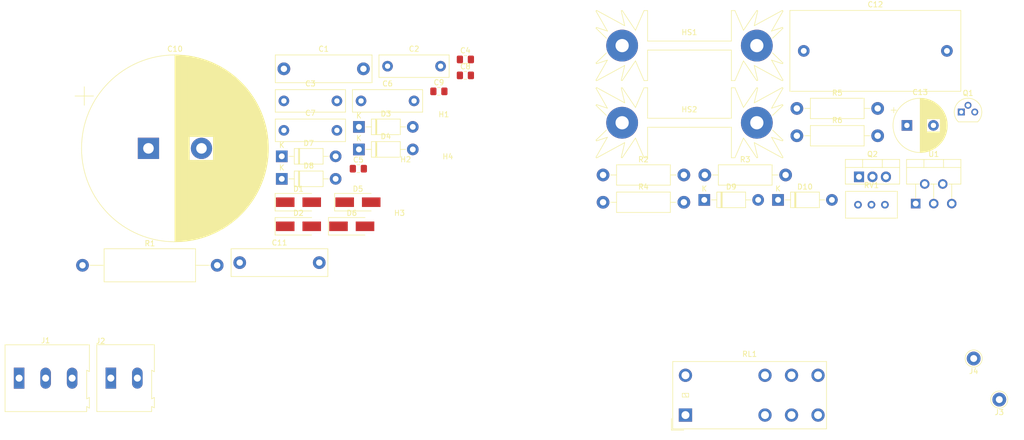
<source format=kicad_pcb>
(kicad_pcb (version 20171130) (host pcbnew "(5.1.9-0-10_14)")

  (general
    (thickness 1.6)
    (drawings 0)
    (tracks 0)
    (zones 0)
    (modules 44)
    (nets 15)
  )

  (page A4)
  (layers
    (0 F.Cu signal)
    (31 B.Cu signal)
    (32 B.Adhes user)
    (33 F.Adhes user)
    (34 B.Paste user)
    (35 F.Paste user)
    (36 B.SilkS user)
    (37 F.SilkS user)
    (38 B.Mask user)
    (39 F.Mask user)
    (40 Dwgs.User user)
    (41 Cmts.User user)
    (42 Eco1.User user)
    (43 Eco2.User user)
    (44 Edge.Cuts user)
    (45 Margin user)
    (46 B.CrtYd user)
    (47 F.CrtYd user)
    (48 B.Fab user)
    (49 F.Fab user)
  )

  (setup
    (last_trace_width 0.25)
    (trace_clearance 0.2)
    (zone_clearance 0.508)
    (zone_45_only no)
    (trace_min 0.2)
    (via_size 0.8)
    (via_drill 0.4)
    (via_min_size 0.4)
    (via_min_drill 0.3)
    (uvia_size 0.3)
    (uvia_drill 0.1)
    (uvias_allowed no)
    (uvia_min_size 0.2)
    (uvia_min_drill 0.1)
    (edge_width 0.05)
    (segment_width 0.2)
    (pcb_text_width 0.3)
    (pcb_text_size 1.5 1.5)
    (mod_edge_width 0.12)
    (mod_text_size 1 1)
    (mod_text_width 0.15)
    (pad_size 1.524 1.524)
    (pad_drill 0.762)
    (pad_to_mask_clearance 0)
    (aux_axis_origin 0 0)
    (visible_elements FFFFFF7F)
    (pcbplotparams
      (layerselection 0x010fc_ffffffff)
      (usegerberextensions false)
      (usegerberattributes true)
      (usegerberadvancedattributes true)
      (creategerberjobfile true)
      (excludeedgelayer true)
      (linewidth 0.100000)
      (plotframeref false)
      (viasonmask false)
      (mode 1)
      (useauxorigin false)
      (hpglpennumber 1)
      (hpglpenspeed 20)
      (hpglpendiameter 15.000000)
      (psnegative false)
      (psa4output false)
      (plotreference true)
      (plotvalue true)
      (plotinvisibletext false)
      (padsonsilk false)
      (subtractmaskfromsilk false)
      (outputformat 1)
      (mirror false)
      (drillshape 1)
      (scaleselection 1)
      (outputdirectory ""))
  )

  (net 0 "")
  (net 1 "Net-(C1-Pad2)")
  (net 2 GND_HV)
  (net 3 "Net-(C2-Pad1)")
  (net 4 "Net-(C3-Pad2)")
  (net 5 "Net-(C10-Pad1)")
  (net 6 "Net-(C12-Pad1)")
  (net 7 "Net-(C13-Pad1)")
  (net 8 "Net-(D10-Pad1)")
  (net 9 "Net-(Q1-Pad1)")
  (net 10 "Net-(Q2-Pad3)")
  (net 11 "Net-(Q2-Pad1)")
  (net 12 "Net-(R5-Pad2)")
  (net 13 "Net-(R5-Pad1)")
  (net 14 "Net-(J3-Pad1)")

  (net_class Default "This is the default net class."
    (clearance 0.2)
    (trace_width 0.25)
    (via_dia 0.8)
    (via_drill 0.4)
    (uvia_dia 0.3)
    (uvia_drill 0.1)
    (add_net GND_HV)
    (add_net "Net-(C1-Pad2)")
    (add_net "Net-(C10-Pad1)")
    (add_net "Net-(C12-Pad1)")
    (add_net "Net-(C13-Pad1)")
    (add_net "Net-(C2-Pad1)")
    (add_net "Net-(C3-Pad2)")
    (add_net "Net-(C4-Pad1)")
    (add_net "Net-(C4-Pad2)")
    (add_net "Net-(C5-Pad1)")
    (add_net "Net-(C5-Pad2)")
    (add_net "Net-(C8-Pad1)")
    (add_net "Net-(C8-Pad2)")
    (add_net "Net-(C9-Pad1)")
    (add_net "Net-(C9-Pad2)")
    (add_net "Net-(D10-Pad1)")
    (add_net "Net-(D3-Pad1)")
    (add_net "Net-(D3-Pad2)")
    (add_net "Net-(D4-Pad1)")
    (add_net "Net-(D4-Pad2)")
    (add_net "Net-(D7-Pad1)")
    (add_net "Net-(D7-Pad2)")
    (add_net "Net-(D8-Pad1)")
    (add_net "Net-(D8-Pad2)")
    (add_net "Net-(J2-Pad1)")
    (add_net "Net-(J2-Pad2)")
    (add_net "Net-(J3-Pad1)")
    (add_net "Net-(Q1-Pad1)")
    (add_net "Net-(Q2-Pad1)")
    (add_net "Net-(Q2-Pad3)")
    (add_net "Net-(R5-Pad1)")
    (add_net "Net-(R5-Pad2)")
    (add_net "Net-(RL1-Pad1)")
    (add_net "Net-(RL1-Pad2)")
    (add_net "Net-(RL1-Pad7)")
    (add_net "Net-(RL1-Pad8)")
    (add_net "Net-(U1-Pad1)")
  )

  (module Relay_THT:Relay_DPDT_Omron_G2RL (layer F.Cu) (tedit 5E6F86BB) (tstamp 60186AD7)
    (at 184.404 115.316)
    (descr "Omron Relay DPDT, https://omronfs.omron.com/en_US/ecb/products/pdf/en-g2rl.pdf")
    (tags "Omron Relay DPDT")
    (path /602D5744)
    (fp_text reference RL1 (at 12.1 -11.5 180) (layer F.SilkS)
      (effects (font (size 1 1) (thickness 0.15)))
    )
    (fp_text value G2RL-2-DC5 (at 12.1 3.9 180) (layer F.Fab)
      (effects (font (size 1 1) (thickness 0.15)))
    )
    (fp_line (start 26.75 2.75) (end 26.75 -10.25) (layer F.CrtYd) (width 0.05))
    (fp_line (start -2.55 2.75) (end 26.75 2.75) (layer F.CrtYd) (width 0.05))
    (fp_line (start -2.55 -10.25) (end -2.55 2.75) (layer F.CrtYd) (width 0.05))
    (fp_line (start 26.75 -10.25) (end -2.55 -10.25) (layer F.CrtYd) (width 0.05))
    (fp_line (start -2.64 2.84) (end -2.64 0.65) (layer F.SilkS) (width 0.12))
    (fp_line (start -0.3 2.84) (end -2.64 2.84) (layer F.SilkS) (width 0.12))
    (fp_line (start 0.6 -3.4) (end 0.6 -4.1) (layer F.SilkS) (width 0.12))
    (fp_line (start -0.6 -3.4) (end 0.6 -3.4) (layer F.SilkS) (width 0.12))
    (fp_line (start -0.6 -4.1) (end -0.6 -3.4) (layer F.SilkS) (width 0.12))
    (fp_line (start 0.6 -4.1) (end -0.6 -4.1) (layer F.SilkS) (width 0.12))
    (fp_line (start 0.2 -3.4) (end -0.2 -4.1) (layer F.SilkS) (width 0.12))
    (fp_line (start 26.6 2.6) (end 26.6 -10.1) (layer F.SilkS) (width 0.12))
    (fp_line (start -2.4 2.6) (end 26.6 2.6) (layer F.SilkS) (width 0.12))
    (fp_line (start -2.4 -10.1) (end -2.4 2.6) (layer F.SilkS) (width 0.12))
    (fp_line (start 26.6 -10.1) (end -2.4 -10.1) (layer F.SilkS) (width 0.12))
    (fp_line (start -2.64 2.84) (end -2.64 0.65) (layer F.Fab) (width 0.1))
    (fp_line (start -0.3 2.84) (end -2.64 2.84) (layer F.Fab) (width 0.1))
    (fp_line (start 0 -1.5) (end 0 -6) (layer F.Fab) (width 0.1))
    (fp_line (start 26.5 2.5) (end 26.5 -10) (layer F.Fab) (width 0.1))
    (fp_line (start -2.3 2.5) (end 26.5 2.5) (layer F.Fab) (width 0.1))
    (fp_line (start -2.3 -10) (end -2.3 2.5) (layer F.Fab) (width 0.1))
    (fp_line (start 26.5 -10) (end -2.3 -10) (layer F.Fab) (width 0.1))
    (fp_text user %R (at 12 -3.75 180) (layer F.Fab)
      (effects (font (size 1 1) (thickness 0.15)))
    )
    (pad 8 thru_hole oval (at 0 -7.5 90) (size 2.5 2.5) (drill 1.5) (layers *.Cu *.Mask))
    (pad 7 thru_hole oval (at 15 -7.5 90) (size 2.5 2.5) (drill 1.5) (layers *.Cu *.Mask))
    (pad 6 thru_hole oval (at 20 -7.5 90) (size 2.5 2.5) (drill 1.5) (layers *.Cu *.Mask)
      (net 14 "Net-(J3-Pad1)"))
    (pad 5 thru_hole oval (at 25 -7.5 90) (size 2.5 2.5) (drill 1.5) (layers *.Cu *.Mask)
      (net 7 "Net-(C13-Pad1)"))
    (pad 4 thru_hole oval (at 25 0 90) (size 2.5 2.5) (drill 1.5) (layers *.Cu *.Mask)
      (net 7 "Net-(C13-Pad1)"))
    (pad 3 thru_hole oval (at 20 0 90) (size 2.5 2.5) (drill 1.5) (layers *.Cu *.Mask)
      (net 14 "Net-(J3-Pad1)"))
    (pad 2 thru_hole oval (at 15 0 90) (size 2.5 2.5) (drill 1.5) (layers *.Cu *.Mask))
    (pad 1 thru_hole rect (at 0 0 90) (size 2.5 2.5) (drill 1.5) (layers *.Cu *.Mask))
    (model ${KISYS3DMOD}/Relay_THT.3dshapes/Relay_DPDT_Omron_G2RL.wrl
      (at (xyz 0 0 0))
      (scale (xyz 1 1 1))
      (rotate (xyz 0 0 0))
    )
  )

  (module Connector_Pin:Pin_D1.3mm_L11.0mm (layer F.Cu) (tedit 5A1DC085) (tstamp 60186958)
    (at 238.76 104.648)
    (descr "solder Pin_ diameter 1.3mm, hole diameter 1.3mm, length 11.0mm")
    (tags "solder Pin_ pressfit")
    (path /602DB4D5)
    (fp_text reference J4 (at 0 2.4) (layer F.SilkS)
      (effects (font (size 1 1) (thickness 0.15)))
    )
    (fp_text value Conn_01x01 (at 0 -2.05) (layer F.Fab)
      (effects (font (size 1 1) (thickness 0.15)))
    )
    (fp_circle (center 0 0) (end 1.6 0.05) (layer F.SilkS) (width 0.12))
    (fp_circle (center 0 0) (end 1.25 -0.05) (layer F.Fab) (width 0.12))
    (fp_circle (center 0 0) (end 0.65 -0.05) (layer F.Fab) (width 0.12))
    (fp_circle (center 0 0) (end 1.8 0) (layer F.CrtYd) (width 0.05))
    (fp_text user %R (at 0 2.4) (layer F.Fab)
      (effects (font (size 1 1) (thickness 0.15)))
    )
    (pad 1 thru_hole circle (at 0 0) (size 2.6 2.6) (drill 1.3) (layers *.Cu *.Mask)
      (net 2 GND_HV))
    (model ${KISYS3DMOD}/Connector_Pin.3dshapes/Pin_D1.3mm_L11.0mm.wrl
      (at (xyz 0 0 0))
      (scale (xyz 1 1 1))
      (rotate (xyz 0 0 0))
    )
  )

  (module Package_TO_SOT_THT:TO-220-5_P3.4x3.7mm_StaggerOdd_Lead3.8mm_Vertical (layer F.Cu) (tedit 5AF05A31) (tstamp 6017EE4C)
    (at 227.821001 75.437001)
    (descr "TO-220-5, Vertical, RM 1.7mm, Pentawatt, Multiwatt-5, staggered type-1, see http://www.analog.com/media/en/package-pcb-resources/package/pkg_pdf/ltc-legacy-to-220/to-220_5_05-08-1421.pdf?domain=www.linear.com, https://www.diodes.com/assets/Package-Files/TO220-5.pdf")
    (tags "TO-220-5 Vertical RM 1.7mm Pentawatt Multiwatt-5 staggered type-1")
    (path /601C2A68)
    (fp_text reference U1 (at 3.4 -9.32) (layer F.SilkS)
      (effects (font (size 1 1) (thickness 0.15)))
    )
    (fp_text value LT3080xT (at 3.4 2.15) (layer F.Fab)
      (effects (font (size 1 1) (thickness 0.15)))
    )
    (fp_line (start -1.6 -8.2) (end -1.6 -3.8) (layer F.Fab) (width 0.1))
    (fp_line (start -1.6 -3.8) (end 8.4 -3.8) (layer F.Fab) (width 0.1))
    (fp_line (start 8.4 -3.8) (end 8.4 -8.2) (layer F.Fab) (width 0.1))
    (fp_line (start 8.4 -8.2) (end -1.6 -8.2) (layer F.Fab) (width 0.1))
    (fp_line (start -1.6 -6.93) (end 8.4 -6.93) (layer F.Fab) (width 0.1))
    (fp_line (start 1.55 -8.2) (end 1.55 -6.93) (layer F.Fab) (width 0.1))
    (fp_line (start 5.25 -8.2) (end 5.25 -6.93) (layer F.Fab) (width 0.1))
    (fp_line (start 0 -3.8) (end 0 0) (layer F.Fab) (width 0.1))
    (fp_line (start 1.7 -3.8) (end 1.7 -3.7) (layer F.Fab) (width 0.1))
    (fp_line (start 3.4 -3.8) (end 3.4 0) (layer F.Fab) (width 0.1))
    (fp_line (start 5.1 -3.8) (end 5.1 -3.7) (layer F.Fab) (width 0.1))
    (fp_line (start 6.8 -3.8) (end 6.8 0) (layer F.Fab) (width 0.1))
    (fp_line (start -1.721 -8.32) (end 8.52 -8.32) (layer F.SilkS) (width 0.12))
    (fp_line (start -1.721 -3.679) (end 0.635 -3.679) (layer F.SilkS) (width 0.12))
    (fp_line (start 2.765 -3.679) (end 4.035 -3.679) (layer F.SilkS) (width 0.12))
    (fp_line (start 6.165 -3.679) (end 8.52 -3.679) (layer F.SilkS) (width 0.12))
    (fp_line (start -1.721 -8.32) (end -1.721 -3.679) (layer F.SilkS) (width 0.12))
    (fp_line (start 8.52 -8.32) (end 8.52 -3.679) (layer F.SilkS) (width 0.12))
    (fp_line (start -1.721 -6.811) (end 8.52 -6.811) (layer F.SilkS) (width 0.12))
    (fp_line (start 1.55 -8.32) (end 1.55 -6.811) (layer F.SilkS) (width 0.12))
    (fp_line (start 5.25 -8.32) (end 5.25 -6.811) (layer F.SilkS) (width 0.12))
    (fp_line (start 0 -3.679) (end 0 -1.049) (layer F.SilkS) (width 0.12))
    (fp_line (start 3.4 -3.679) (end 3.4 -1.065) (layer F.SilkS) (width 0.12))
    (fp_line (start 6.8 -3.679) (end 6.8 -1.065) (layer F.SilkS) (width 0.12))
    (fp_line (start -1.85 -8.45) (end -1.85 1.15) (layer F.CrtYd) (width 0.05))
    (fp_line (start -1.85 1.15) (end 8.65 1.15) (layer F.CrtYd) (width 0.05))
    (fp_line (start 8.65 1.15) (end 8.65 -8.45) (layer F.CrtYd) (width 0.05))
    (fp_line (start 8.65 -8.45) (end -1.85 -8.45) (layer F.CrtYd) (width 0.05))
    (fp_text user %R (at 3.4 -9.32) (layer F.Fab)
      (effects (font (size 1 1) (thickness 0.15)))
    )
    (pad 5 thru_hole oval (at 6.8 0) (size 1.8 1.8) (drill 1.1) (layers *.Cu *.Mask)
      (net 6 "Net-(C12-Pad1)"))
    (pad 4 thru_hole oval (at 5.1 -3.7) (size 1.8 1.8) (drill 1.1) (layers *.Cu *.Mask)
      (net 6 "Net-(C12-Pad1)"))
    (pad 3 thru_hole oval (at 3.4 0) (size 1.8 1.8) (drill 1.1) (layers *.Cu *.Mask)
      (net 7 "Net-(C13-Pad1)"))
    (pad 2 thru_hole oval (at 1.7 -3.7) (size 1.8 1.8) (drill 1.1) (layers *.Cu *.Mask)
      (net 12 "Net-(R5-Pad2)"))
    (pad 1 thru_hole rect (at 0 0) (size 1.8 1.8) (drill 1.1) (layers *.Cu *.Mask))
    (model ${KISYS3DMOD}/Package_TO_SOT_THT.3dshapes/TO-220-5_P3.4x3.7mm_StaggerOdd_Lead3.8mm_Vertical.wrl
      (at (xyz 0 0 0))
      (scale (xyz 1 1 1))
      (rotate (xyz 0 0 0))
    )
  )

  (module Potentiometer_THT:Potentiometer_Bourns_3296W_Vertical (layer F.Cu) (tedit 5A3D4994) (tstamp 6017EE26)
    (at 222.021001 75.647001)
    (descr "Potentiometer, vertical, Bourns 3296W, https://www.bourns.com/pdfs/3296.pdf")
    (tags "Potentiometer vertical Bourns 3296W")
    (path /601D883A)
    (fp_text reference RV1 (at -2.54 -3.66) (layer F.SilkS)
      (effects (font (size 1 1) (thickness 0.15)))
    )
    (fp_text value 500k (at -2.54 3.67) (layer F.Fab)
      (effects (font (size 1 1) (thickness 0.15)))
    )
    (fp_circle (center 0.955 1.15) (end 2.05 1.15) (layer F.Fab) (width 0.1))
    (fp_line (start -7.305 -2.41) (end -7.305 2.42) (layer F.Fab) (width 0.1))
    (fp_line (start -7.305 2.42) (end 2.225 2.42) (layer F.Fab) (width 0.1))
    (fp_line (start 2.225 2.42) (end 2.225 -2.41) (layer F.Fab) (width 0.1))
    (fp_line (start 2.225 -2.41) (end -7.305 -2.41) (layer F.Fab) (width 0.1))
    (fp_line (start 0.955 2.235) (end 0.956 0.066) (layer F.Fab) (width 0.1))
    (fp_line (start 0.955 2.235) (end 0.956 0.066) (layer F.Fab) (width 0.1))
    (fp_line (start -7.425 -2.53) (end 2.345 -2.53) (layer F.SilkS) (width 0.12))
    (fp_line (start -7.425 2.54) (end 2.345 2.54) (layer F.SilkS) (width 0.12))
    (fp_line (start -7.425 -2.53) (end -7.425 2.54) (layer F.SilkS) (width 0.12))
    (fp_line (start 2.345 -2.53) (end 2.345 2.54) (layer F.SilkS) (width 0.12))
    (fp_line (start -7.6 -2.7) (end -7.6 2.7) (layer F.CrtYd) (width 0.05))
    (fp_line (start -7.6 2.7) (end 2.5 2.7) (layer F.CrtYd) (width 0.05))
    (fp_line (start 2.5 2.7) (end 2.5 -2.7) (layer F.CrtYd) (width 0.05))
    (fp_line (start 2.5 -2.7) (end -7.6 -2.7) (layer F.CrtYd) (width 0.05))
    (fp_text user %R (at -3.175 0.005) (layer F.Fab)
      (effects (font (size 1 1) (thickness 0.15)))
    )
    (pad 3 thru_hole circle (at -5.08 0) (size 1.44 1.44) (drill 0.8) (layers *.Cu *.Mask)
      (net 2 GND_HV))
    (pad 2 thru_hole circle (at -2.54 0) (size 1.44 1.44) (drill 0.8) (layers *.Cu *.Mask)
      (net 2 GND_HV))
    (pad 1 thru_hole circle (at 0 0) (size 1.44 1.44) (drill 0.8) (layers *.Cu *.Mask)
      (net 13 "Net-(R5-Pad1)"))
    (model ${KISYS3DMOD}/Potentiometer_THT.3dshapes/Potentiometer_Bourns_3296W_Vertical.wrl
      (at (xyz 0 0 0))
      (scale (xyz 1 1 1))
      (rotate (xyz 0 0 0))
    )
  )

  (module Resistor_THT:R_Axial_DIN0411_L9.9mm_D3.6mm_P15.24mm_Horizontal (layer F.Cu) (tedit 5AE5139B) (tstamp 6017EE0F)
    (at 205.411001 62.637001)
    (descr "Resistor, Axial_DIN0411 series, Axial, Horizontal, pin pitch=15.24mm, 1W, length*diameter=9.9*3.6mm^2")
    (tags "Resistor Axial_DIN0411 series Axial Horizontal pin pitch 15.24mm 1W length 9.9mm diameter 3.6mm")
    (path /601D0F63)
    (fp_text reference R6 (at 7.62 -2.92) (layer F.SilkS)
      (effects (font (size 1 1) (thickness 0.15)))
    )
    (fp_text value 1k/2W (at 7.62 2.92) (layer F.Fab)
      (effects (font (size 1 1) (thickness 0.15)))
    )
    (fp_line (start 2.67 -1.8) (end 2.67 1.8) (layer F.Fab) (width 0.1))
    (fp_line (start 2.67 1.8) (end 12.57 1.8) (layer F.Fab) (width 0.1))
    (fp_line (start 12.57 1.8) (end 12.57 -1.8) (layer F.Fab) (width 0.1))
    (fp_line (start 12.57 -1.8) (end 2.67 -1.8) (layer F.Fab) (width 0.1))
    (fp_line (start 0 0) (end 2.67 0) (layer F.Fab) (width 0.1))
    (fp_line (start 15.24 0) (end 12.57 0) (layer F.Fab) (width 0.1))
    (fp_line (start 2.55 -1.92) (end 2.55 1.92) (layer F.SilkS) (width 0.12))
    (fp_line (start 2.55 1.92) (end 12.69 1.92) (layer F.SilkS) (width 0.12))
    (fp_line (start 12.69 1.92) (end 12.69 -1.92) (layer F.SilkS) (width 0.12))
    (fp_line (start 12.69 -1.92) (end 2.55 -1.92) (layer F.SilkS) (width 0.12))
    (fp_line (start 1.44 0) (end 2.55 0) (layer F.SilkS) (width 0.12))
    (fp_line (start 13.8 0) (end 12.69 0) (layer F.SilkS) (width 0.12))
    (fp_line (start -1.45 -2.05) (end -1.45 2.05) (layer F.CrtYd) (width 0.05))
    (fp_line (start -1.45 2.05) (end 16.69 2.05) (layer F.CrtYd) (width 0.05))
    (fp_line (start 16.69 2.05) (end 16.69 -2.05) (layer F.CrtYd) (width 0.05))
    (fp_line (start 16.69 -2.05) (end -1.45 -2.05) (layer F.CrtYd) (width 0.05))
    (fp_text user %R (at 7.62 0) (layer F.Fab)
      (effects (font (size 1 1) (thickness 0.15)))
    )
    (pad 2 thru_hole oval (at 15.24 0) (size 2.4 2.4) (drill 1.2) (layers *.Cu *.Mask)
      (net 7 "Net-(C13-Pad1)"))
    (pad 1 thru_hole circle (at 0 0) (size 2.4 2.4) (drill 1.2) (layers *.Cu *.Mask)
      (net 13 "Net-(R5-Pad1)"))
    (model ${KISYS3DMOD}/Resistor_THT.3dshapes/R_Axial_DIN0411_L9.9mm_D3.6mm_P15.24mm_Horizontal.wrl
      (at (xyz 0 0 0))
      (scale (xyz 1 1 1))
      (rotate (xyz 0 0 0))
    )
  )

  (module Resistor_THT:R_Axial_DIN0411_L9.9mm_D3.6mm_P15.24mm_Horizontal (layer F.Cu) (tedit 5AE5139B) (tstamp 6017EDF8)
    (at 205.411001 57.487001)
    (descr "Resistor, Axial_DIN0411 series, Axial, Horizontal, pin pitch=15.24mm, 1W, length*diameter=9.9*3.6mm^2")
    (tags "Resistor Axial_DIN0411 series Axial Horizontal pin pitch 15.24mm 1W length 9.9mm diameter 3.6mm")
    (path /601CFB48)
    (fp_text reference R5 (at 7.62 -2.92) (layer F.SilkS)
      (effects (font (size 1 1) (thickness 0.15)))
    )
    (fp_text value 100k/2W (at 7.62 2.92) (layer F.Fab)
      (effects (font (size 1 1) (thickness 0.15)))
    )
    (fp_line (start 2.67 -1.8) (end 2.67 1.8) (layer F.Fab) (width 0.1))
    (fp_line (start 2.67 1.8) (end 12.57 1.8) (layer F.Fab) (width 0.1))
    (fp_line (start 12.57 1.8) (end 12.57 -1.8) (layer F.Fab) (width 0.1))
    (fp_line (start 12.57 -1.8) (end 2.67 -1.8) (layer F.Fab) (width 0.1))
    (fp_line (start 0 0) (end 2.67 0) (layer F.Fab) (width 0.1))
    (fp_line (start 15.24 0) (end 12.57 0) (layer F.Fab) (width 0.1))
    (fp_line (start 2.55 -1.92) (end 2.55 1.92) (layer F.SilkS) (width 0.12))
    (fp_line (start 2.55 1.92) (end 12.69 1.92) (layer F.SilkS) (width 0.12))
    (fp_line (start 12.69 1.92) (end 12.69 -1.92) (layer F.SilkS) (width 0.12))
    (fp_line (start 12.69 -1.92) (end 2.55 -1.92) (layer F.SilkS) (width 0.12))
    (fp_line (start 1.44 0) (end 2.55 0) (layer F.SilkS) (width 0.12))
    (fp_line (start 13.8 0) (end 12.69 0) (layer F.SilkS) (width 0.12))
    (fp_line (start -1.45 -2.05) (end -1.45 2.05) (layer F.CrtYd) (width 0.05))
    (fp_line (start -1.45 2.05) (end 16.69 2.05) (layer F.CrtYd) (width 0.05))
    (fp_line (start 16.69 2.05) (end 16.69 -2.05) (layer F.CrtYd) (width 0.05))
    (fp_line (start 16.69 -2.05) (end -1.45 -2.05) (layer F.CrtYd) (width 0.05))
    (fp_text user %R (at 7.62 0) (layer F.Fab)
      (effects (font (size 1 1) (thickness 0.15)))
    )
    (pad 2 thru_hole oval (at 15.24 0) (size 2.4 2.4) (drill 1.2) (layers *.Cu *.Mask)
      (net 12 "Net-(R5-Pad2)"))
    (pad 1 thru_hole circle (at 0 0) (size 2.4 2.4) (drill 1.2) (layers *.Cu *.Mask)
      (net 13 "Net-(R5-Pad1)"))
    (model ${KISYS3DMOD}/Resistor_THT.3dshapes/R_Axial_DIN0411_L9.9mm_D3.6mm_P15.24mm_Horizontal.wrl
      (at (xyz 0 0 0))
      (scale (xyz 1 1 1))
      (rotate (xyz 0 0 0))
    )
  )

  (module Resistor_THT:R_Axial_DIN0411_L9.9mm_D3.6mm_P15.24mm_Horizontal (layer F.Cu) (tedit 5AE5139B) (tstamp 6017EDE1)
    (at 168.861001 75.187001)
    (descr "Resistor, Axial_DIN0411 series, Axial, Horizontal, pin pitch=15.24mm, 1W, length*diameter=9.9*3.6mm^2")
    (tags "Resistor Axial_DIN0411 series Axial Horizontal pin pitch 15.24mm 1W length 9.9mm diameter 3.6mm")
    (path /601A9AFE)
    (fp_text reference R4 (at 7.62 -2.92) (layer F.SilkS)
      (effects (font (size 1 1) (thickness 0.15)))
    )
    (fp_text value 20R/2W (at 7.62 2.92) (layer F.Fab)
      (effects (font (size 1 1) (thickness 0.15)))
    )
    (fp_line (start 2.67 -1.8) (end 2.67 1.8) (layer F.Fab) (width 0.1))
    (fp_line (start 2.67 1.8) (end 12.57 1.8) (layer F.Fab) (width 0.1))
    (fp_line (start 12.57 1.8) (end 12.57 -1.8) (layer F.Fab) (width 0.1))
    (fp_line (start 12.57 -1.8) (end 2.67 -1.8) (layer F.Fab) (width 0.1))
    (fp_line (start 0 0) (end 2.67 0) (layer F.Fab) (width 0.1))
    (fp_line (start 15.24 0) (end 12.57 0) (layer F.Fab) (width 0.1))
    (fp_line (start 2.55 -1.92) (end 2.55 1.92) (layer F.SilkS) (width 0.12))
    (fp_line (start 2.55 1.92) (end 12.69 1.92) (layer F.SilkS) (width 0.12))
    (fp_line (start 12.69 1.92) (end 12.69 -1.92) (layer F.SilkS) (width 0.12))
    (fp_line (start 12.69 -1.92) (end 2.55 -1.92) (layer F.SilkS) (width 0.12))
    (fp_line (start 1.44 0) (end 2.55 0) (layer F.SilkS) (width 0.12))
    (fp_line (start 13.8 0) (end 12.69 0) (layer F.SilkS) (width 0.12))
    (fp_line (start -1.45 -2.05) (end -1.45 2.05) (layer F.CrtYd) (width 0.05))
    (fp_line (start -1.45 2.05) (end 16.69 2.05) (layer F.CrtYd) (width 0.05))
    (fp_line (start 16.69 2.05) (end 16.69 -2.05) (layer F.CrtYd) (width 0.05))
    (fp_line (start 16.69 -2.05) (end -1.45 -2.05) (layer F.CrtYd) (width 0.05))
    (fp_text user %R (at 7.62 0) (layer F.Fab)
      (effects (font (size 1 1) (thickness 0.15)))
    )
    (pad 2 thru_hole oval (at 15.24 0) (size 2.4 2.4) (drill 1.2) (layers *.Cu *.Mask)
      (net 10 "Net-(Q2-Pad3)"))
    (pad 1 thru_hole circle (at 0 0) (size 2.4 2.4) (drill 1.2) (layers *.Cu *.Mask)
      (net 6 "Net-(C12-Pad1)"))
    (model ${KISYS3DMOD}/Resistor_THT.3dshapes/R_Axial_DIN0411_L9.9mm_D3.6mm_P15.24mm_Horizontal.wrl
      (at (xyz 0 0 0))
      (scale (xyz 1 1 1))
      (rotate (xyz 0 0 0))
    )
  )

  (module Resistor_THT:R_Axial_DIN0411_L9.9mm_D3.6mm_P15.24mm_Horizontal (layer F.Cu) (tedit 5AE5139B) (tstamp 6017EDCA)
    (at 188.051001 70.037001)
    (descr "Resistor, Axial_DIN0411 series, Axial, Horizontal, pin pitch=15.24mm, 1W, length*diameter=9.9*3.6mm^2")
    (tags "Resistor Axial_DIN0411 series Axial Horizontal pin pitch 15.24mm 1W length 9.9mm diameter 3.6mm")
    (path /601A9F39)
    (fp_text reference R3 (at 7.62 -2.92) (layer F.SilkS)
      (effects (font (size 1 1) (thickness 0.15)))
    )
    (fp_text value 100R/2W (at 7.62 2.92) (layer F.Fab)
      (effects (font (size 1 1) (thickness 0.15)))
    )
    (fp_line (start 2.67 -1.8) (end 2.67 1.8) (layer F.Fab) (width 0.1))
    (fp_line (start 2.67 1.8) (end 12.57 1.8) (layer F.Fab) (width 0.1))
    (fp_line (start 12.57 1.8) (end 12.57 -1.8) (layer F.Fab) (width 0.1))
    (fp_line (start 12.57 -1.8) (end 2.67 -1.8) (layer F.Fab) (width 0.1))
    (fp_line (start 0 0) (end 2.67 0) (layer F.Fab) (width 0.1))
    (fp_line (start 15.24 0) (end 12.57 0) (layer F.Fab) (width 0.1))
    (fp_line (start 2.55 -1.92) (end 2.55 1.92) (layer F.SilkS) (width 0.12))
    (fp_line (start 2.55 1.92) (end 12.69 1.92) (layer F.SilkS) (width 0.12))
    (fp_line (start 12.69 1.92) (end 12.69 -1.92) (layer F.SilkS) (width 0.12))
    (fp_line (start 12.69 -1.92) (end 2.55 -1.92) (layer F.SilkS) (width 0.12))
    (fp_line (start 1.44 0) (end 2.55 0) (layer F.SilkS) (width 0.12))
    (fp_line (start 13.8 0) (end 12.69 0) (layer F.SilkS) (width 0.12))
    (fp_line (start -1.45 -2.05) (end -1.45 2.05) (layer F.CrtYd) (width 0.05))
    (fp_line (start -1.45 2.05) (end 16.69 2.05) (layer F.CrtYd) (width 0.05))
    (fp_line (start 16.69 2.05) (end 16.69 -2.05) (layer F.CrtYd) (width 0.05))
    (fp_line (start 16.69 -2.05) (end -1.45 -2.05) (layer F.CrtYd) (width 0.05))
    (fp_text user %R (at 7.62 0) (layer F.Fab)
      (effects (font (size 1 1) (thickness 0.15)))
    )
    (pad 2 thru_hole oval (at 15.24 0) (size 2.4 2.4) (drill 1.2) (layers *.Cu *.Mask)
      (net 11 "Net-(Q2-Pad1)"))
    (pad 1 thru_hole circle (at 0 0) (size 2.4 2.4) (drill 1.2) (layers *.Cu *.Mask)
      (net 8 "Net-(D10-Pad1)"))
    (model ${KISYS3DMOD}/Resistor_THT.3dshapes/R_Axial_DIN0411_L9.9mm_D3.6mm_P15.24mm_Horizontal.wrl
      (at (xyz 0 0 0))
      (scale (xyz 1 1 1))
      (rotate (xyz 0 0 0))
    )
  )

  (module Resistor_THT:R_Axial_DIN0411_L9.9mm_D3.6mm_P15.24mm_Horizontal (layer F.Cu) (tedit 5AE5139B) (tstamp 6017EDB3)
    (at 168.861001 70.037001)
    (descr "Resistor, Axial_DIN0411 series, Axial, Horizontal, pin pitch=15.24mm, 1W, length*diameter=9.9*3.6mm^2")
    (tags "Resistor Axial_DIN0411 series Axial Horizontal pin pitch 15.24mm 1W length 9.9mm diameter 3.6mm")
    (path /601A2AFB)
    (fp_text reference R2 (at 7.62 -2.92) (layer F.SilkS)
      (effects (font (size 1 1) (thickness 0.15)))
    )
    (fp_text value 4.7k/2W (at 7.62 2.92) (layer F.Fab)
      (effects (font (size 1 1) (thickness 0.15)))
    )
    (fp_line (start 2.67 -1.8) (end 2.67 1.8) (layer F.Fab) (width 0.1))
    (fp_line (start 2.67 1.8) (end 12.57 1.8) (layer F.Fab) (width 0.1))
    (fp_line (start 12.57 1.8) (end 12.57 -1.8) (layer F.Fab) (width 0.1))
    (fp_line (start 12.57 -1.8) (end 2.67 -1.8) (layer F.Fab) (width 0.1))
    (fp_line (start 0 0) (end 2.67 0) (layer F.Fab) (width 0.1))
    (fp_line (start 15.24 0) (end 12.57 0) (layer F.Fab) (width 0.1))
    (fp_line (start 2.55 -1.92) (end 2.55 1.92) (layer F.SilkS) (width 0.12))
    (fp_line (start 2.55 1.92) (end 12.69 1.92) (layer F.SilkS) (width 0.12))
    (fp_line (start 12.69 1.92) (end 12.69 -1.92) (layer F.SilkS) (width 0.12))
    (fp_line (start 12.69 -1.92) (end 2.55 -1.92) (layer F.SilkS) (width 0.12))
    (fp_line (start 1.44 0) (end 2.55 0) (layer F.SilkS) (width 0.12))
    (fp_line (start 13.8 0) (end 12.69 0) (layer F.SilkS) (width 0.12))
    (fp_line (start -1.45 -2.05) (end -1.45 2.05) (layer F.CrtYd) (width 0.05))
    (fp_line (start -1.45 2.05) (end 16.69 2.05) (layer F.CrtYd) (width 0.05))
    (fp_line (start 16.69 2.05) (end 16.69 -2.05) (layer F.CrtYd) (width 0.05))
    (fp_line (start 16.69 -2.05) (end -1.45 -2.05) (layer F.CrtYd) (width 0.05))
    (fp_text user %R (at 7.62 0) (layer F.Fab)
      (effects (font (size 1 1) (thickness 0.15)))
    )
    (pad 2 thru_hole oval (at 15.24 0) (size 2.4 2.4) (drill 1.2) (layers *.Cu *.Mask)
      (net 9 "Net-(Q1-Pad1)"))
    (pad 1 thru_hole circle (at 0 0) (size 2.4 2.4) (drill 1.2) (layers *.Cu *.Mask)
      (net 8 "Net-(D10-Pad1)"))
    (model ${KISYS3DMOD}/Resistor_THT.3dshapes/R_Axial_DIN0411_L9.9mm_D3.6mm_P15.24mm_Horizontal.wrl
      (at (xyz 0 0 0))
      (scale (xyz 1 1 1))
      (rotate (xyz 0 0 0))
    )
  )

  (module Package_TO_SOT_THT:TO-220-3_Vertical (layer F.Cu) (tedit 5AC8BA0D) (tstamp 6017ED70)
    (at 217.131001 70.387001)
    (descr "TO-220-3, Vertical, RM 2.54mm, see https://www.vishay.com/docs/66542/to-220-1.pdf")
    (tags "TO-220-3 Vertical RM 2.54mm")
    (path /601A4D74)
    (fp_text reference Q2 (at 2.54 -4.27) (layer F.SilkS)
      (effects (font (size 1 1) (thickness 0.15)))
    )
    (fp_text value IRF740 (at 2.54 2.5) (layer F.Fab)
      (effects (font (size 1 1) (thickness 0.15)))
    )
    (fp_line (start -2.46 -3.15) (end -2.46 1.25) (layer F.Fab) (width 0.1))
    (fp_line (start -2.46 1.25) (end 7.54 1.25) (layer F.Fab) (width 0.1))
    (fp_line (start 7.54 1.25) (end 7.54 -3.15) (layer F.Fab) (width 0.1))
    (fp_line (start 7.54 -3.15) (end -2.46 -3.15) (layer F.Fab) (width 0.1))
    (fp_line (start -2.46 -1.88) (end 7.54 -1.88) (layer F.Fab) (width 0.1))
    (fp_line (start 0.69 -3.15) (end 0.69 -1.88) (layer F.Fab) (width 0.1))
    (fp_line (start 4.39 -3.15) (end 4.39 -1.88) (layer F.Fab) (width 0.1))
    (fp_line (start -2.58 -3.27) (end 7.66 -3.27) (layer F.SilkS) (width 0.12))
    (fp_line (start -2.58 1.371) (end 7.66 1.371) (layer F.SilkS) (width 0.12))
    (fp_line (start -2.58 -3.27) (end -2.58 1.371) (layer F.SilkS) (width 0.12))
    (fp_line (start 7.66 -3.27) (end 7.66 1.371) (layer F.SilkS) (width 0.12))
    (fp_line (start -2.58 -1.76) (end 7.66 -1.76) (layer F.SilkS) (width 0.12))
    (fp_line (start 0.69 -3.27) (end 0.69 -1.76) (layer F.SilkS) (width 0.12))
    (fp_line (start 4.391 -3.27) (end 4.391 -1.76) (layer F.SilkS) (width 0.12))
    (fp_line (start -2.71 -3.4) (end -2.71 1.51) (layer F.CrtYd) (width 0.05))
    (fp_line (start -2.71 1.51) (end 7.79 1.51) (layer F.CrtYd) (width 0.05))
    (fp_line (start 7.79 1.51) (end 7.79 -3.4) (layer F.CrtYd) (width 0.05))
    (fp_line (start 7.79 -3.4) (end -2.71 -3.4) (layer F.CrtYd) (width 0.05))
    (fp_text user %R (at 2.54 -4.27) (layer F.Fab)
      (effects (font (size 1 1) (thickness 0.15)))
    )
    (pad 3 thru_hole oval (at 5.08 0) (size 1.905 2) (drill 1.1) (layers *.Cu *.Mask)
      (net 10 "Net-(Q2-Pad3)"))
    (pad 2 thru_hole oval (at 2.54 0) (size 1.905 2) (drill 1.1) (layers *.Cu *.Mask)
      (net 5 "Net-(C10-Pad1)"))
    (pad 1 thru_hole rect (at 0 0) (size 1.905 2) (drill 1.1) (layers *.Cu *.Mask)
      (net 11 "Net-(Q2-Pad1)"))
    (model ${KISYS3DMOD}/Package_TO_SOT_THT.3dshapes/TO-220-3_Vertical.wrl
      (at (xyz 0 0 0))
      (scale (xyz 1 1 1))
      (rotate (xyz 0 0 0))
    )
  )

  (module Package_TO_SOT_THT:TO-92 (layer F.Cu) (tedit 5A279852) (tstamp 6017ED56)
    (at 236.421001 58.167001)
    (descr "TO-92 leads molded, narrow, drill 0.75mm (see NXP sot054_po.pdf)")
    (tags "to-92 sc-43 sc-43a sot54 PA33 transistor")
    (path /6019E1DC)
    (fp_text reference Q1 (at 1.27 -3.56) (layer F.SilkS)
      (effects (font (size 1 1) (thickness 0.15)))
    )
    (fp_text value Q_NMOS_SGD (at 1.27 2.79) (layer F.Fab)
      (effects (font (size 1 1) (thickness 0.15)))
    )
    (fp_line (start -0.53 1.85) (end 3.07 1.85) (layer F.SilkS) (width 0.12))
    (fp_line (start -0.5 1.75) (end 3 1.75) (layer F.Fab) (width 0.1))
    (fp_line (start -1.46 -2.73) (end 4 -2.73) (layer F.CrtYd) (width 0.05))
    (fp_line (start -1.46 -2.73) (end -1.46 2.01) (layer F.CrtYd) (width 0.05))
    (fp_line (start 4 2.01) (end 4 -2.73) (layer F.CrtYd) (width 0.05))
    (fp_line (start 4 2.01) (end -1.46 2.01) (layer F.CrtYd) (width 0.05))
    (fp_arc (start 1.27 0) (end 1.27 -2.6) (angle 135) (layer F.SilkS) (width 0.12))
    (fp_arc (start 1.27 0) (end 1.27 -2.48) (angle -135) (layer F.Fab) (width 0.1))
    (fp_arc (start 1.27 0) (end 1.27 -2.6) (angle -135) (layer F.SilkS) (width 0.12))
    (fp_arc (start 1.27 0) (end 1.27 -2.48) (angle 135) (layer F.Fab) (width 0.1))
    (fp_text user %R (at 1.27 0) (layer F.Fab)
      (effects (font (size 1 1) (thickness 0.15)))
    )
    (pad 1 thru_hole rect (at 0 0) (size 1.3 1.3) (drill 0.75) (layers *.Cu *.Mask)
      (net 9 "Net-(Q1-Pad1)"))
    (pad 3 thru_hole circle (at 2.54 0) (size 1.3 1.3) (drill 0.75) (layers *.Cu *.Mask)
      (net 5 "Net-(C10-Pad1)"))
    (pad 2 thru_hole circle (at 1.27 -1.27) (size 1.3 1.3) (drill 0.75) (layers *.Cu *.Mask)
      (net 8 "Net-(D10-Pad1)"))
    (model ${KISYS3DMOD}/Package_TO_SOT_THT.3dshapes/TO-92.wrl
      (at (xyz 0 0 0))
      (scale (xyz 1 1 1))
      (rotate (xyz 0 0 0))
    )
  )

  (module Heatsink:Heatsink_Fischer_SK104-STC-STIC_35x13mm_2xDrill2.5mm (layer F.Cu) (tedit 5A1FFA20) (tstamp 6017EB62)
    (at 185.161001 60.187001)
    (descr "Heatsink, 35mm x 13mm, 2x Fixation 2,5mm Drill, Soldering, Fischer SK104-STC-STIC,")
    (tags "Heatsink fischer TO-220")
    (path /601C3F98)
    (fp_text reference HS2 (at -0.025 -2.5) (layer F.SilkS)
      (effects (font (size 1 1) (thickness 0.15)))
    )
    (fp_text value Heatsink (at 0.65 9.075) (layer F.Fab)
      (effects (font (size 1 1) (thickness 0.15)))
    )
    (fp_line (start 17.62 3.27) (end 15.66 1.38) (layer F.SilkS) (width 0.12))
    (fp_line (start 17.53 3.42) (end 17.62 3.27) (layer F.SilkS) (width 0.12))
    (fp_line (start 15.48 2.74) (end 17.53 3.42) (layer F.SilkS) (width 0.12))
    (fp_line (start 17.63 6.51) (end 15.48 2.74) (layer F.SilkS) (width 0.12))
    (fp_line (start 17.51 6.63) (end 17.63 6.51) (layer F.SilkS) (width 0.12))
    (fp_line (start 12.21 3.75) (end 17.51 6.63) (layer F.SilkS) (width 0.12))
    (fp_line (start 12.87 6.55) (end 12.21 3.75) (layer F.SilkS) (width 0.12))
    (fp_line (start 12.69 6.61) (end 12.87 6.55) (layer F.SilkS) (width 0.12))
    (fp_line (start 10.19 2.89) (end 12.69 6.61) (layer F.SilkS) (width 0.12))
    (fp_line (start 17.5 3.3) (end 15 0.9) (layer F.Fab) (width 0.1))
    (fp_line (start 8.57 6.6) (end 10.18 2.89) (layer F.SilkS) (width 0.12))
    (fp_line (start 7.9 6.6) (end 8.57 6.6) (layer F.SilkS) (width 0.12))
    (fp_line (start 7.9 0.85) (end 7.9 6.6) (layer F.SilkS) (width 0.12))
    (fp_line (start 0 0.85) (end 7.9 0.85) (layer F.SilkS) (width 0.12))
    (fp_line (start 1.778 -0.762) (end 1.778 0.762) (layer F.Fab) (width 0.1))
    (fp_line (start 17.5 6.5) (end 12.065 3.556) (layer F.Fab) (width 0.1))
    (fp_line (start 12.065 3.556) (end 12.75 6.5) (layer F.Fab) (width 0.1))
    (fp_line (start 8 6.5) (end 8.5 6.5) (layer F.Fab) (width 0.1))
    (fp_line (start 15.24 2.54) (end 17.5 3.3) (layer F.Fab) (width 0.1))
    (fp_line (start 17.5 6.5) (end 15.24 2.54) (layer F.Fab) (width 0.1))
    (fp_line (start 10.16 2.667) (end 12.75 6.5) (layer F.Fab) (width 0.1))
    (fp_line (start 8.5 6.5) (end 10.16 2.667) (layer F.Fab) (width 0.1))
    (fp_line (start 0 0.762) (end 8.001 0.762) (layer F.Fab) (width 0.1))
    (fp_line (start 8.001 0.762) (end 8 6.5) (layer F.Fab) (width 0.1))
    (fp_line (start -17.75 -6.75) (end 17.75 -6.75) (layer F.CrtYd) (width 0.05))
    (fp_line (start -17.75 -6.75) (end -17.75 6.75) (layer F.CrtYd) (width 0.05))
    (fp_line (start 17.75 6.75) (end 17.75 -6.75) (layer F.CrtYd) (width 0.05))
    (fp_line (start 17.75 6.75) (end -17.75 6.75) (layer F.CrtYd) (width 0.05))
    (fp_line (start 17.5 -3.3) (end 15 -0.9) (layer F.Fab) (width 0.1))
    (fp_line (start 15.24 -2.54) (end 17.5 -3.3) (layer F.Fab) (width 0.1))
    (fp_line (start 17.5 -6.5) (end 15.24 -2.54) (layer F.Fab) (width 0.1))
    (fp_line (start 17.5 -6.5) (end 12.065 -3.556) (layer F.Fab) (width 0.1))
    (fp_line (start 12.065 -3.556) (end 12.75 -6.5) (layer F.Fab) (width 0.1))
    (fp_line (start 10.16 -2.667) (end 12.75 -6.5) (layer F.Fab) (width 0.1))
    (fp_line (start 8.5 -6.5) (end 10.16 -2.667) (layer F.Fab) (width 0.1))
    (fp_line (start 8 -6.5) (end 8.5 -6.5) (layer F.Fab) (width 0.1))
    (fp_line (start 8.001 -0.762) (end 8 -6.5) (layer F.Fab) (width 0.1))
    (fp_line (start 0 -0.762) (end 8.001 -0.762) (layer F.Fab) (width 0.1))
    (fp_line (start 7.9 -6.6) (end 8.57 -6.6) (layer F.SilkS) (width 0.12))
    (fp_line (start 7.9 -0.85) (end 7.9 -6.6) (layer F.SilkS) (width 0.12))
    (fp_line (start 0 -0.85) (end 7.9 -0.85) (layer F.SilkS) (width 0.12))
    (fp_line (start 8.57 -6.6) (end 10.18 -2.89) (layer F.SilkS) (width 0.12))
    (fp_line (start 17.53 -3.42) (end 17.62 -3.27) (layer F.SilkS) (width 0.12))
    (fp_line (start 17.51 -6.63) (end 17.63 -6.51) (layer F.SilkS) (width 0.12))
    (fp_line (start 17.63 -6.51) (end 15.48 -2.74) (layer F.SilkS) (width 0.12))
    (fp_line (start 15.48 -2.74) (end 17.53 -3.42) (layer F.SilkS) (width 0.12))
    (fp_line (start 17.62 -3.27) (end 15.66 -1.38) (layer F.SilkS) (width 0.12))
    (fp_line (start 12.21 -3.75) (end 17.51 -6.63) (layer F.SilkS) (width 0.12))
    (fp_line (start 10.19 -2.89) (end 12.69 -6.61) (layer F.SilkS) (width 0.12))
    (fp_line (start 12.69 -6.61) (end 12.87 -6.55) (layer F.SilkS) (width 0.12))
    (fp_line (start 12.87 -6.55) (end 12.21 -3.75) (layer F.SilkS) (width 0.12))
    (fp_line (start -17.5 3.3) (end -15 0.9) (layer F.Fab) (width 0.1))
    (fp_line (start -17.5 -3.3) (end -15 -0.9) (layer F.Fab) (width 0.1))
    (fp_line (start -15.24 2.54) (end -17.5 3.3) (layer F.Fab) (width 0.1))
    (fp_line (start -17.5 -6.5) (end -15.24 -2.54) (layer F.Fab) (width 0.1))
    (fp_line (start -15.24 -2.54) (end -17.5 -3.3) (layer F.Fab) (width 0.1))
    (fp_line (start -17.5 -6.5) (end -12.065 -3.556) (layer F.Fab) (width 0.1))
    (fp_line (start -10.16 2.667) (end -12.75 6.5) (layer F.Fab) (width 0.1))
    (fp_line (start -12.065 3.556) (end -12.75 6.5) (layer F.Fab) (width 0.1))
    (fp_line (start -8 6.5) (end -8.5 6.5) (layer F.Fab) (width 0.1))
    (fp_line (start -8.001 0.762) (end -8 6.5) (layer F.Fab) (width 0.1))
    (fp_line (start -8.5 6.5) (end -10.16 2.667) (layer F.Fab) (width 0.1))
    (fp_line (start -17.5 6.5) (end -15.24 2.54) (layer F.Fab) (width 0.1))
    (fp_line (start -17.5 6.5) (end -12.065 3.556) (layer F.Fab) (width 0.1))
    (fp_line (start 0 0.762) (end -8.001 0.762) (layer F.Fab) (width 0.1))
    (fp_line (start 0 -0.762) (end -8.001 -0.762) (layer F.Fab) (width 0.1))
    (fp_line (start -1.778 0.762) (end -1.778 -0.762) (layer F.Fab) (width 0.1))
    (fp_line (start -8.001 -0.762) (end -8 -6.5) (layer F.Fab) (width 0.1))
    (fp_line (start -8 -6.5) (end -8.5 -6.5) (layer F.Fab) (width 0.1))
    (fp_line (start -8.5 -6.5) (end -10.16 -2.667) (layer F.Fab) (width 0.1))
    (fp_line (start -12.065 -3.556) (end -12.75 -6.5) (layer F.Fab) (width 0.1))
    (fp_line (start -10.16 -2.667) (end -12.75 -6.5) (layer F.Fab) (width 0.1))
    (fp_line (start 0 0.85) (end -7.9 0.85) (layer F.SilkS) (width 0.12))
    (fp_line (start -8.57 6.6) (end -10.18 2.89) (layer F.SilkS) (width 0.12))
    (fp_line (start -7.9 6.6) (end -8.57 6.6) (layer F.SilkS) (width 0.12))
    (fp_line (start -7.9 0.85) (end -7.9 6.6) (layer F.SilkS) (width 0.12))
    (fp_line (start 0 -0.85) (end -7.9 -0.85) (layer F.SilkS) (width 0.12))
    (fp_line (start -15.48 -2.74) (end -17.53 -3.42) (layer F.SilkS) (width 0.12))
    (fp_line (start -17.51 -6.63) (end -17.63 -6.51) (layer F.SilkS) (width 0.12))
    (fp_line (start -17.53 -3.42) (end -17.62 -3.27) (layer F.SilkS) (width 0.12))
    (fp_line (start -17.63 -6.51) (end -15.48 -2.74) (layer F.SilkS) (width 0.12))
    (fp_line (start -17.62 -3.27) (end -15.66 -1.38) (layer F.SilkS) (width 0.12))
    (fp_line (start -10.19 -2.89) (end -12.69 -6.61) (layer F.SilkS) (width 0.12))
    (fp_line (start -12.87 -6.55) (end -12.21 -3.75) (layer F.SilkS) (width 0.12))
    (fp_line (start -12.69 -6.61) (end -12.87 -6.55) (layer F.SilkS) (width 0.12))
    (fp_line (start -12.21 -3.75) (end -17.51 -6.63) (layer F.SilkS) (width 0.12))
    (fp_line (start -7.9 -6.6) (end -8.57 -6.6) (layer F.SilkS) (width 0.12))
    (fp_line (start -7.9 -0.85) (end -7.9 -6.6) (layer F.SilkS) (width 0.12))
    (fp_line (start -8.57 -6.6) (end -10.18 -2.89) (layer F.SilkS) (width 0.12))
    (fp_line (start -17.51 6.63) (end -17.63 6.51) (layer F.SilkS) (width 0.12))
    (fp_line (start -17.62 3.27) (end -15.66 1.38) (layer F.SilkS) (width 0.12))
    (fp_line (start -15.48 2.74) (end -17.53 3.42) (layer F.SilkS) (width 0.12))
    (fp_line (start -17.53 3.42) (end -17.62 3.27) (layer F.SilkS) (width 0.12))
    (fp_line (start -17.63 6.51) (end -15.48 2.74) (layer F.SilkS) (width 0.12))
    (fp_line (start -12.21 3.75) (end -17.51 6.63) (layer F.SilkS) (width 0.12))
    (fp_line (start -12.87 6.55) (end -12.21 3.75) (layer F.SilkS) (width 0.12))
    (fp_line (start -12.69 6.61) (end -12.87 6.55) (layer F.SilkS) (width 0.12))
    (fp_line (start -10.19 2.89) (end -12.69 6.61) (layer F.SilkS) (width 0.12))
    (fp_arc (start -12.7 0) (end -15 0.9) (angle -316.8) (layer F.Fab) (width 0.1))
    (fp_arc (start 12.7 0) (end 15 -0.9) (angle -316.8) (layer F.Fab) (width 0.1))
    (fp_text user %R (at 0 0) (layer F.Fab)
      (effects (font (size 1 1) (thickness 0.15)))
    )
    (pad 1 thru_hole circle (at -12.7 0 180) (size 6 6) (drill 2.5) (layers *.Cu *.Mask))
    (pad 1 thru_hole circle (at 12.7 0) (size 6 6) (drill 2.5) (layers *.Cu *.Mask))
    (model ${KISYS3DMOD}/Heatsink.3dshapes/Heatsink_Fischer_SK104-STC-STIC_35x13mm_2xDrill2.5mm.wrl
      (at (xyz 0 0 0))
      (scale (xyz 1 1 1))
      (rotate (xyz 0 0 0))
    )
  )

  (module Heatsink:Heatsink_Fischer_SK104-STC-STIC_35x13mm_2xDrill2.5mm (layer F.Cu) (tedit 5A1FFA20) (tstamp 6017EAF7)
    (at 185.161001 45.637001)
    (descr "Heatsink, 35mm x 13mm, 2x Fixation 2,5mm Drill, Soldering, Fischer SK104-STC-STIC,")
    (tags "Heatsink fischer TO-220")
    (path /601A9664)
    (fp_text reference HS1 (at -0.025 -2.5) (layer F.SilkS)
      (effects (font (size 1 1) (thickness 0.15)))
    )
    (fp_text value Heatsink (at 0.65 9.075) (layer F.Fab)
      (effects (font (size 1 1) (thickness 0.15)))
    )
    (fp_line (start 17.62 3.27) (end 15.66 1.38) (layer F.SilkS) (width 0.12))
    (fp_line (start 17.53 3.42) (end 17.62 3.27) (layer F.SilkS) (width 0.12))
    (fp_line (start 15.48 2.74) (end 17.53 3.42) (layer F.SilkS) (width 0.12))
    (fp_line (start 17.63 6.51) (end 15.48 2.74) (layer F.SilkS) (width 0.12))
    (fp_line (start 17.51 6.63) (end 17.63 6.51) (layer F.SilkS) (width 0.12))
    (fp_line (start 12.21 3.75) (end 17.51 6.63) (layer F.SilkS) (width 0.12))
    (fp_line (start 12.87 6.55) (end 12.21 3.75) (layer F.SilkS) (width 0.12))
    (fp_line (start 12.69 6.61) (end 12.87 6.55) (layer F.SilkS) (width 0.12))
    (fp_line (start 10.19 2.89) (end 12.69 6.61) (layer F.SilkS) (width 0.12))
    (fp_line (start 17.5 3.3) (end 15 0.9) (layer F.Fab) (width 0.1))
    (fp_line (start 8.57 6.6) (end 10.18 2.89) (layer F.SilkS) (width 0.12))
    (fp_line (start 7.9 6.6) (end 8.57 6.6) (layer F.SilkS) (width 0.12))
    (fp_line (start 7.9 0.85) (end 7.9 6.6) (layer F.SilkS) (width 0.12))
    (fp_line (start 0 0.85) (end 7.9 0.85) (layer F.SilkS) (width 0.12))
    (fp_line (start 1.778 -0.762) (end 1.778 0.762) (layer F.Fab) (width 0.1))
    (fp_line (start 17.5 6.5) (end 12.065 3.556) (layer F.Fab) (width 0.1))
    (fp_line (start 12.065 3.556) (end 12.75 6.5) (layer F.Fab) (width 0.1))
    (fp_line (start 8 6.5) (end 8.5 6.5) (layer F.Fab) (width 0.1))
    (fp_line (start 15.24 2.54) (end 17.5 3.3) (layer F.Fab) (width 0.1))
    (fp_line (start 17.5 6.5) (end 15.24 2.54) (layer F.Fab) (width 0.1))
    (fp_line (start 10.16 2.667) (end 12.75 6.5) (layer F.Fab) (width 0.1))
    (fp_line (start 8.5 6.5) (end 10.16 2.667) (layer F.Fab) (width 0.1))
    (fp_line (start 0 0.762) (end 8.001 0.762) (layer F.Fab) (width 0.1))
    (fp_line (start 8.001 0.762) (end 8 6.5) (layer F.Fab) (width 0.1))
    (fp_line (start -17.75 -6.75) (end 17.75 -6.75) (layer F.CrtYd) (width 0.05))
    (fp_line (start -17.75 -6.75) (end -17.75 6.75) (layer F.CrtYd) (width 0.05))
    (fp_line (start 17.75 6.75) (end 17.75 -6.75) (layer F.CrtYd) (width 0.05))
    (fp_line (start 17.75 6.75) (end -17.75 6.75) (layer F.CrtYd) (width 0.05))
    (fp_line (start 17.5 -3.3) (end 15 -0.9) (layer F.Fab) (width 0.1))
    (fp_line (start 15.24 -2.54) (end 17.5 -3.3) (layer F.Fab) (width 0.1))
    (fp_line (start 17.5 -6.5) (end 15.24 -2.54) (layer F.Fab) (width 0.1))
    (fp_line (start 17.5 -6.5) (end 12.065 -3.556) (layer F.Fab) (width 0.1))
    (fp_line (start 12.065 -3.556) (end 12.75 -6.5) (layer F.Fab) (width 0.1))
    (fp_line (start 10.16 -2.667) (end 12.75 -6.5) (layer F.Fab) (width 0.1))
    (fp_line (start 8.5 -6.5) (end 10.16 -2.667) (layer F.Fab) (width 0.1))
    (fp_line (start 8 -6.5) (end 8.5 -6.5) (layer F.Fab) (width 0.1))
    (fp_line (start 8.001 -0.762) (end 8 -6.5) (layer F.Fab) (width 0.1))
    (fp_line (start 0 -0.762) (end 8.001 -0.762) (layer F.Fab) (width 0.1))
    (fp_line (start 7.9 -6.6) (end 8.57 -6.6) (layer F.SilkS) (width 0.12))
    (fp_line (start 7.9 -0.85) (end 7.9 -6.6) (layer F.SilkS) (width 0.12))
    (fp_line (start 0 -0.85) (end 7.9 -0.85) (layer F.SilkS) (width 0.12))
    (fp_line (start 8.57 -6.6) (end 10.18 -2.89) (layer F.SilkS) (width 0.12))
    (fp_line (start 17.53 -3.42) (end 17.62 -3.27) (layer F.SilkS) (width 0.12))
    (fp_line (start 17.51 -6.63) (end 17.63 -6.51) (layer F.SilkS) (width 0.12))
    (fp_line (start 17.63 -6.51) (end 15.48 -2.74) (layer F.SilkS) (width 0.12))
    (fp_line (start 15.48 -2.74) (end 17.53 -3.42) (layer F.SilkS) (width 0.12))
    (fp_line (start 17.62 -3.27) (end 15.66 -1.38) (layer F.SilkS) (width 0.12))
    (fp_line (start 12.21 -3.75) (end 17.51 -6.63) (layer F.SilkS) (width 0.12))
    (fp_line (start 10.19 -2.89) (end 12.69 -6.61) (layer F.SilkS) (width 0.12))
    (fp_line (start 12.69 -6.61) (end 12.87 -6.55) (layer F.SilkS) (width 0.12))
    (fp_line (start 12.87 -6.55) (end 12.21 -3.75) (layer F.SilkS) (width 0.12))
    (fp_line (start -17.5 3.3) (end -15 0.9) (layer F.Fab) (width 0.1))
    (fp_line (start -17.5 -3.3) (end -15 -0.9) (layer F.Fab) (width 0.1))
    (fp_line (start -15.24 2.54) (end -17.5 3.3) (layer F.Fab) (width 0.1))
    (fp_line (start -17.5 -6.5) (end -15.24 -2.54) (layer F.Fab) (width 0.1))
    (fp_line (start -15.24 -2.54) (end -17.5 -3.3) (layer F.Fab) (width 0.1))
    (fp_line (start -17.5 -6.5) (end -12.065 -3.556) (layer F.Fab) (width 0.1))
    (fp_line (start -10.16 2.667) (end -12.75 6.5) (layer F.Fab) (width 0.1))
    (fp_line (start -12.065 3.556) (end -12.75 6.5) (layer F.Fab) (width 0.1))
    (fp_line (start -8 6.5) (end -8.5 6.5) (layer F.Fab) (width 0.1))
    (fp_line (start -8.001 0.762) (end -8 6.5) (layer F.Fab) (width 0.1))
    (fp_line (start -8.5 6.5) (end -10.16 2.667) (layer F.Fab) (width 0.1))
    (fp_line (start -17.5 6.5) (end -15.24 2.54) (layer F.Fab) (width 0.1))
    (fp_line (start -17.5 6.5) (end -12.065 3.556) (layer F.Fab) (width 0.1))
    (fp_line (start 0 0.762) (end -8.001 0.762) (layer F.Fab) (width 0.1))
    (fp_line (start 0 -0.762) (end -8.001 -0.762) (layer F.Fab) (width 0.1))
    (fp_line (start -1.778 0.762) (end -1.778 -0.762) (layer F.Fab) (width 0.1))
    (fp_line (start -8.001 -0.762) (end -8 -6.5) (layer F.Fab) (width 0.1))
    (fp_line (start -8 -6.5) (end -8.5 -6.5) (layer F.Fab) (width 0.1))
    (fp_line (start -8.5 -6.5) (end -10.16 -2.667) (layer F.Fab) (width 0.1))
    (fp_line (start -12.065 -3.556) (end -12.75 -6.5) (layer F.Fab) (width 0.1))
    (fp_line (start -10.16 -2.667) (end -12.75 -6.5) (layer F.Fab) (width 0.1))
    (fp_line (start 0 0.85) (end -7.9 0.85) (layer F.SilkS) (width 0.12))
    (fp_line (start -8.57 6.6) (end -10.18 2.89) (layer F.SilkS) (width 0.12))
    (fp_line (start -7.9 6.6) (end -8.57 6.6) (layer F.SilkS) (width 0.12))
    (fp_line (start -7.9 0.85) (end -7.9 6.6) (layer F.SilkS) (width 0.12))
    (fp_line (start 0 -0.85) (end -7.9 -0.85) (layer F.SilkS) (width 0.12))
    (fp_line (start -15.48 -2.74) (end -17.53 -3.42) (layer F.SilkS) (width 0.12))
    (fp_line (start -17.51 -6.63) (end -17.63 -6.51) (layer F.SilkS) (width 0.12))
    (fp_line (start -17.53 -3.42) (end -17.62 -3.27) (layer F.SilkS) (width 0.12))
    (fp_line (start -17.63 -6.51) (end -15.48 -2.74) (layer F.SilkS) (width 0.12))
    (fp_line (start -17.62 -3.27) (end -15.66 -1.38) (layer F.SilkS) (width 0.12))
    (fp_line (start -10.19 -2.89) (end -12.69 -6.61) (layer F.SilkS) (width 0.12))
    (fp_line (start -12.87 -6.55) (end -12.21 -3.75) (layer F.SilkS) (width 0.12))
    (fp_line (start -12.69 -6.61) (end -12.87 -6.55) (layer F.SilkS) (width 0.12))
    (fp_line (start -12.21 -3.75) (end -17.51 -6.63) (layer F.SilkS) (width 0.12))
    (fp_line (start -7.9 -6.6) (end -8.57 -6.6) (layer F.SilkS) (width 0.12))
    (fp_line (start -7.9 -0.85) (end -7.9 -6.6) (layer F.SilkS) (width 0.12))
    (fp_line (start -8.57 -6.6) (end -10.18 -2.89) (layer F.SilkS) (width 0.12))
    (fp_line (start -17.51 6.63) (end -17.63 6.51) (layer F.SilkS) (width 0.12))
    (fp_line (start -17.62 3.27) (end -15.66 1.38) (layer F.SilkS) (width 0.12))
    (fp_line (start -15.48 2.74) (end -17.53 3.42) (layer F.SilkS) (width 0.12))
    (fp_line (start -17.53 3.42) (end -17.62 3.27) (layer F.SilkS) (width 0.12))
    (fp_line (start -17.63 6.51) (end -15.48 2.74) (layer F.SilkS) (width 0.12))
    (fp_line (start -12.21 3.75) (end -17.51 6.63) (layer F.SilkS) (width 0.12))
    (fp_line (start -12.87 6.55) (end -12.21 3.75) (layer F.SilkS) (width 0.12))
    (fp_line (start -12.69 6.61) (end -12.87 6.55) (layer F.SilkS) (width 0.12))
    (fp_line (start -10.19 2.89) (end -12.69 6.61) (layer F.SilkS) (width 0.12))
    (fp_arc (start -12.7 0) (end -15 0.9) (angle -316.8) (layer F.Fab) (width 0.1))
    (fp_arc (start 12.7 0) (end 15 -0.9) (angle -316.8) (layer F.Fab) (width 0.1))
    (fp_text user %R (at 0 0) (layer F.Fab)
      (effects (font (size 1 1) (thickness 0.15)))
    )
    (pad 1 thru_hole circle (at -12.7 0 180) (size 6 6) (drill 2.5) (layers *.Cu *.Mask))
    (pad 1 thru_hole circle (at 12.7 0) (size 6 6) (drill 2.5) (layers *.Cu *.Mask))
    (model ${KISYS3DMOD}/Heatsink.3dshapes/Heatsink_Fischer_SK104-STC-STIC_35x13mm_2xDrill2.5mm.wrl
      (at (xyz 0 0 0))
      (scale (xyz 1 1 1))
      (rotate (xyz 0 0 0))
    )
  )

  (module Diode_THT:D_DO-41_SOD81_P10.16mm_Horizontal (layer F.Cu) (tedit 5AE50CD5) (tstamp 6017EA54)
    (at 201.861001 74.737001)
    (descr "Diode, DO-41_SOD81 series, Axial, Horizontal, pin pitch=10.16mm, , length*diameter=5.2*2.7mm^2, , http://www.diodes.com/_files/packages/DO-41%20(Plastic).pdf")
    (tags "Diode DO-41_SOD81 series Axial Horizontal pin pitch 10.16mm  length 5.2mm diameter 2.7mm")
    (path /601CA12A)
    (fp_text reference D10 (at 5.08 -2.47) (layer F.SilkS)
      (effects (font (size 1 1) (thickness 0.15)))
    )
    (fp_text value 1N4736A/6.3V (at 5.08 2.47) (layer F.Fab)
      (effects (font (size 1 1) (thickness 0.15)))
    )
    (fp_line (start 2.48 -1.35) (end 2.48 1.35) (layer F.Fab) (width 0.1))
    (fp_line (start 2.48 1.35) (end 7.68 1.35) (layer F.Fab) (width 0.1))
    (fp_line (start 7.68 1.35) (end 7.68 -1.35) (layer F.Fab) (width 0.1))
    (fp_line (start 7.68 -1.35) (end 2.48 -1.35) (layer F.Fab) (width 0.1))
    (fp_line (start 0 0) (end 2.48 0) (layer F.Fab) (width 0.1))
    (fp_line (start 10.16 0) (end 7.68 0) (layer F.Fab) (width 0.1))
    (fp_line (start 3.26 -1.35) (end 3.26 1.35) (layer F.Fab) (width 0.1))
    (fp_line (start 3.36 -1.35) (end 3.36 1.35) (layer F.Fab) (width 0.1))
    (fp_line (start 3.16 -1.35) (end 3.16 1.35) (layer F.Fab) (width 0.1))
    (fp_line (start 2.36 -1.47) (end 2.36 1.47) (layer F.SilkS) (width 0.12))
    (fp_line (start 2.36 1.47) (end 7.8 1.47) (layer F.SilkS) (width 0.12))
    (fp_line (start 7.8 1.47) (end 7.8 -1.47) (layer F.SilkS) (width 0.12))
    (fp_line (start 7.8 -1.47) (end 2.36 -1.47) (layer F.SilkS) (width 0.12))
    (fp_line (start 1.34 0) (end 2.36 0) (layer F.SilkS) (width 0.12))
    (fp_line (start 8.82 0) (end 7.8 0) (layer F.SilkS) (width 0.12))
    (fp_line (start 3.26 -1.47) (end 3.26 1.47) (layer F.SilkS) (width 0.12))
    (fp_line (start 3.38 -1.47) (end 3.38 1.47) (layer F.SilkS) (width 0.12))
    (fp_line (start 3.14 -1.47) (end 3.14 1.47) (layer F.SilkS) (width 0.12))
    (fp_line (start -1.35 -1.6) (end -1.35 1.6) (layer F.CrtYd) (width 0.05))
    (fp_line (start -1.35 1.6) (end 11.51 1.6) (layer F.CrtYd) (width 0.05))
    (fp_line (start 11.51 1.6) (end 11.51 -1.6) (layer F.CrtYd) (width 0.05))
    (fp_line (start 11.51 -1.6) (end -1.35 -1.6) (layer F.CrtYd) (width 0.05))
    (fp_text user K (at 0 -2.1) (layer F.SilkS)
      (effects (font (size 1 1) (thickness 0.15)))
    )
    (fp_text user K (at 0 -2.1) (layer F.Fab)
      (effects (font (size 1 1) (thickness 0.15)))
    )
    (fp_text user %R (at 5.47 0) (layer F.Fab)
      (effects (font (size 1 1) (thickness 0.15)))
    )
    (pad 2 thru_hole oval (at 10.16 0) (size 2.2 2.2) (drill 1.1) (layers *.Cu *.Mask)
      (net 7 "Net-(C13-Pad1)"))
    (pad 1 thru_hole rect (at 0 0) (size 2.2 2.2) (drill 1.1) (layers *.Cu *.Mask)
      (net 8 "Net-(D10-Pad1)"))
    (model ${KISYS3DMOD}/Diode_THT.3dshapes/D_DO-41_SOD81_P10.16mm_Horizontal.wrl
      (at (xyz 0 0 0))
      (scale (xyz 1 1 1))
      (rotate (xyz 0 0 0))
    )
  )

  (module Diode_THT:D_DO-41_SOD81_P10.16mm_Horizontal (layer F.Cu) (tedit 5AE50CD5) (tstamp 6017EA35)
    (at 187.951001 74.737001)
    (descr "Diode, DO-41_SOD81 series, Axial, Horizontal, pin pitch=10.16mm, , length*diameter=5.2*2.7mm^2, , http://www.diodes.com/_files/packages/DO-41%20(Plastic).pdf")
    (tags "Diode DO-41_SOD81 series Axial Horizontal pin pitch 10.16mm  length 5.2mm diameter 2.7mm")
    (path /601B527E)
    (fp_text reference D9 (at 5.08 -2.47) (layer F.SilkS)
      (effects (font (size 1 1) (thickness 0.15)))
    )
    (fp_text value 1N4736A/6.3V (at 5.08 2.47) (layer F.Fab)
      (effects (font (size 1 1) (thickness 0.15)))
    )
    (fp_line (start 2.48 -1.35) (end 2.48 1.35) (layer F.Fab) (width 0.1))
    (fp_line (start 2.48 1.35) (end 7.68 1.35) (layer F.Fab) (width 0.1))
    (fp_line (start 7.68 1.35) (end 7.68 -1.35) (layer F.Fab) (width 0.1))
    (fp_line (start 7.68 -1.35) (end 2.48 -1.35) (layer F.Fab) (width 0.1))
    (fp_line (start 0 0) (end 2.48 0) (layer F.Fab) (width 0.1))
    (fp_line (start 10.16 0) (end 7.68 0) (layer F.Fab) (width 0.1))
    (fp_line (start 3.26 -1.35) (end 3.26 1.35) (layer F.Fab) (width 0.1))
    (fp_line (start 3.36 -1.35) (end 3.36 1.35) (layer F.Fab) (width 0.1))
    (fp_line (start 3.16 -1.35) (end 3.16 1.35) (layer F.Fab) (width 0.1))
    (fp_line (start 2.36 -1.47) (end 2.36 1.47) (layer F.SilkS) (width 0.12))
    (fp_line (start 2.36 1.47) (end 7.8 1.47) (layer F.SilkS) (width 0.12))
    (fp_line (start 7.8 1.47) (end 7.8 -1.47) (layer F.SilkS) (width 0.12))
    (fp_line (start 7.8 -1.47) (end 2.36 -1.47) (layer F.SilkS) (width 0.12))
    (fp_line (start 1.34 0) (end 2.36 0) (layer F.SilkS) (width 0.12))
    (fp_line (start 8.82 0) (end 7.8 0) (layer F.SilkS) (width 0.12))
    (fp_line (start 3.26 -1.47) (end 3.26 1.47) (layer F.SilkS) (width 0.12))
    (fp_line (start 3.38 -1.47) (end 3.38 1.47) (layer F.SilkS) (width 0.12))
    (fp_line (start 3.14 -1.47) (end 3.14 1.47) (layer F.SilkS) (width 0.12))
    (fp_line (start -1.35 -1.6) (end -1.35 1.6) (layer F.CrtYd) (width 0.05))
    (fp_line (start -1.35 1.6) (end 11.51 1.6) (layer F.CrtYd) (width 0.05))
    (fp_line (start 11.51 1.6) (end 11.51 -1.6) (layer F.CrtYd) (width 0.05))
    (fp_line (start 11.51 -1.6) (end -1.35 -1.6) (layer F.CrtYd) (width 0.05))
    (fp_text user K (at 0 -2.1) (layer F.SilkS)
      (effects (font (size 1 1) (thickness 0.15)))
    )
    (fp_text user K (at 0 -2.1) (layer F.Fab)
      (effects (font (size 1 1) (thickness 0.15)))
    )
    (fp_text user %R (at 5.47 0) (layer F.Fab)
      (effects (font (size 1 1) (thickness 0.15)))
    )
    (pad 2 thru_hole oval (at 10.16 0) (size 2.2 2.2) (drill 1.1) (layers *.Cu *.Mask)
      (net 6 "Net-(C12-Pad1)"))
    (pad 1 thru_hole rect (at 0 0) (size 2.2 2.2) (drill 1.1) (layers *.Cu *.Mask)
      (net 8 "Net-(D10-Pad1)"))
    (model ${KISYS3DMOD}/Diode_THT.3dshapes/D_DO-41_SOD81_P10.16mm_Horizontal.wrl
      (at (xyz 0 0 0))
      (scale (xyz 1 1 1))
      (rotate (xyz 0 0 0))
    )
  )

  (module Capacitor_THT:CP_Radial_D10.0mm_P5.00mm (layer F.Cu) (tedit 5AE50EF1) (tstamp 6017E86E)
    (at 226.165647 60.687001)
    (descr "CP, Radial series, Radial, pin pitch=5.00mm, , diameter=10mm, Electrolytic Capacitor")
    (tags "CP Radial series Radial pin pitch 5.00mm  diameter 10mm Electrolytic Capacitor")
    (path /602C3E94)
    (fp_text reference C13 (at 2.5 -6.25) (layer F.SilkS)
      (effects (font (size 1 1) (thickness 0.15)))
    )
    (fp_text value 2.2uF/450VDC (at 2.5 6.25) (layer F.Fab)
      (effects (font (size 1 1) (thickness 0.15)))
    )
    (fp_circle (center 2.5 0) (end 7.5 0) (layer F.Fab) (width 0.1))
    (fp_circle (center 2.5 0) (end 7.62 0) (layer F.SilkS) (width 0.12))
    (fp_circle (center 2.5 0) (end 7.75 0) (layer F.CrtYd) (width 0.05))
    (fp_line (start -1.788861 -2.1875) (end -0.788861 -2.1875) (layer F.Fab) (width 0.1))
    (fp_line (start -1.288861 -2.6875) (end -1.288861 -1.6875) (layer F.Fab) (width 0.1))
    (fp_line (start 2.5 -5.08) (end 2.5 5.08) (layer F.SilkS) (width 0.12))
    (fp_line (start 2.54 -5.08) (end 2.54 5.08) (layer F.SilkS) (width 0.12))
    (fp_line (start 2.58 -5.08) (end 2.58 5.08) (layer F.SilkS) (width 0.12))
    (fp_line (start 2.62 -5.079) (end 2.62 5.079) (layer F.SilkS) (width 0.12))
    (fp_line (start 2.66 -5.078) (end 2.66 5.078) (layer F.SilkS) (width 0.12))
    (fp_line (start 2.7 -5.077) (end 2.7 5.077) (layer F.SilkS) (width 0.12))
    (fp_line (start 2.74 -5.075) (end 2.74 5.075) (layer F.SilkS) (width 0.12))
    (fp_line (start 2.78 -5.073) (end 2.78 5.073) (layer F.SilkS) (width 0.12))
    (fp_line (start 2.82 -5.07) (end 2.82 5.07) (layer F.SilkS) (width 0.12))
    (fp_line (start 2.86 -5.068) (end 2.86 5.068) (layer F.SilkS) (width 0.12))
    (fp_line (start 2.9 -5.065) (end 2.9 5.065) (layer F.SilkS) (width 0.12))
    (fp_line (start 2.94 -5.062) (end 2.94 5.062) (layer F.SilkS) (width 0.12))
    (fp_line (start 2.98 -5.058) (end 2.98 5.058) (layer F.SilkS) (width 0.12))
    (fp_line (start 3.02 -5.054) (end 3.02 5.054) (layer F.SilkS) (width 0.12))
    (fp_line (start 3.06 -5.05) (end 3.06 5.05) (layer F.SilkS) (width 0.12))
    (fp_line (start 3.1 -5.045) (end 3.1 5.045) (layer F.SilkS) (width 0.12))
    (fp_line (start 3.14 -5.04) (end 3.14 5.04) (layer F.SilkS) (width 0.12))
    (fp_line (start 3.18 -5.035) (end 3.18 5.035) (layer F.SilkS) (width 0.12))
    (fp_line (start 3.221 -5.03) (end 3.221 5.03) (layer F.SilkS) (width 0.12))
    (fp_line (start 3.261 -5.024) (end 3.261 5.024) (layer F.SilkS) (width 0.12))
    (fp_line (start 3.301 -5.018) (end 3.301 5.018) (layer F.SilkS) (width 0.12))
    (fp_line (start 3.341 -5.011) (end 3.341 5.011) (layer F.SilkS) (width 0.12))
    (fp_line (start 3.381 -5.004) (end 3.381 5.004) (layer F.SilkS) (width 0.12))
    (fp_line (start 3.421 -4.997) (end 3.421 4.997) (layer F.SilkS) (width 0.12))
    (fp_line (start 3.461 -4.99) (end 3.461 4.99) (layer F.SilkS) (width 0.12))
    (fp_line (start 3.501 -4.982) (end 3.501 4.982) (layer F.SilkS) (width 0.12))
    (fp_line (start 3.541 -4.974) (end 3.541 4.974) (layer F.SilkS) (width 0.12))
    (fp_line (start 3.581 -4.965) (end 3.581 4.965) (layer F.SilkS) (width 0.12))
    (fp_line (start 3.621 -4.956) (end 3.621 4.956) (layer F.SilkS) (width 0.12))
    (fp_line (start 3.661 -4.947) (end 3.661 4.947) (layer F.SilkS) (width 0.12))
    (fp_line (start 3.701 -4.938) (end 3.701 4.938) (layer F.SilkS) (width 0.12))
    (fp_line (start 3.741 -4.928) (end 3.741 4.928) (layer F.SilkS) (width 0.12))
    (fp_line (start 3.781 -4.918) (end 3.781 -1.241) (layer F.SilkS) (width 0.12))
    (fp_line (start 3.781 1.241) (end 3.781 4.918) (layer F.SilkS) (width 0.12))
    (fp_line (start 3.821 -4.907) (end 3.821 -1.241) (layer F.SilkS) (width 0.12))
    (fp_line (start 3.821 1.241) (end 3.821 4.907) (layer F.SilkS) (width 0.12))
    (fp_line (start 3.861 -4.897) (end 3.861 -1.241) (layer F.SilkS) (width 0.12))
    (fp_line (start 3.861 1.241) (end 3.861 4.897) (layer F.SilkS) (width 0.12))
    (fp_line (start 3.901 -4.885) (end 3.901 -1.241) (layer F.SilkS) (width 0.12))
    (fp_line (start 3.901 1.241) (end 3.901 4.885) (layer F.SilkS) (width 0.12))
    (fp_line (start 3.941 -4.874) (end 3.941 -1.241) (layer F.SilkS) (width 0.12))
    (fp_line (start 3.941 1.241) (end 3.941 4.874) (layer F.SilkS) (width 0.12))
    (fp_line (start 3.981 -4.862) (end 3.981 -1.241) (layer F.SilkS) (width 0.12))
    (fp_line (start 3.981 1.241) (end 3.981 4.862) (layer F.SilkS) (width 0.12))
    (fp_line (start 4.021 -4.85) (end 4.021 -1.241) (layer F.SilkS) (width 0.12))
    (fp_line (start 4.021 1.241) (end 4.021 4.85) (layer F.SilkS) (width 0.12))
    (fp_line (start 4.061 -4.837) (end 4.061 -1.241) (layer F.SilkS) (width 0.12))
    (fp_line (start 4.061 1.241) (end 4.061 4.837) (layer F.SilkS) (width 0.12))
    (fp_line (start 4.101 -4.824) (end 4.101 -1.241) (layer F.SilkS) (width 0.12))
    (fp_line (start 4.101 1.241) (end 4.101 4.824) (layer F.SilkS) (width 0.12))
    (fp_line (start 4.141 -4.811) (end 4.141 -1.241) (layer F.SilkS) (width 0.12))
    (fp_line (start 4.141 1.241) (end 4.141 4.811) (layer F.SilkS) (width 0.12))
    (fp_line (start 4.181 -4.797) (end 4.181 -1.241) (layer F.SilkS) (width 0.12))
    (fp_line (start 4.181 1.241) (end 4.181 4.797) (layer F.SilkS) (width 0.12))
    (fp_line (start 4.221 -4.783) (end 4.221 -1.241) (layer F.SilkS) (width 0.12))
    (fp_line (start 4.221 1.241) (end 4.221 4.783) (layer F.SilkS) (width 0.12))
    (fp_line (start 4.261 -4.768) (end 4.261 -1.241) (layer F.SilkS) (width 0.12))
    (fp_line (start 4.261 1.241) (end 4.261 4.768) (layer F.SilkS) (width 0.12))
    (fp_line (start 4.301 -4.754) (end 4.301 -1.241) (layer F.SilkS) (width 0.12))
    (fp_line (start 4.301 1.241) (end 4.301 4.754) (layer F.SilkS) (width 0.12))
    (fp_line (start 4.341 -4.738) (end 4.341 -1.241) (layer F.SilkS) (width 0.12))
    (fp_line (start 4.341 1.241) (end 4.341 4.738) (layer F.SilkS) (width 0.12))
    (fp_line (start 4.381 -4.723) (end 4.381 -1.241) (layer F.SilkS) (width 0.12))
    (fp_line (start 4.381 1.241) (end 4.381 4.723) (layer F.SilkS) (width 0.12))
    (fp_line (start 4.421 -4.707) (end 4.421 -1.241) (layer F.SilkS) (width 0.12))
    (fp_line (start 4.421 1.241) (end 4.421 4.707) (layer F.SilkS) (width 0.12))
    (fp_line (start 4.461 -4.69) (end 4.461 -1.241) (layer F.SilkS) (width 0.12))
    (fp_line (start 4.461 1.241) (end 4.461 4.69) (layer F.SilkS) (width 0.12))
    (fp_line (start 4.501 -4.674) (end 4.501 -1.241) (layer F.SilkS) (width 0.12))
    (fp_line (start 4.501 1.241) (end 4.501 4.674) (layer F.SilkS) (width 0.12))
    (fp_line (start 4.541 -4.657) (end 4.541 -1.241) (layer F.SilkS) (width 0.12))
    (fp_line (start 4.541 1.241) (end 4.541 4.657) (layer F.SilkS) (width 0.12))
    (fp_line (start 4.581 -4.639) (end 4.581 -1.241) (layer F.SilkS) (width 0.12))
    (fp_line (start 4.581 1.241) (end 4.581 4.639) (layer F.SilkS) (width 0.12))
    (fp_line (start 4.621 -4.621) (end 4.621 -1.241) (layer F.SilkS) (width 0.12))
    (fp_line (start 4.621 1.241) (end 4.621 4.621) (layer F.SilkS) (width 0.12))
    (fp_line (start 4.661 -4.603) (end 4.661 -1.241) (layer F.SilkS) (width 0.12))
    (fp_line (start 4.661 1.241) (end 4.661 4.603) (layer F.SilkS) (width 0.12))
    (fp_line (start 4.701 -4.584) (end 4.701 -1.241) (layer F.SilkS) (width 0.12))
    (fp_line (start 4.701 1.241) (end 4.701 4.584) (layer F.SilkS) (width 0.12))
    (fp_line (start 4.741 -4.564) (end 4.741 -1.241) (layer F.SilkS) (width 0.12))
    (fp_line (start 4.741 1.241) (end 4.741 4.564) (layer F.SilkS) (width 0.12))
    (fp_line (start 4.781 -4.545) (end 4.781 -1.241) (layer F.SilkS) (width 0.12))
    (fp_line (start 4.781 1.241) (end 4.781 4.545) (layer F.SilkS) (width 0.12))
    (fp_line (start 4.821 -4.525) (end 4.821 -1.241) (layer F.SilkS) (width 0.12))
    (fp_line (start 4.821 1.241) (end 4.821 4.525) (layer F.SilkS) (width 0.12))
    (fp_line (start 4.861 -4.504) (end 4.861 -1.241) (layer F.SilkS) (width 0.12))
    (fp_line (start 4.861 1.241) (end 4.861 4.504) (layer F.SilkS) (width 0.12))
    (fp_line (start 4.901 -4.483) (end 4.901 -1.241) (layer F.SilkS) (width 0.12))
    (fp_line (start 4.901 1.241) (end 4.901 4.483) (layer F.SilkS) (width 0.12))
    (fp_line (start 4.941 -4.462) (end 4.941 -1.241) (layer F.SilkS) (width 0.12))
    (fp_line (start 4.941 1.241) (end 4.941 4.462) (layer F.SilkS) (width 0.12))
    (fp_line (start 4.981 -4.44) (end 4.981 -1.241) (layer F.SilkS) (width 0.12))
    (fp_line (start 4.981 1.241) (end 4.981 4.44) (layer F.SilkS) (width 0.12))
    (fp_line (start 5.021 -4.417) (end 5.021 -1.241) (layer F.SilkS) (width 0.12))
    (fp_line (start 5.021 1.241) (end 5.021 4.417) (layer F.SilkS) (width 0.12))
    (fp_line (start 5.061 -4.395) (end 5.061 -1.241) (layer F.SilkS) (width 0.12))
    (fp_line (start 5.061 1.241) (end 5.061 4.395) (layer F.SilkS) (width 0.12))
    (fp_line (start 5.101 -4.371) (end 5.101 -1.241) (layer F.SilkS) (width 0.12))
    (fp_line (start 5.101 1.241) (end 5.101 4.371) (layer F.SilkS) (width 0.12))
    (fp_line (start 5.141 -4.347) (end 5.141 -1.241) (layer F.SilkS) (width 0.12))
    (fp_line (start 5.141 1.241) (end 5.141 4.347) (layer F.SilkS) (width 0.12))
    (fp_line (start 5.181 -4.323) (end 5.181 -1.241) (layer F.SilkS) (width 0.12))
    (fp_line (start 5.181 1.241) (end 5.181 4.323) (layer F.SilkS) (width 0.12))
    (fp_line (start 5.221 -4.298) (end 5.221 -1.241) (layer F.SilkS) (width 0.12))
    (fp_line (start 5.221 1.241) (end 5.221 4.298) (layer F.SilkS) (width 0.12))
    (fp_line (start 5.261 -4.273) (end 5.261 -1.241) (layer F.SilkS) (width 0.12))
    (fp_line (start 5.261 1.241) (end 5.261 4.273) (layer F.SilkS) (width 0.12))
    (fp_line (start 5.301 -4.247) (end 5.301 -1.241) (layer F.SilkS) (width 0.12))
    (fp_line (start 5.301 1.241) (end 5.301 4.247) (layer F.SilkS) (width 0.12))
    (fp_line (start 5.341 -4.221) (end 5.341 -1.241) (layer F.SilkS) (width 0.12))
    (fp_line (start 5.341 1.241) (end 5.341 4.221) (layer F.SilkS) (width 0.12))
    (fp_line (start 5.381 -4.194) (end 5.381 -1.241) (layer F.SilkS) (width 0.12))
    (fp_line (start 5.381 1.241) (end 5.381 4.194) (layer F.SilkS) (width 0.12))
    (fp_line (start 5.421 -4.166) (end 5.421 -1.241) (layer F.SilkS) (width 0.12))
    (fp_line (start 5.421 1.241) (end 5.421 4.166) (layer F.SilkS) (width 0.12))
    (fp_line (start 5.461 -4.138) (end 5.461 -1.241) (layer F.SilkS) (width 0.12))
    (fp_line (start 5.461 1.241) (end 5.461 4.138) (layer F.SilkS) (width 0.12))
    (fp_line (start 5.501 -4.11) (end 5.501 -1.241) (layer F.SilkS) (width 0.12))
    (fp_line (start 5.501 1.241) (end 5.501 4.11) (layer F.SilkS) (width 0.12))
    (fp_line (start 5.541 -4.08) (end 5.541 -1.241) (layer F.SilkS) (width 0.12))
    (fp_line (start 5.541 1.241) (end 5.541 4.08) (layer F.SilkS) (width 0.12))
    (fp_line (start 5.581 -4.05) (end 5.581 -1.241) (layer F.SilkS) (width 0.12))
    (fp_line (start 5.581 1.241) (end 5.581 4.05) (layer F.SilkS) (width 0.12))
    (fp_line (start 5.621 -4.02) (end 5.621 -1.241) (layer F.SilkS) (width 0.12))
    (fp_line (start 5.621 1.241) (end 5.621 4.02) (layer F.SilkS) (width 0.12))
    (fp_line (start 5.661 -3.989) (end 5.661 -1.241) (layer F.SilkS) (width 0.12))
    (fp_line (start 5.661 1.241) (end 5.661 3.989) (layer F.SilkS) (width 0.12))
    (fp_line (start 5.701 -3.957) (end 5.701 -1.241) (layer F.SilkS) (width 0.12))
    (fp_line (start 5.701 1.241) (end 5.701 3.957) (layer F.SilkS) (width 0.12))
    (fp_line (start 5.741 -3.925) (end 5.741 -1.241) (layer F.SilkS) (width 0.12))
    (fp_line (start 5.741 1.241) (end 5.741 3.925) (layer F.SilkS) (width 0.12))
    (fp_line (start 5.781 -3.892) (end 5.781 -1.241) (layer F.SilkS) (width 0.12))
    (fp_line (start 5.781 1.241) (end 5.781 3.892) (layer F.SilkS) (width 0.12))
    (fp_line (start 5.821 -3.858) (end 5.821 -1.241) (layer F.SilkS) (width 0.12))
    (fp_line (start 5.821 1.241) (end 5.821 3.858) (layer F.SilkS) (width 0.12))
    (fp_line (start 5.861 -3.824) (end 5.861 -1.241) (layer F.SilkS) (width 0.12))
    (fp_line (start 5.861 1.241) (end 5.861 3.824) (layer F.SilkS) (width 0.12))
    (fp_line (start 5.901 -3.789) (end 5.901 -1.241) (layer F.SilkS) (width 0.12))
    (fp_line (start 5.901 1.241) (end 5.901 3.789) (layer F.SilkS) (width 0.12))
    (fp_line (start 5.941 -3.753) (end 5.941 -1.241) (layer F.SilkS) (width 0.12))
    (fp_line (start 5.941 1.241) (end 5.941 3.753) (layer F.SilkS) (width 0.12))
    (fp_line (start 5.981 -3.716) (end 5.981 -1.241) (layer F.SilkS) (width 0.12))
    (fp_line (start 5.981 1.241) (end 5.981 3.716) (layer F.SilkS) (width 0.12))
    (fp_line (start 6.021 -3.679) (end 6.021 -1.241) (layer F.SilkS) (width 0.12))
    (fp_line (start 6.021 1.241) (end 6.021 3.679) (layer F.SilkS) (width 0.12))
    (fp_line (start 6.061 -3.64) (end 6.061 -1.241) (layer F.SilkS) (width 0.12))
    (fp_line (start 6.061 1.241) (end 6.061 3.64) (layer F.SilkS) (width 0.12))
    (fp_line (start 6.101 -3.601) (end 6.101 -1.241) (layer F.SilkS) (width 0.12))
    (fp_line (start 6.101 1.241) (end 6.101 3.601) (layer F.SilkS) (width 0.12))
    (fp_line (start 6.141 -3.561) (end 6.141 -1.241) (layer F.SilkS) (width 0.12))
    (fp_line (start 6.141 1.241) (end 6.141 3.561) (layer F.SilkS) (width 0.12))
    (fp_line (start 6.181 -3.52) (end 6.181 -1.241) (layer F.SilkS) (width 0.12))
    (fp_line (start 6.181 1.241) (end 6.181 3.52) (layer F.SilkS) (width 0.12))
    (fp_line (start 6.221 -3.478) (end 6.221 -1.241) (layer F.SilkS) (width 0.12))
    (fp_line (start 6.221 1.241) (end 6.221 3.478) (layer F.SilkS) (width 0.12))
    (fp_line (start 6.261 -3.436) (end 6.261 3.436) (layer F.SilkS) (width 0.12))
    (fp_line (start 6.301 -3.392) (end 6.301 3.392) (layer F.SilkS) (width 0.12))
    (fp_line (start 6.341 -3.347) (end 6.341 3.347) (layer F.SilkS) (width 0.12))
    (fp_line (start 6.381 -3.301) (end 6.381 3.301) (layer F.SilkS) (width 0.12))
    (fp_line (start 6.421 -3.254) (end 6.421 3.254) (layer F.SilkS) (width 0.12))
    (fp_line (start 6.461 -3.206) (end 6.461 3.206) (layer F.SilkS) (width 0.12))
    (fp_line (start 6.501 -3.156) (end 6.501 3.156) (layer F.SilkS) (width 0.12))
    (fp_line (start 6.541 -3.106) (end 6.541 3.106) (layer F.SilkS) (width 0.12))
    (fp_line (start 6.581 -3.054) (end 6.581 3.054) (layer F.SilkS) (width 0.12))
    (fp_line (start 6.621 -3) (end 6.621 3) (layer F.SilkS) (width 0.12))
    (fp_line (start 6.661 -2.945) (end 6.661 2.945) (layer F.SilkS) (width 0.12))
    (fp_line (start 6.701 -2.889) (end 6.701 2.889) (layer F.SilkS) (width 0.12))
    (fp_line (start 6.741 -2.83) (end 6.741 2.83) (layer F.SilkS) (width 0.12))
    (fp_line (start 6.781 -2.77) (end 6.781 2.77) (layer F.SilkS) (width 0.12))
    (fp_line (start 6.821 -2.709) (end 6.821 2.709) (layer F.SilkS) (width 0.12))
    (fp_line (start 6.861 -2.645) (end 6.861 2.645) (layer F.SilkS) (width 0.12))
    (fp_line (start 6.901 -2.579) (end 6.901 2.579) (layer F.SilkS) (width 0.12))
    (fp_line (start 6.941 -2.51) (end 6.941 2.51) (layer F.SilkS) (width 0.12))
    (fp_line (start 6.981 -2.439) (end 6.981 2.439) (layer F.SilkS) (width 0.12))
    (fp_line (start 7.021 -2.365) (end 7.021 2.365) (layer F.SilkS) (width 0.12))
    (fp_line (start 7.061 -2.289) (end 7.061 2.289) (layer F.SilkS) (width 0.12))
    (fp_line (start 7.101 -2.209) (end 7.101 2.209) (layer F.SilkS) (width 0.12))
    (fp_line (start 7.141 -2.125) (end 7.141 2.125) (layer F.SilkS) (width 0.12))
    (fp_line (start 7.181 -2.037) (end 7.181 2.037) (layer F.SilkS) (width 0.12))
    (fp_line (start 7.221 -1.944) (end 7.221 1.944) (layer F.SilkS) (width 0.12))
    (fp_line (start 7.261 -1.846) (end 7.261 1.846) (layer F.SilkS) (width 0.12))
    (fp_line (start 7.301 -1.742) (end 7.301 1.742) (layer F.SilkS) (width 0.12))
    (fp_line (start 7.341 -1.63) (end 7.341 1.63) (layer F.SilkS) (width 0.12))
    (fp_line (start 7.381 -1.51) (end 7.381 1.51) (layer F.SilkS) (width 0.12))
    (fp_line (start 7.421 -1.378) (end 7.421 1.378) (layer F.SilkS) (width 0.12))
    (fp_line (start 7.461 -1.23) (end 7.461 1.23) (layer F.SilkS) (width 0.12))
    (fp_line (start 7.501 -1.062) (end 7.501 1.062) (layer F.SilkS) (width 0.12))
    (fp_line (start 7.541 -0.862) (end 7.541 0.862) (layer F.SilkS) (width 0.12))
    (fp_line (start 7.581 -0.599) (end 7.581 0.599) (layer F.SilkS) (width 0.12))
    (fp_line (start -2.979646 -2.875) (end -1.979646 -2.875) (layer F.SilkS) (width 0.12))
    (fp_line (start -2.479646 -3.375) (end -2.479646 -2.375) (layer F.SilkS) (width 0.12))
    (fp_text user %R (at 2.5 0) (layer F.Fab)
      (effects (font (size 1 1) (thickness 0.15)))
    )
    (pad 2 thru_hole circle (at 5 0) (size 2 2) (drill 1) (layers *.Cu *.Mask)
      (net 2 GND_HV))
    (pad 1 thru_hole rect (at 0 0) (size 2 2) (drill 1) (layers *.Cu *.Mask)
      (net 7 "Net-(C13-Pad1)"))
    (model ${KISYS3DMOD}/Capacitor_THT.3dshapes/CP_Radial_D10.0mm_P5.00mm.wrl
      (at (xyz 0 0 0))
      (scale (xyz 1 1 1))
      (rotate (xyz 0 0 0))
    )
  )

  (module Capacitor_THT:C_Rect_L32.0mm_W15.0mm_P27.00mm (layer F.Cu) (tedit 5AE50EF0) (tstamp 6017E7A2)
    (at 206.711001 46.637001)
    (descr "C, Rect series, Radial, pin pitch=27.00mm, , length*width=32*15mm^2, Capacitor")
    (tags "C Rect series Radial pin pitch 27.00mm  length 32mm width 15mm Capacitor")
    (path /601C187D)
    (fp_text reference C12 (at 13.5 -8.75) (layer F.SilkS)
      (effects (font (size 1 1) (thickness 0.15)))
    )
    (fp_text value 1uF/1kV (at 13.5 8.75) (layer F.Fab)
      (effects (font (size 1 1) (thickness 0.15)))
    )
    (fp_line (start -2.5 -7.5) (end -2.5 7.5) (layer F.Fab) (width 0.1))
    (fp_line (start -2.5 7.5) (end 29.5 7.5) (layer F.Fab) (width 0.1))
    (fp_line (start 29.5 7.5) (end 29.5 -7.5) (layer F.Fab) (width 0.1))
    (fp_line (start 29.5 -7.5) (end -2.5 -7.5) (layer F.Fab) (width 0.1))
    (fp_line (start -2.62 -7.62) (end 29.62 -7.62) (layer F.SilkS) (width 0.12))
    (fp_line (start -2.62 7.62) (end 29.62 7.62) (layer F.SilkS) (width 0.12))
    (fp_line (start -2.62 -7.62) (end -2.62 7.62) (layer F.SilkS) (width 0.12))
    (fp_line (start 29.62 -7.62) (end 29.62 7.62) (layer F.SilkS) (width 0.12))
    (fp_line (start -2.75 -7.75) (end -2.75 7.75) (layer F.CrtYd) (width 0.05))
    (fp_line (start -2.75 7.75) (end 29.75 7.75) (layer F.CrtYd) (width 0.05))
    (fp_line (start 29.75 7.75) (end 29.75 -7.75) (layer F.CrtYd) (width 0.05))
    (fp_line (start 29.75 -7.75) (end -2.75 -7.75) (layer F.CrtYd) (width 0.05))
    (fp_text user %R (at 13.5 0) (layer F.Fab)
      (effects (font (size 1 1) (thickness 0.15)))
    )
    (pad 2 thru_hole circle (at 27 0) (size 2.2 2.2) (drill 1.1) (layers *.Cu *.Mask)
      (net 2 GND_HV))
    (pad 1 thru_hole circle (at 0 0) (size 2.2 2.2) (drill 1.1) (layers *.Cu *.Mask)
      (net 6 "Net-(C12-Pad1)"))
    (model ${KISYS3DMOD}/Capacitor_THT.3dshapes/C_Rect_L32.0mm_W15.0mm_P27.00mm.wrl
      (at (xyz 0 0 0))
      (scale (xyz 1 1 1))
      (rotate (xyz 0 0 0))
    )
  )

  (module TerminalBlock:TerminalBlock_Altech_AK300-2_P5.00mm (layer F.Cu) (tedit 59FF0306) (tstamp 6017ABFA)
    (at 76.035001 108.349001)
    (descr "Altech AK300 terminal block, pitch 5.0mm, 45 degree angled, see http://www.mouser.com/ds/2/16/PCBMETRC-24178.pdf")
    (tags "Altech AK300 terminal block pitch 5.0mm")
    (path /6016D6B4)
    (fp_text reference J2 (at -1.92 -6.99) (layer F.SilkS)
      (effects (font (size 1 1) (thickness 0.15)))
    )
    (fp_text value Screw_Terminal_01x02 (at 2.78 7.75) (layer F.Fab)
      (effects (font (size 1 1) (thickness 0.15)))
    )
    (fp_line (start 8.36 6.47) (end -2.83 6.47) (layer F.CrtYd) (width 0.05))
    (fp_line (start 8.36 6.47) (end 8.36 -6.47) (layer F.CrtYd) (width 0.05))
    (fp_line (start -2.83 -6.47) (end -2.83 6.47) (layer F.CrtYd) (width 0.05))
    (fp_line (start -2.83 -6.47) (end 8.36 -6.47) (layer F.CrtYd) (width 0.05))
    (fp_line (start 3.36 -0.25) (end 6.67 -0.25) (layer F.Fab) (width 0.1))
    (fp_line (start 2.98 -0.25) (end 3.36 -0.25) (layer F.Fab) (width 0.1))
    (fp_line (start 7.05 -0.25) (end 6.67 -0.25) (layer F.Fab) (width 0.1))
    (fp_line (start 6.67 -0.64) (end 3.36 -0.64) (layer F.Fab) (width 0.1))
    (fp_line (start 7.61 -0.64) (end 6.67 -0.64) (layer F.Fab) (width 0.1))
    (fp_line (start 1.66 -0.64) (end 3.36 -0.64) (layer F.Fab) (width 0.1))
    (fp_line (start -1.64 -0.64) (end 1.66 -0.64) (layer F.Fab) (width 0.1))
    (fp_line (start -2.58 -0.64) (end -1.64 -0.64) (layer F.Fab) (width 0.1))
    (fp_line (start 1.66 -0.25) (end -1.64 -0.25) (layer F.Fab) (width 0.1))
    (fp_line (start 2.04 -0.25) (end 1.66 -0.25) (layer F.Fab) (width 0.1))
    (fp_line (start -2.02 -0.25) (end -1.64 -0.25) (layer F.Fab) (width 0.1))
    (fp_line (start -1.49 -4.32) (end 1.56 -4.95) (layer F.Fab) (width 0.1))
    (fp_line (start -1.62 -4.45) (end 1.44 -5.08) (layer F.Fab) (width 0.1))
    (fp_line (start 3.52 -4.32) (end 6.56 -4.95) (layer F.Fab) (width 0.1))
    (fp_line (start 3.39 -4.45) (end 6.44 -5.08) (layer F.Fab) (width 0.1))
    (fp_line (start 2.04 -5.97) (end -2.02 -5.97) (layer F.Fab) (width 0.1))
    (fp_line (start -2.02 -3.43) (end -2.02 -5.97) (layer F.Fab) (width 0.1))
    (fp_line (start 2.04 -3.43) (end -2.02 -3.43) (layer F.Fab) (width 0.1))
    (fp_line (start 2.04 -3.43) (end 2.04 -5.97) (layer F.Fab) (width 0.1))
    (fp_line (start 7.05 -3.43) (end 2.98 -3.43) (layer F.Fab) (width 0.1))
    (fp_line (start 7.05 -5.97) (end 7.05 -3.43) (layer F.Fab) (width 0.1))
    (fp_line (start 2.98 -5.97) (end 7.05 -5.97) (layer F.Fab) (width 0.1))
    (fp_line (start 2.98 -3.43) (end 2.98 -5.97) (layer F.Fab) (width 0.1))
    (fp_line (start 7.61 -3.17) (end 7.61 -1.65) (layer F.Fab) (width 0.1))
    (fp_line (start -2.58 -3.17) (end -2.58 -6.22) (layer F.Fab) (width 0.1))
    (fp_line (start -2.58 -3.17) (end 7.61 -3.17) (layer F.Fab) (width 0.1))
    (fp_line (start 7.61 -0.64) (end 7.61 4.06) (layer F.Fab) (width 0.1))
    (fp_line (start 7.61 -1.65) (end 7.61 -0.64) (layer F.Fab) (width 0.1))
    (fp_line (start -2.58 -0.64) (end -2.58 -3.17) (layer F.Fab) (width 0.1))
    (fp_line (start -2.58 6.22) (end -2.58 -0.64) (layer F.Fab) (width 0.1))
    (fp_line (start 6.67 0.51) (end 6.28 0.51) (layer F.Fab) (width 0.1))
    (fp_line (start 3.36 0.51) (end 3.74 0.51) (layer F.Fab) (width 0.1))
    (fp_line (start 1.66 0.51) (end 1.28 0.51) (layer F.Fab) (width 0.1))
    (fp_line (start -1.64 0.51) (end -1.26 0.51) (layer F.Fab) (width 0.1))
    (fp_line (start -1.64 3.68) (end -1.64 0.51) (layer F.Fab) (width 0.1))
    (fp_line (start 1.66 3.68) (end -1.64 3.68) (layer F.Fab) (width 0.1))
    (fp_line (start 1.66 3.68) (end 1.66 0.51) (layer F.Fab) (width 0.1))
    (fp_line (start 3.36 3.68) (end 3.36 0.51) (layer F.Fab) (width 0.1))
    (fp_line (start 6.67 3.68) (end 3.36 3.68) (layer F.Fab) (width 0.1))
    (fp_line (start 6.67 3.68) (end 6.67 0.51) (layer F.Fab) (width 0.1))
    (fp_line (start -2.02 4.32) (end -2.02 6.22) (layer F.Fab) (width 0.1))
    (fp_line (start 2.04 4.32) (end 2.04 -0.25) (layer F.Fab) (width 0.1))
    (fp_line (start 2.04 4.32) (end -2.02 4.32) (layer F.Fab) (width 0.1))
    (fp_line (start 7.05 4.32) (end 7.05 6.22) (layer F.Fab) (width 0.1))
    (fp_line (start 2.98 4.32) (end 2.98 -0.25) (layer F.Fab) (width 0.1))
    (fp_line (start 2.98 4.32) (end 7.05 4.32) (layer F.Fab) (width 0.1))
    (fp_line (start -2.02 6.22) (end 2.04 6.22) (layer F.Fab) (width 0.1))
    (fp_line (start -2.58 6.22) (end -2.02 6.22) (layer F.Fab) (width 0.1))
    (fp_line (start -2.02 -0.25) (end -2.02 4.32) (layer F.Fab) (width 0.1))
    (fp_line (start 2.04 6.22) (end 2.98 6.22) (layer F.Fab) (width 0.1))
    (fp_line (start 2.04 6.22) (end 2.04 4.32) (layer F.Fab) (width 0.1))
    (fp_line (start 7.05 6.22) (end 7.61 6.22) (layer F.Fab) (width 0.1))
    (fp_line (start 2.98 6.22) (end 7.05 6.22) (layer F.Fab) (width 0.1))
    (fp_line (start 7.05 -0.25) (end 7.05 4.32) (layer F.Fab) (width 0.1))
    (fp_line (start 2.98 6.22) (end 2.98 4.32) (layer F.Fab) (width 0.1))
    (fp_line (start 8.11 3.81) (end 8.11 5.46) (layer F.Fab) (width 0.1))
    (fp_line (start 7.61 4.06) (end 7.61 5.21) (layer F.Fab) (width 0.1))
    (fp_line (start 8.11 3.81) (end 7.61 4.06) (layer F.Fab) (width 0.1))
    (fp_line (start 7.61 5.21) (end 7.61 6.22) (layer F.Fab) (width 0.1))
    (fp_line (start 8.11 5.46) (end 7.61 5.21) (layer F.Fab) (width 0.1))
    (fp_line (start 8.11 -1.4) (end 7.61 -1.65) (layer F.Fab) (width 0.1))
    (fp_line (start 8.11 -6.22) (end 8.11 -1.4) (layer F.Fab) (width 0.1))
    (fp_line (start 7.61 -6.22) (end 8.11 -6.22) (layer F.Fab) (width 0.1))
    (fp_line (start 7.61 -6.22) (end -2.58 -6.22) (layer F.Fab) (width 0.1))
    (fp_line (start 7.61 -6.22) (end 7.61 -3.17) (layer F.Fab) (width 0.1))
    (fp_line (start 3.74 2.54) (end 3.74 -0.25) (layer F.Fab) (width 0.1))
    (fp_line (start 3.74 -0.25) (end 6.28 -0.25) (layer F.Fab) (width 0.1))
    (fp_line (start 6.28 2.54) (end 6.28 -0.25) (layer F.Fab) (width 0.1))
    (fp_line (start 3.74 2.54) (end 6.28 2.54) (layer F.Fab) (width 0.1))
    (fp_line (start -1.26 2.54) (end -1.26 -0.25) (layer F.Fab) (width 0.1))
    (fp_line (start -1.26 -0.25) (end 1.28 -0.25) (layer F.Fab) (width 0.1))
    (fp_line (start 1.28 2.54) (end 1.28 -0.25) (layer F.Fab) (width 0.1))
    (fp_line (start -1.26 2.54) (end 1.28 2.54) (layer F.Fab) (width 0.1))
    (fp_line (start 8.2 -6.3) (end -2.65 -6.3) (layer F.SilkS) (width 0.12))
    (fp_line (start 8.2 -1.2) (end 8.2 -6.3) (layer F.SilkS) (width 0.12))
    (fp_line (start 7.7 -1.5) (end 8.2 -1.2) (layer F.SilkS) (width 0.12))
    (fp_line (start 7.7 3.9) (end 7.7 -1.5) (layer F.SilkS) (width 0.12))
    (fp_line (start 8.2 3.65) (end 7.7 3.9) (layer F.SilkS) (width 0.12))
    (fp_line (start 8.2 3.7) (end 8.2 3.65) (layer F.SilkS) (width 0.12))
    (fp_line (start 8.2 5.6) (end 8.2 3.7) (layer F.SilkS) (width 0.12))
    (fp_line (start 7.7 5.35) (end 8.2 5.6) (layer F.SilkS) (width 0.12))
    (fp_line (start 7.7 6.3) (end 7.7 5.35) (layer F.SilkS) (width 0.12))
    (fp_line (start -2.65 6.3) (end 7.7 6.3) (layer F.SilkS) (width 0.12))
    (fp_line (start -2.65 -6.3) (end -2.65 6.3) (layer F.SilkS) (width 0.12))
    (fp_arc (start -1.13 -4.65) (end -1.42 -4.13) (angle 104.2) (layer F.Fab) (width 0.1))
    (fp_arc (start -0.01 -3.71) (end -1.62 -5) (angle 100) (layer F.Fab) (width 0.1))
    (fp_arc (start 0.06 -6.07) (end 1.53 -4.12) (angle 75.5) (layer F.Fab) (width 0.1))
    (fp_arc (start 1.03 -4.59) (end 1.53 -5.05) (angle 90.5) (layer F.Fab) (width 0.1))
    (fp_arc (start 3.87 -4.65) (end 3.58 -4.13) (angle 104.2) (layer F.Fab) (width 0.1))
    (fp_arc (start 4.99 -3.71) (end 3.39 -5) (angle 100) (layer F.Fab) (width 0.1))
    (fp_arc (start 5.07 -6.07) (end 6.53 -4.12) (angle 75.5) (layer F.Fab) (width 0.1))
    (fp_arc (start 6.03 -4.59) (end 6.54 -5.05) (angle 90.5) (layer F.Fab) (width 0.1))
    (fp_text user %R (at 2.5 -2) (layer F.Fab)
      (effects (font (size 1 1) (thickness 0.15)))
    )
    (pad 2 thru_hole oval (at 5 0) (size 1.98 3.96) (drill 1.32) (layers *.Cu *.Mask))
    (pad 1 thru_hole rect (at 0 0) (size 1.98 3.96) (drill 1.32) (layers *.Cu *.Mask))
    (model ${KISYS3DMOD}/TerminalBlock.3dshapes/TerminalBlock_Altech_AK300-2_P5.00mm.wrl
      (at (xyz 0 0 0))
      (scale (xyz 1 1 1))
      (rotate (xyz 0 0 0))
    )
  )

  (module TerminalBlock:TerminalBlock_Altech_AK300-3_P5.00mm (layer F.Cu) (tedit 59FF0306) (tstamp 6017AB93)
    (at 58.735001 108.359001)
    (descr "Altech AK300 terminal block, pitch 5.0mm, 45 degree angled, see http://www.mouser.com/ds/2/16/PCBMETRC-24178.pdf")
    (tags "Altech AK300 terminal block pitch 5.0mm")
    (path /6016D206)
    (fp_text reference J1 (at 5 -7.1) (layer F.SilkS)
      (effects (font (size 1 1) (thickness 0.15)))
    )
    (fp_text value Screw_Terminal_01x03 (at 4.95 7.3) (layer F.Fab)
      (effects (font (size 1 1) (thickness 0.15)))
    )
    (fp_line (start 13.42 6.46) (end -2.83 6.46) (layer F.CrtYd) (width 0.05))
    (fp_line (start 13.42 6.46) (end 13.42 -6.48) (layer F.CrtYd) (width 0.05))
    (fp_line (start -2.83 -6.48) (end -2.83 6.46) (layer F.CrtYd) (width 0.05))
    (fp_line (start -2.83 -6.48) (end 13.42 -6.48) (layer F.CrtYd) (width 0.05))
    (fp_line (start 3.34 -0.26) (end 6.64 -0.26) (layer F.Fab) (width 0.1))
    (fp_line (start 2.96 -0.26) (end 3.34 -0.26) (layer F.Fab) (width 0.1))
    (fp_line (start 7.02 -0.26) (end 6.64 -0.26) (layer F.Fab) (width 0.1))
    (fp_line (start 1.64 -0.26) (end -1.67 -0.26) (layer F.Fab) (width 0.1))
    (fp_line (start 2.02 -0.26) (end 1.64 -0.26) (layer F.Fab) (width 0.1))
    (fp_line (start -2.05 -0.26) (end -1.67 -0.26) (layer F.Fab) (width 0.1))
    (fp_line (start -1.51 -4.33) (end 1.53 -4.96) (layer F.Fab) (width 0.1))
    (fp_line (start -1.64 -4.46) (end 1.41 -5.09) (layer F.Fab) (width 0.1))
    (fp_line (start 3.49 -4.33) (end 6.54 -4.96) (layer F.Fab) (width 0.1))
    (fp_line (start 3.36 -4.46) (end 6.41 -5.09) (layer F.Fab) (width 0.1))
    (fp_line (start 2.02 -5.98) (end -2.05 -5.98) (layer F.Fab) (width 0.1))
    (fp_line (start -2.05 -3.44) (end -2.05 -5.98) (layer F.Fab) (width 0.1))
    (fp_line (start 2.02 -3.44) (end -2.05 -3.44) (layer F.Fab) (width 0.1))
    (fp_line (start 2.02 -3.44) (end 2.02 -5.98) (layer F.Fab) (width 0.1))
    (fp_line (start 7.02 -3.44) (end 2.96 -3.44) (layer F.Fab) (width 0.1))
    (fp_line (start 7.02 -5.98) (end 7.02 -3.44) (layer F.Fab) (width 0.1))
    (fp_line (start 2.96 -5.98) (end 7.02 -5.98) (layer F.Fab) (width 0.1))
    (fp_line (start 2.96 -3.44) (end 2.96 -5.98) (layer F.Fab) (width 0.1))
    (fp_line (start -2.58 -3.19) (end -2.58 -6.23) (layer F.Fab) (width 0.1))
    (fp_line (start -2.58 -3.19) (end 7.58 -3.19) (layer F.Fab) (width 0.1))
    (fp_line (start -2.58 -0.65) (end -2.58 -3.19) (layer F.Fab) (width 0.1))
    (fp_line (start -2.58 6.21) (end -2.58 -0.65) (layer F.Fab) (width 0.1))
    (fp_line (start 6.64 0.5) (end 6.26 0.5) (layer F.Fab) (width 0.1))
    (fp_line (start 3.34 0.5) (end 3.72 0.5) (layer F.Fab) (width 0.1))
    (fp_line (start 1.64 0.5) (end 1.26 0.5) (layer F.Fab) (width 0.1))
    (fp_line (start -1.67 0.5) (end -1.28 0.5) (layer F.Fab) (width 0.1))
    (fp_line (start -1.67 3.67) (end -1.67 0.5) (layer F.Fab) (width 0.1))
    (fp_line (start 1.64 3.67) (end -1.67 3.67) (layer F.Fab) (width 0.1))
    (fp_line (start 1.64 3.67) (end 1.64 0.5) (layer F.Fab) (width 0.1))
    (fp_line (start 3.34 3.67) (end 3.34 0.5) (layer F.Fab) (width 0.1))
    (fp_line (start 6.64 3.67) (end 3.34 3.67) (layer F.Fab) (width 0.1))
    (fp_line (start 6.64 3.67) (end 6.64 0.5) (layer F.Fab) (width 0.1))
    (fp_line (start -2.05 4.31) (end -2.05 6.21) (layer F.Fab) (width 0.1))
    (fp_line (start 2.02 4.31) (end 2.02 -0.26) (layer F.Fab) (width 0.1))
    (fp_line (start 2.02 4.31) (end -2.05 4.31) (layer F.Fab) (width 0.1))
    (fp_line (start 7.02 4.31) (end 7.02 6.21) (layer F.Fab) (width 0.1))
    (fp_line (start 2.96 4.31) (end 2.96 -0.26) (layer F.Fab) (width 0.1))
    (fp_line (start 2.96 4.31) (end 7.02 4.31) (layer F.Fab) (width 0.1))
    (fp_line (start -2.05 6.21) (end 2.02 6.21) (layer F.Fab) (width 0.1))
    (fp_line (start -2.58 6.21) (end -2.05 6.21) (layer F.Fab) (width 0.1))
    (fp_line (start -2.05 -0.26) (end -2.05 4.31) (layer F.Fab) (width 0.1))
    (fp_line (start 2.02 6.21) (end 2.96 6.21) (layer F.Fab) (width 0.1))
    (fp_line (start 2.02 6.21) (end 2.02 4.31) (layer F.Fab) (width 0.1))
    (fp_line (start 7.02 6.21) (end 7.58 6.21) (layer F.Fab) (width 0.1))
    (fp_line (start 2.96 6.21) (end 7.02 6.21) (layer F.Fab) (width 0.1))
    (fp_line (start 7.02 -0.26) (end 7.02 4.31) (layer F.Fab) (width 0.1))
    (fp_line (start 2.96 6.21) (end 2.96 4.31) (layer F.Fab) (width 0.1))
    (fp_line (start 8.02 4.05) (end 8.02 5.2) (layer F.Fab) (width 0.1))
    (fp_line (start 8.02 5.2) (end 8.02 6.21) (layer F.Fab) (width 0.1))
    (fp_line (start 3.72 2.53) (end 3.72 -0.26) (layer F.Fab) (width 0.1))
    (fp_line (start 3.72 -0.26) (end 6.26 -0.26) (layer F.Fab) (width 0.1))
    (fp_line (start 6.26 2.53) (end 6.26 -0.26) (layer F.Fab) (width 0.1))
    (fp_line (start 3.72 2.53) (end 6.26 2.53) (layer F.Fab) (width 0.1))
    (fp_line (start -1.28 2.53) (end -1.28 -0.26) (layer F.Fab) (width 0.1))
    (fp_line (start -1.28 -0.26) (end 1.26 -0.26) (layer F.Fab) (width 0.1))
    (fp_line (start 1.26 2.53) (end 1.26 -0.26) (layer F.Fab) (width 0.1))
    (fp_line (start -1.28 2.53) (end 1.26 2.53) (layer F.Fab) (width 0.1))
    (fp_line (start 8.8 2.53) (end 11.34 2.53) (layer F.Fab) (width 0.1))
    (fp_line (start 11.34 2.53) (end 11.34 -0.26) (layer F.Fab) (width 0.1))
    (fp_line (start 8.8 -0.26) (end 11.34 -0.26) (layer F.Fab) (width 0.1))
    (fp_line (start 8.8 2.53) (end 8.8 -0.26) (layer F.Fab) (width 0.1))
    (fp_line (start 12.66 -6.23) (end 12.66 -3.19) (layer F.Fab) (width 0.1))
    (fp_line (start 12.66 -6.23) (end 13.17 -6.23) (layer F.Fab) (width 0.1))
    (fp_line (start 13.17 -6.23) (end 13.17 -1.41) (layer F.Fab) (width 0.1))
    (fp_line (start 13.17 -1.41) (end 12.66 -1.66) (layer F.Fab) (width 0.1))
    (fp_line (start 13.17 5.45) (end 12.66 5.2) (layer F.Fab) (width 0.1))
    (fp_line (start 12.66 5.2) (end 12.66 6.21) (layer F.Fab) (width 0.1))
    (fp_line (start 13.17 3.8) (end 12.66 4.05) (layer F.Fab) (width 0.1))
    (fp_line (start 12.66 4.05) (end 12.66 5.2) (layer F.Fab) (width 0.1))
    (fp_line (start 13.17 3.8) (end 13.17 5.45) (layer F.Fab) (width 0.1))
    (fp_line (start 8.04 6.21) (end 8.04 4.31) (layer F.Fab) (width 0.1))
    (fp_line (start 12.1 -0.26) (end 12.1 4.31) (layer F.Fab) (width 0.1))
    (fp_line (start 12.1 6.21) (end 12.66 6.21) (layer F.Fab) (width 0.1))
    (fp_line (start 8.04 4.31) (end 12.1 4.31) (layer F.Fab) (width 0.1))
    (fp_line (start 12.1 4.31) (end 12.1 6.21) (layer F.Fab) (width 0.1))
    (fp_line (start 11.72 3.67) (end 11.72 0.5) (layer F.Fab) (width 0.1))
    (fp_line (start 11.72 3.67) (end 8.42 3.67) (layer F.Fab) (width 0.1))
    (fp_line (start 8.42 3.67) (end 8.42 0.5) (layer F.Fab) (width 0.1))
    (fp_line (start 8.42 0.5) (end 8.8 0.5) (layer F.Fab) (width 0.1))
    (fp_line (start 11.72 0.5) (end 11.34 0.5) (layer F.Fab) (width 0.1))
    (fp_line (start 12.66 -1.66) (end 12.66 -0.65) (layer F.Fab) (width 0.1))
    (fp_line (start 12.66 -0.65) (end 12.66 4.05) (layer F.Fab) (width 0.1))
    (fp_line (start 12.66 -3.19) (end 12.66 -1.66) (layer F.Fab) (width 0.1))
    (fp_line (start 8.04 -3.44) (end 8.04 -5.98) (layer F.Fab) (width 0.1))
    (fp_line (start 8.04 -5.98) (end 12.1 -5.98) (layer F.Fab) (width 0.1))
    (fp_line (start 12.1 -5.98) (end 12.1 -3.44) (layer F.Fab) (width 0.1))
    (fp_line (start 12.1 -3.44) (end 8.04 -3.44) (layer F.Fab) (width 0.1))
    (fp_line (start 8.44 -4.46) (end 11.49 -5.09) (layer F.Fab) (width 0.1))
    (fp_line (start 8.57 -4.33) (end 11.62 -4.96) (layer F.Fab) (width 0.1))
    (fp_line (start 12.1 -0.26) (end 11.72 -0.26) (layer F.Fab) (width 0.1))
    (fp_line (start 8.04 -0.26) (end 8.42 -0.26) (layer F.Fab) (width 0.1))
    (fp_line (start 8.42 -0.26) (end 11.72 -0.26) (layer F.Fab) (width 0.1))
    (fp_line (start -2.58 -6.23) (end 12.66 -6.23) (layer F.Fab) (width 0.1))
    (fp_line (start 7.58 -3.19) (end 12.6 -3.19) (layer F.Fab) (width 0.1))
    (fp_line (start 12.09 6.21) (end 7.58 6.21) (layer F.Fab) (width 0.1))
    (fp_line (start 8.02 3.99) (end 8.02 -0.26) (layer F.Fab) (width 0.1))
    (fp_line (start 12.66 -0.65) (end -2.52 -0.65) (layer F.Fab) (width 0.1))
    (fp_line (start 13.25 -6.3) (end -2.65 -6.3) (layer F.SilkS) (width 0.12))
    (fp_line (start 13.25 -1.25) (end 13.25 -6.3) (layer F.SilkS) (width 0.12))
    (fp_line (start 12.75 -1.5) (end 13.25 -1.25) (layer F.SilkS) (width 0.12))
    (fp_line (start 12.75 3.9) (end 12.75 -1.5) (layer F.SilkS) (width 0.12))
    (fp_line (start 13.25 3.65) (end 12.75 3.9) (layer F.SilkS) (width 0.12))
    (fp_line (start 13.25 5.65) (end 13.25 3.65) (layer F.SilkS) (width 0.12))
    (fp_line (start 12.75 5.35) (end 13.25 5.65) (layer F.SilkS) (width 0.12))
    (fp_line (start 12.75 6.3) (end 12.75 5.35) (layer F.SilkS) (width 0.12))
    (fp_line (start -2.65 6.3) (end 12.75 6.3) (layer F.SilkS) (width 0.12))
    (fp_line (start -2.65 -6.3) (end -2.65 6.3) (layer F.SilkS) (width 0.12))
    (fp_arc (start -1.16 -4.66) (end -1.44 -4.14) (angle 104.2) (layer F.Fab) (width 0.1))
    (fp_arc (start -0.04 -3.72) (end -1.64 -5.01) (angle 100) (layer F.Fab) (width 0.1))
    (fp_arc (start 0.04 -6.08) (end 1.5 -4.13) (angle 75.5) (layer F.Fab) (width 0.1))
    (fp_arc (start 1 -4.6) (end 1.51 -5.06) (angle 90.5) (layer F.Fab) (width 0.1))
    (fp_arc (start 3.85 -4.66) (end 3.56 -4.14) (angle 104.2) (layer F.Fab) (width 0.1))
    (fp_arc (start 4.96 -3.72) (end 3.36 -5.01) (angle 100) (layer F.Fab) (width 0.1))
    (fp_arc (start 5.04 -6.08) (end 6.5 -4.13) (angle 75.5) (layer F.Fab) (width 0.1))
    (fp_arc (start 6.01 -4.6) (end 6.51 -5.06) (angle 90.5) (layer F.Fab) (width 0.1))
    (fp_arc (start 11.09 -4.6) (end 11.59 -5.06) (angle 90.5) (layer F.Fab) (width 0.1))
    (fp_arc (start 10.12 -6.08) (end 11.58 -4.13) (angle 75.5) (layer F.Fab) (width 0.1))
    (fp_arc (start 10.04 -3.72) (end 8.44 -5.01) (angle 100) (layer F.Fab) (width 0.1))
    (fp_arc (start 8.93 -4.66) (end 8.64 -4.14) (angle 104.2) (layer F.Fab) (width 0.1))
    (fp_text user %R (at 5 -2) (layer F.Fab)
      (effects (font (size 1 1) (thickness 0.15)))
    )
    (pad 3 thru_hole oval (at 10 0) (size 1.98 3.96) (drill 1.32) (layers *.Cu *.Mask)
      (net 1 "Net-(C1-Pad2)"))
    (pad 2 thru_hole oval (at 5 0) (size 1.98 3.96) (drill 1.32) (layers *.Cu *.Mask)
      (net 4 "Net-(C3-Pad2)"))
    (pad 1 thru_hole rect (at 0 0) (size 1.98 3.96) (drill 1.32) (layers *.Cu *.Mask)
      (net 3 "Net-(C2-Pad1)"))
    (model ${KISYS3DMOD}/TerminalBlock.3dshapes/TerminalBlock_Altech_AK300-3_P5.00mm.wrl
      (at (xyz 0 0 0))
      (scale (xyz 1 1 1))
      (rotate (xyz 0 0 0))
    )
  )

  (module Resistor_THT:R_Axial_DIN0617_L17.0mm_D6.0mm_P25.40mm_Horizontal (layer F.Cu) (tedit 5AE5139B) (tstamp 6016E8C6)
    (at 70.690001 87.069001)
    (descr "Resistor, Axial_DIN0617 series, Axial, Horizontal, pin pitch=25.4mm, 2W, length*diameter=17*6mm^2, http://www.vishay.com/docs/20128/wkxwrx.pdf")
    (tags "Resistor Axial_DIN0617 series Axial Horizontal pin pitch 25.4mm 2W length 17mm diameter 6mm")
    (path /6017939F)
    (fp_text reference R1 (at 12.7 -4.12) (layer F.SilkS)
      (effects (font (size 1 1) (thickness 0.15)))
    )
    (fp_text value 100R/3W (at 12.7 4.12) (layer F.Fab)
      (effects (font (size 1 1) (thickness 0.15)))
    )
    (fp_line (start 4.2 -3) (end 4.2 3) (layer F.Fab) (width 0.1))
    (fp_line (start 4.2 3) (end 21.2 3) (layer F.Fab) (width 0.1))
    (fp_line (start 21.2 3) (end 21.2 -3) (layer F.Fab) (width 0.1))
    (fp_line (start 21.2 -3) (end 4.2 -3) (layer F.Fab) (width 0.1))
    (fp_line (start 0 0) (end 4.2 0) (layer F.Fab) (width 0.1))
    (fp_line (start 25.4 0) (end 21.2 0) (layer F.Fab) (width 0.1))
    (fp_line (start 4.08 -3.12) (end 4.08 3.12) (layer F.SilkS) (width 0.12))
    (fp_line (start 4.08 3.12) (end 21.32 3.12) (layer F.SilkS) (width 0.12))
    (fp_line (start 21.32 3.12) (end 21.32 -3.12) (layer F.SilkS) (width 0.12))
    (fp_line (start 21.32 -3.12) (end 4.08 -3.12) (layer F.SilkS) (width 0.12))
    (fp_line (start 1.44 0) (end 4.08 0) (layer F.SilkS) (width 0.12))
    (fp_line (start 23.96 0) (end 21.32 0) (layer F.SilkS) (width 0.12))
    (fp_line (start -1.45 -3.25) (end -1.45 3.25) (layer F.CrtYd) (width 0.05))
    (fp_line (start -1.45 3.25) (end 26.85 3.25) (layer F.CrtYd) (width 0.05))
    (fp_line (start 26.85 3.25) (end 26.85 -3.25) (layer F.CrtYd) (width 0.05))
    (fp_line (start 26.85 -3.25) (end -1.45 -3.25) (layer F.CrtYd) (width 0.05))
    (fp_text user %R (at 12.7 0) (layer F.Fab)
      (effects (font (size 1 1) (thickness 0.15)))
    )
    (pad 2 thru_hole oval (at 25.4 0) (size 2.4 2.4) (drill 1.2) (layers *.Cu *.Mask)
      (net 1 "Net-(C1-Pad2)"))
    (pad 1 thru_hole circle (at 0 0) (size 2.4 2.4) (drill 1.2) (layers *.Cu *.Mask)
      (net 2 GND_HV))
    (model ${KISYS3DMOD}/Resistor_THT.3dshapes/R_Axial_DIN0617_L17.0mm_D6.0mm_P25.40mm_Horizontal.wrl
      (at (xyz 0 0 0))
      (scale (xyz 1 1 1))
      (rotate (xyz 0 0 0))
    )
  )

  (module Connector_Pin:Pin_D1.3mm_L11.0mm (layer F.Cu) (tedit 5A1DC085) (tstamp 6016E8AF)
    (at 243.586 112.395)
    (descr "solder Pin_ diameter 1.3mm, hole diameter 1.3mm, length 11.0mm")
    (tags "solder Pin_ pressfit")
    (path /6017C651)
    (fp_text reference J3 (at 0 2.4) (layer F.SilkS)
      (effects (font (size 1 1) (thickness 0.15)))
    )
    (fp_text value Conn_01x01 (at 0 -2.05) (layer F.Fab)
      (effects (font (size 1 1) (thickness 0.15)))
    )
    (fp_circle (center 0 0) (end 1.8 0) (layer F.CrtYd) (width 0.05))
    (fp_circle (center 0 0) (end 0.65 -0.05) (layer F.Fab) (width 0.12))
    (fp_circle (center 0 0) (end 1.25 -0.05) (layer F.Fab) (width 0.12))
    (fp_circle (center 0 0) (end 1.6 0.05) (layer F.SilkS) (width 0.12))
    (fp_text user %R (at 0 2.4) (layer F.Fab)
      (effects (font (size 1 1) (thickness 0.15)))
    )
    (pad 1 thru_hole circle (at 0 0) (size 2.6 2.6) (drill 1.3) (layers *.Cu *.Mask)
      (net 14 "Net-(J3-Pad1)"))
    (model ${KISYS3DMOD}/Connector_Pin.3dshapes/Pin_D1.3mm_L11.0mm.wrl
      (at (xyz 0 0 0))
      (scale (xyz 1 1 1))
      (rotate (xyz 0 0 0))
    )
  )

  (module MountingHole:MountingHole_3.2mm_M3 (layer F.Cu) (tedit 56D1B4CB) (tstamp 6016E8A5)
    (at 139.590001 70.769001)
    (descr "Mounting Hole 3.2mm, no annular, M3")
    (tags "mounting hole 3.2mm no annular m3")
    (path /6017BF8F)
    (attr virtual)
    (fp_text reference H4 (at 0 -4.2) (layer F.SilkS)
      (effects (font (size 1 1) (thickness 0.15)))
    )
    (fp_text value MountingHole (at 0 4.2) (layer F.Fab)
      (effects (font (size 1 1) (thickness 0.15)))
    )
    (fp_circle (center 0 0) (end 3.2 0) (layer Cmts.User) (width 0.15))
    (fp_circle (center 0 0) (end 3.45 0) (layer F.CrtYd) (width 0.05))
    (fp_text user %R (at 0.3 0) (layer F.Fab)
      (effects (font (size 1 1) (thickness 0.15)))
    )
    (pad 1 np_thru_hole circle (at 0 0) (size 3.2 3.2) (drill 3.2) (layers *.Cu *.Mask))
  )

  (module MountingHole:MountingHole_3.2mm_M3 (layer F.Cu) (tedit 56D1B4CB) (tstamp 6016E89D)
    (at 130.470001 81.419001)
    (descr "Mounting Hole 3.2mm, no annular, M3")
    (tags "mounting hole 3.2mm no annular m3")
    (path /6017B9A6)
    (attr virtual)
    (fp_text reference H3 (at 0 -4.2) (layer F.SilkS)
      (effects (font (size 1 1) (thickness 0.15)))
    )
    (fp_text value MountingHole (at 0 4.2) (layer F.Fab)
      (effects (font (size 1 1) (thickness 0.15)))
    )
    (fp_circle (center 0 0) (end 3.2 0) (layer Cmts.User) (width 0.15))
    (fp_circle (center 0 0) (end 3.45 0) (layer F.CrtYd) (width 0.05))
    (fp_text user %R (at 0.3 0) (layer F.Fab)
      (effects (font (size 1 1) (thickness 0.15)))
    )
    (pad 1 np_thru_hole circle (at 0 0) (size 3.2 3.2) (drill 3.2) (layers *.Cu *.Mask))
  )

  (module MountingHole:MountingHole_3.2mm_M3 (layer F.Cu) (tedit 56D1B4CB) (tstamp 6016E895)
    (at 131.640001 71.319001)
    (descr "Mounting Hole 3.2mm, no annular, M3")
    (tags "mounting hole 3.2mm no annular m3")
    (path /6017B176)
    (attr virtual)
    (fp_text reference H2 (at 0 -4.2) (layer F.SilkS)
      (effects (font (size 1 1) (thickness 0.15)))
    )
    (fp_text value MountingHole (at 0 4.2) (layer F.Fab)
      (effects (font (size 1 1) (thickness 0.15)))
    )
    (fp_circle (center 0 0) (end 3.2 0) (layer Cmts.User) (width 0.15))
    (fp_circle (center 0 0) (end 3.45 0) (layer F.CrtYd) (width 0.05))
    (fp_text user %R (at 0.3 0) (layer F.Fab)
      (effects (font (size 1 1) (thickness 0.15)))
    )
    (pad 1 np_thru_hole circle (at 0 0) (size 3.2 3.2) (drill 3.2) (layers *.Cu *.Mask))
  )

  (module MountingHole:MountingHole_3.2mm_M3 (layer F.Cu) (tedit 56D1B4CB) (tstamp 6016E88D)
    (at 138.830001 62.819001)
    (descr "Mounting Hole 3.2mm, no annular, M3")
    (tags "mounting hole 3.2mm no annular m3")
    (path /6017BC66)
    (attr virtual)
    (fp_text reference H1 (at 0 -4.2) (layer F.SilkS)
      (effects (font (size 1 1) (thickness 0.15)))
    )
    (fp_text value MountingHole (at 0 4.2) (layer F.Fab)
      (effects (font (size 1 1) (thickness 0.15)))
    )
    (fp_circle (center 0 0) (end 3.2 0) (layer Cmts.User) (width 0.15))
    (fp_circle (center 0 0) (end 3.45 0) (layer F.CrtYd) (width 0.05))
    (fp_text user %R (at 0.3 0) (layer F.Fab)
      (effects (font (size 1 1) (thickness 0.15)))
    )
    (pad 1 np_thru_hole circle (at 0 0) (size 3.2 3.2) (drill 3.2) (layers *.Cu *.Mask))
  )

  (module Diode_THT:D_DO-41_SOD81_P10.16mm_Horizontal (layer F.Cu) (tedit 5AE50CD5) (tstamp 6016E885)
    (at 108.270001 70.769001)
    (descr "Diode, DO-41_SOD81 series, Axial, Horizontal, pin pitch=10.16mm, , length*diameter=5.2*2.7mm^2, , http://www.diodes.com/_files/packages/DO-41%20(Plastic).pdf")
    (tags "Diode DO-41_SOD81 series Axial Horizontal pin pitch 10.16mm  length 5.2mm diameter 2.7mm")
    (path /6016F769)
    (fp_text reference D8 (at 5.08 -2.47) (layer F.SilkS)
      (effects (font (size 1 1) (thickness 0.15)))
    )
    (fp_text value BYV98-200 (at 5.08 2.47) (layer F.Fab)
      (effects (font (size 1 1) (thickness 0.15)))
    )
    (fp_line (start 2.48 -1.35) (end 2.48 1.35) (layer F.Fab) (width 0.1))
    (fp_line (start 2.48 1.35) (end 7.68 1.35) (layer F.Fab) (width 0.1))
    (fp_line (start 7.68 1.35) (end 7.68 -1.35) (layer F.Fab) (width 0.1))
    (fp_line (start 7.68 -1.35) (end 2.48 -1.35) (layer F.Fab) (width 0.1))
    (fp_line (start 0 0) (end 2.48 0) (layer F.Fab) (width 0.1))
    (fp_line (start 10.16 0) (end 7.68 0) (layer F.Fab) (width 0.1))
    (fp_line (start 3.26 -1.35) (end 3.26 1.35) (layer F.Fab) (width 0.1))
    (fp_line (start 3.36 -1.35) (end 3.36 1.35) (layer F.Fab) (width 0.1))
    (fp_line (start 3.16 -1.35) (end 3.16 1.35) (layer F.Fab) (width 0.1))
    (fp_line (start 2.36 -1.47) (end 2.36 1.47) (layer F.SilkS) (width 0.12))
    (fp_line (start 2.36 1.47) (end 7.8 1.47) (layer F.SilkS) (width 0.12))
    (fp_line (start 7.8 1.47) (end 7.8 -1.47) (layer F.SilkS) (width 0.12))
    (fp_line (start 7.8 -1.47) (end 2.36 -1.47) (layer F.SilkS) (width 0.12))
    (fp_line (start 1.34 0) (end 2.36 0) (layer F.SilkS) (width 0.12))
    (fp_line (start 8.82 0) (end 7.8 0) (layer F.SilkS) (width 0.12))
    (fp_line (start 3.26 -1.47) (end 3.26 1.47) (layer F.SilkS) (width 0.12))
    (fp_line (start 3.38 -1.47) (end 3.38 1.47) (layer F.SilkS) (width 0.12))
    (fp_line (start 3.14 -1.47) (end 3.14 1.47) (layer F.SilkS) (width 0.12))
    (fp_line (start -1.35 -1.6) (end -1.35 1.6) (layer F.CrtYd) (width 0.05))
    (fp_line (start -1.35 1.6) (end 11.51 1.6) (layer F.CrtYd) (width 0.05))
    (fp_line (start 11.51 1.6) (end 11.51 -1.6) (layer F.CrtYd) (width 0.05))
    (fp_line (start 11.51 -1.6) (end -1.35 -1.6) (layer F.CrtYd) (width 0.05))
    (fp_text user K (at 0 -2.1) (layer F.SilkS)
      (effects (font (size 1 1) (thickness 0.15)))
    )
    (fp_text user K (at 0 -2.1) (layer F.Fab)
      (effects (font (size 1 1) (thickness 0.15)))
    )
    (fp_text user %R (at 5.47 0) (layer F.Fab)
      (effects (font (size 1 1) (thickness 0.15)))
    )
    (pad 2 thru_hole oval (at 10.16 0) (size 2.2 2.2) (drill 1.1) (layers *.Cu *.Mask))
    (pad 1 thru_hole rect (at 0 0) (size 2.2 2.2) (drill 1.1) (layers *.Cu *.Mask))
    (model ${KISYS3DMOD}/Diode_THT.3dshapes/D_DO-41_SOD81_P10.16mm_Horizontal.wrl
      (at (xyz 0 0 0))
      (scale (xyz 1 1 1))
      (rotate (xyz 0 0 0))
    )
  )

  (module Diode_THT:D_DO-41_SOD81_P10.16mm_Horizontal (layer F.Cu) (tedit 5AE50CD5) (tstamp 6016E866)
    (at 108.270001 66.519001)
    (descr "Diode, DO-41_SOD81 series, Axial, Horizontal, pin pitch=10.16mm, , length*diameter=5.2*2.7mm^2, , http://www.diodes.com/_files/packages/DO-41%20(Plastic).pdf")
    (tags "Diode DO-41_SOD81 series Axial Horizontal pin pitch 10.16mm  length 5.2mm diameter 2.7mm")
    (path /6016F582)
    (fp_text reference D7 (at 5.08 -2.47) (layer F.SilkS)
      (effects (font (size 1 1) (thickness 0.15)))
    )
    (fp_text value BYV98-200 (at 5.08 2.47) (layer F.Fab)
      (effects (font (size 1 1) (thickness 0.15)))
    )
    (fp_line (start 2.48 -1.35) (end 2.48 1.35) (layer F.Fab) (width 0.1))
    (fp_line (start 2.48 1.35) (end 7.68 1.35) (layer F.Fab) (width 0.1))
    (fp_line (start 7.68 1.35) (end 7.68 -1.35) (layer F.Fab) (width 0.1))
    (fp_line (start 7.68 -1.35) (end 2.48 -1.35) (layer F.Fab) (width 0.1))
    (fp_line (start 0 0) (end 2.48 0) (layer F.Fab) (width 0.1))
    (fp_line (start 10.16 0) (end 7.68 0) (layer F.Fab) (width 0.1))
    (fp_line (start 3.26 -1.35) (end 3.26 1.35) (layer F.Fab) (width 0.1))
    (fp_line (start 3.36 -1.35) (end 3.36 1.35) (layer F.Fab) (width 0.1))
    (fp_line (start 3.16 -1.35) (end 3.16 1.35) (layer F.Fab) (width 0.1))
    (fp_line (start 2.36 -1.47) (end 2.36 1.47) (layer F.SilkS) (width 0.12))
    (fp_line (start 2.36 1.47) (end 7.8 1.47) (layer F.SilkS) (width 0.12))
    (fp_line (start 7.8 1.47) (end 7.8 -1.47) (layer F.SilkS) (width 0.12))
    (fp_line (start 7.8 -1.47) (end 2.36 -1.47) (layer F.SilkS) (width 0.12))
    (fp_line (start 1.34 0) (end 2.36 0) (layer F.SilkS) (width 0.12))
    (fp_line (start 8.82 0) (end 7.8 0) (layer F.SilkS) (width 0.12))
    (fp_line (start 3.26 -1.47) (end 3.26 1.47) (layer F.SilkS) (width 0.12))
    (fp_line (start 3.38 -1.47) (end 3.38 1.47) (layer F.SilkS) (width 0.12))
    (fp_line (start 3.14 -1.47) (end 3.14 1.47) (layer F.SilkS) (width 0.12))
    (fp_line (start -1.35 -1.6) (end -1.35 1.6) (layer F.CrtYd) (width 0.05))
    (fp_line (start -1.35 1.6) (end 11.51 1.6) (layer F.CrtYd) (width 0.05))
    (fp_line (start 11.51 1.6) (end 11.51 -1.6) (layer F.CrtYd) (width 0.05))
    (fp_line (start 11.51 -1.6) (end -1.35 -1.6) (layer F.CrtYd) (width 0.05))
    (fp_text user K (at 0 -2.1) (layer F.SilkS)
      (effects (font (size 1 1) (thickness 0.15)))
    )
    (fp_text user K (at 0 -2.1) (layer F.Fab)
      (effects (font (size 1 1) (thickness 0.15)))
    )
    (fp_text user %R (at 5.47 0) (layer F.Fab)
      (effects (font (size 1 1) (thickness 0.15)))
    )
    (pad 2 thru_hole oval (at 10.16 0) (size 2.2 2.2) (drill 1.1) (layers *.Cu *.Mask))
    (pad 1 thru_hole rect (at 0 0) (size 2.2 2.2) (drill 1.1) (layers *.Cu *.Mask))
    (model ${KISYS3DMOD}/Diode_THT.3dshapes/D_DO-41_SOD81_P10.16mm_Horizontal.wrl
      (at (xyz 0 0 0))
      (scale (xyz 1 1 1))
      (rotate (xyz 0 0 0))
    )
  )

  (module Diode_SMD:D_SMA_Handsoldering (layer F.Cu) (tedit 58643398) (tstamp 6016E847)
    (at 121.470001 79.719001)
    (descr "Diode SMA (DO-214AC) Handsoldering")
    (tags "Diode SMA (DO-214AC) Handsoldering")
    (path /601704D4)
    (attr smd)
    (fp_text reference D6 (at 0 -2.5) (layer F.SilkS)
      (effects (font (size 1 1) (thickness 0.15)))
    )
    (fp_text value BYG20D (at 0 2.6) (layer F.Fab)
      (effects (font (size 1 1) (thickness 0.15)))
    )
    (fp_line (start -4.4 -1.65) (end -4.4 1.65) (layer F.SilkS) (width 0.12))
    (fp_line (start 2.3 1.5) (end -2.3 1.5) (layer F.Fab) (width 0.1))
    (fp_line (start -2.3 1.5) (end -2.3 -1.5) (layer F.Fab) (width 0.1))
    (fp_line (start 2.3 -1.5) (end 2.3 1.5) (layer F.Fab) (width 0.1))
    (fp_line (start 2.3 -1.5) (end -2.3 -1.5) (layer F.Fab) (width 0.1))
    (fp_line (start -4.5 -1.75) (end 4.5 -1.75) (layer F.CrtYd) (width 0.05))
    (fp_line (start 4.5 -1.75) (end 4.5 1.75) (layer F.CrtYd) (width 0.05))
    (fp_line (start 4.5 1.75) (end -4.5 1.75) (layer F.CrtYd) (width 0.05))
    (fp_line (start -4.5 1.75) (end -4.5 -1.75) (layer F.CrtYd) (width 0.05))
    (fp_line (start -0.64944 0.00102) (end -1.55114 0.00102) (layer F.Fab) (width 0.1))
    (fp_line (start 0.50118 0.00102) (end 1.4994 0.00102) (layer F.Fab) (width 0.1))
    (fp_line (start -0.64944 -0.79908) (end -0.64944 0.80112) (layer F.Fab) (width 0.1))
    (fp_line (start 0.50118 0.75032) (end 0.50118 -0.79908) (layer F.Fab) (width 0.1))
    (fp_line (start -0.64944 0.00102) (end 0.50118 0.75032) (layer F.Fab) (width 0.1))
    (fp_line (start -0.64944 0.00102) (end 0.50118 -0.79908) (layer F.Fab) (width 0.1))
    (fp_line (start -4.4 1.65) (end 2.5 1.65) (layer F.SilkS) (width 0.12))
    (fp_line (start -4.4 -1.65) (end 2.5 -1.65) (layer F.SilkS) (width 0.12))
    (fp_text user %R (at 0 -2.5) (layer F.Fab)
      (effects (font (size 1 1) (thickness 0.15)))
    )
    (pad 2 smd rect (at 2.5 0) (size 3.5 1.8) (layers F.Cu F.Paste F.Mask)
      (net 4 "Net-(C3-Pad2)"))
    (pad 1 smd rect (at -2.5 0) (size 3.5 1.8) (layers F.Cu F.Paste F.Mask)
      (net 5 "Net-(C10-Pad1)"))
    (model ${KISYS3DMOD}/Diode_SMD.3dshapes/D_SMA.wrl
      (at (xyz 0 0 0))
      (scale (xyz 1 1 1))
      (rotate (xyz 0 0 0))
    )
  )

  (module Diode_SMD:D_SMA_Handsoldering (layer F.Cu) (tedit 58643398) (tstamp 6016E82F)
    (at 122.640001 75.169001)
    (descr "Diode SMA (DO-214AC) Handsoldering")
    (tags "Diode SMA (DO-214AC) Handsoldering")
    (path /601704CA)
    (attr smd)
    (fp_text reference D5 (at 0 -2.5) (layer F.SilkS)
      (effects (font (size 1 1) (thickness 0.15)))
    )
    (fp_text value BYG20D (at 0 2.6) (layer F.Fab)
      (effects (font (size 1 1) (thickness 0.15)))
    )
    (fp_line (start -4.4 -1.65) (end -4.4 1.65) (layer F.SilkS) (width 0.12))
    (fp_line (start 2.3 1.5) (end -2.3 1.5) (layer F.Fab) (width 0.1))
    (fp_line (start -2.3 1.5) (end -2.3 -1.5) (layer F.Fab) (width 0.1))
    (fp_line (start 2.3 -1.5) (end 2.3 1.5) (layer F.Fab) (width 0.1))
    (fp_line (start 2.3 -1.5) (end -2.3 -1.5) (layer F.Fab) (width 0.1))
    (fp_line (start -4.5 -1.75) (end 4.5 -1.75) (layer F.CrtYd) (width 0.05))
    (fp_line (start 4.5 -1.75) (end 4.5 1.75) (layer F.CrtYd) (width 0.05))
    (fp_line (start 4.5 1.75) (end -4.5 1.75) (layer F.CrtYd) (width 0.05))
    (fp_line (start -4.5 1.75) (end -4.5 -1.75) (layer F.CrtYd) (width 0.05))
    (fp_line (start -0.64944 0.00102) (end -1.55114 0.00102) (layer F.Fab) (width 0.1))
    (fp_line (start 0.50118 0.00102) (end 1.4994 0.00102) (layer F.Fab) (width 0.1))
    (fp_line (start -0.64944 -0.79908) (end -0.64944 0.80112) (layer F.Fab) (width 0.1))
    (fp_line (start 0.50118 0.75032) (end 0.50118 -0.79908) (layer F.Fab) (width 0.1))
    (fp_line (start -0.64944 0.00102) (end 0.50118 0.75032) (layer F.Fab) (width 0.1))
    (fp_line (start -0.64944 0.00102) (end 0.50118 -0.79908) (layer F.Fab) (width 0.1))
    (fp_line (start -4.4 1.65) (end 2.5 1.65) (layer F.SilkS) (width 0.12))
    (fp_line (start -4.4 -1.65) (end 2.5 -1.65) (layer F.SilkS) (width 0.12))
    (fp_text user %R (at 0 -2.5) (layer F.Fab)
      (effects (font (size 1 1) (thickness 0.15)))
    )
    (pad 2 smd rect (at 2.5 0) (size 3.5 1.8) (layers F.Cu F.Paste F.Mask)
      (net 3 "Net-(C2-Pad1)"))
    (pad 1 smd rect (at -2.5 0) (size 3.5 1.8) (layers F.Cu F.Paste F.Mask)
      (net 5 "Net-(C10-Pad1)"))
    (model ${KISYS3DMOD}/Diode_SMD.3dshapes/D_SMA.wrl
      (at (xyz 0 0 0))
      (scale (xyz 1 1 1))
      (rotate (xyz 0 0 0))
    )
  )

  (module Diode_THT:D_DO-41_SOD81_P10.16mm_Horizontal (layer F.Cu) (tedit 5AE50CD5) (tstamp 6016E817)
    (at 122.820001 65.219001)
    (descr "Diode, DO-41_SOD81 series, Axial, Horizontal, pin pitch=10.16mm, , length*diameter=5.2*2.7mm^2, , http://www.diodes.com/_files/packages/DO-41%20(Plastic).pdf")
    (tags "Diode DO-41_SOD81 series Axial Horizontal pin pitch 10.16mm  length 5.2mm diameter 2.7mm")
    (path /6016ED65)
    (fp_text reference D4 (at 5.08 -2.47) (layer F.SilkS)
      (effects (font (size 1 1) (thickness 0.15)))
    )
    (fp_text value BYV98-200 (at 5.08 2.47) (layer F.Fab)
      (effects (font (size 1 1) (thickness 0.15)))
    )
    (fp_line (start 2.48 -1.35) (end 2.48 1.35) (layer F.Fab) (width 0.1))
    (fp_line (start 2.48 1.35) (end 7.68 1.35) (layer F.Fab) (width 0.1))
    (fp_line (start 7.68 1.35) (end 7.68 -1.35) (layer F.Fab) (width 0.1))
    (fp_line (start 7.68 -1.35) (end 2.48 -1.35) (layer F.Fab) (width 0.1))
    (fp_line (start 0 0) (end 2.48 0) (layer F.Fab) (width 0.1))
    (fp_line (start 10.16 0) (end 7.68 0) (layer F.Fab) (width 0.1))
    (fp_line (start 3.26 -1.35) (end 3.26 1.35) (layer F.Fab) (width 0.1))
    (fp_line (start 3.36 -1.35) (end 3.36 1.35) (layer F.Fab) (width 0.1))
    (fp_line (start 3.16 -1.35) (end 3.16 1.35) (layer F.Fab) (width 0.1))
    (fp_line (start 2.36 -1.47) (end 2.36 1.47) (layer F.SilkS) (width 0.12))
    (fp_line (start 2.36 1.47) (end 7.8 1.47) (layer F.SilkS) (width 0.12))
    (fp_line (start 7.8 1.47) (end 7.8 -1.47) (layer F.SilkS) (width 0.12))
    (fp_line (start 7.8 -1.47) (end 2.36 -1.47) (layer F.SilkS) (width 0.12))
    (fp_line (start 1.34 0) (end 2.36 0) (layer F.SilkS) (width 0.12))
    (fp_line (start 8.82 0) (end 7.8 0) (layer F.SilkS) (width 0.12))
    (fp_line (start 3.26 -1.47) (end 3.26 1.47) (layer F.SilkS) (width 0.12))
    (fp_line (start 3.38 -1.47) (end 3.38 1.47) (layer F.SilkS) (width 0.12))
    (fp_line (start 3.14 -1.47) (end 3.14 1.47) (layer F.SilkS) (width 0.12))
    (fp_line (start -1.35 -1.6) (end -1.35 1.6) (layer F.CrtYd) (width 0.05))
    (fp_line (start -1.35 1.6) (end 11.51 1.6) (layer F.CrtYd) (width 0.05))
    (fp_line (start 11.51 1.6) (end 11.51 -1.6) (layer F.CrtYd) (width 0.05))
    (fp_line (start 11.51 -1.6) (end -1.35 -1.6) (layer F.CrtYd) (width 0.05))
    (fp_text user K (at 0 -2.1) (layer F.SilkS)
      (effects (font (size 1 1) (thickness 0.15)))
    )
    (fp_text user K (at 0 -2.1) (layer F.Fab)
      (effects (font (size 1 1) (thickness 0.15)))
    )
    (fp_text user %R (at 5.47 0) (layer F.Fab)
      (effects (font (size 1 1) (thickness 0.15)))
    )
    (pad 2 thru_hole oval (at 10.16 0) (size 2.2 2.2) (drill 1.1) (layers *.Cu *.Mask))
    (pad 1 thru_hole rect (at 0 0) (size 2.2 2.2) (drill 1.1) (layers *.Cu *.Mask))
    (model ${KISYS3DMOD}/Diode_THT.3dshapes/D_DO-41_SOD81_P10.16mm_Horizontal.wrl
      (at (xyz 0 0 0))
      (scale (xyz 1 1 1))
      (rotate (xyz 0 0 0))
    )
  )

  (module Diode_THT:D_DO-41_SOD81_P10.16mm_Horizontal (layer F.Cu) (tedit 5AE50CD5) (tstamp 6016E7F8)
    (at 122.820001 60.969001)
    (descr "Diode, DO-41_SOD81 series, Axial, Horizontal, pin pitch=10.16mm, , length*diameter=5.2*2.7mm^2, , http://www.diodes.com/_files/packages/DO-41%20(Plastic).pdf")
    (tags "Diode DO-41_SOD81 series Axial Horizontal pin pitch 10.16mm  length 5.2mm diameter 2.7mm")
    (path /6016E53A)
    (fp_text reference D3 (at 5.08 -2.47) (layer F.SilkS)
      (effects (font (size 1 1) (thickness 0.15)))
    )
    (fp_text value BYV98-200 (at 5.08 2.47) (layer F.Fab)
      (effects (font (size 1 1) (thickness 0.15)))
    )
    (fp_line (start 2.48 -1.35) (end 2.48 1.35) (layer F.Fab) (width 0.1))
    (fp_line (start 2.48 1.35) (end 7.68 1.35) (layer F.Fab) (width 0.1))
    (fp_line (start 7.68 1.35) (end 7.68 -1.35) (layer F.Fab) (width 0.1))
    (fp_line (start 7.68 -1.35) (end 2.48 -1.35) (layer F.Fab) (width 0.1))
    (fp_line (start 0 0) (end 2.48 0) (layer F.Fab) (width 0.1))
    (fp_line (start 10.16 0) (end 7.68 0) (layer F.Fab) (width 0.1))
    (fp_line (start 3.26 -1.35) (end 3.26 1.35) (layer F.Fab) (width 0.1))
    (fp_line (start 3.36 -1.35) (end 3.36 1.35) (layer F.Fab) (width 0.1))
    (fp_line (start 3.16 -1.35) (end 3.16 1.35) (layer F.Fab) (width 0.1))
    (fp_line (start 2.36 -1.47) (end 2.36 1.47) (layer F.SilkS) (width 0.12))
    (fp_line (start 2.36 1.47) (end 7.8 1.47) (layer F.SilkS) (width 0.12))
    (fp_line (start 7.8 1.47) (end 7.8 -1.47) (layer F.SilkS) (width 0.12))
    (fp_line (start 7.8 -1.47) (end 2.36 -1.47) (layer F.SilkS) (width 0.12))
    (fp_line (start 1.34 0) (end 2.36 0) (layer F.SilkS) (width 0.12))
    (fp_line (start 8.82 0) (end 7.8 0) (layer F.SilkS) (width 0.12))
    (fp_line (start 3.26 -1.47) (end 3.26 1.47) (layer F.SilkS) (width 0.12))
    (fp_line (start 3.38 -1.47) (end 3.38 1.47) (layer F.SilkS) (width 0.12))
    (fp_line (start 3.14 -1.47) (end 3.14 1.47) (layer F.SilkS) (width 0.12))
    (fp_line (start -1.35 -1.6) (end -1.35 1.6) (layer F.CrtYd) (width 0.05))
    (fp_line (start -1.35 1.6) (end 11.51 1.6) (layer F.CrtYd) (width 0.05))
    (fp_line (start 11.51 1.6) (end 11.51 -1.6) (layer F.CrtYd) (width 0.05))
    (fp_line (start 11.51 -1.6) (end -1.35 -1.6) (layer F.CrtYd) (width 0.05))
    (fp_text user K (at 0 -2.1) (layer F.SilkS)
      (effects (font (size 1 1) (thickness 0.15)))
    )
    (fp_text user K (at 0 -2.1) (layer F.Fab)
      (effects (font (size 1 1) (thickness 0.15)))
    )
    (fp_text user %R (at 5.47 0) (layer F.Fab)
      (effects (font (size 1 1) (thickness 0.15)))
    )
    (pad 2 thru_hole oval (at 10.16 0) (size 2.2 2.2) (drill 1.1) (layers *.Cu *.Mask))
    (pad 1 thru_hole rect (at 0 0) (size 2.2 2.2) (drill 1.1) (layers *.Cu *.Mask))
    (model ${KISYS3DMOD}/Diode_THT.3dshapes/D_DO-41_SOD81_P10.16mm_Horizontal.wrl
      (at (xyz 0 0 0))
      (scale (xyz 1 1 1))
      (rotate (xyz 0 0 0))
    )
  )

  (module Diode_SMD:D_SMA_Handsoldering (layer F.Cu) (tedit 58643398) (tstamp 6016E7D9)
    (at 111.420001 79.719001)
    (descr "Diode SMA (DO-214AC) Handsoldering")
    (tags "Diode SMA (DO-214AC) Handsoldering")
    (path /601704C0)
    (attr smd)
    (fp_text reference D2 (at 0 -2.5) (layer F.SilkS)
      (effects (font (size 1 1) (thickness 0.15)))
    )
    (fp_text value BYG20D (at 0 2.6) (layer F.Fab)
      (effects (font (size 1 1) (thickness 0.15)))
    )
    (fp_line (start -4.4 -1.65) (end -4.4 1.65) (layer F.SilkS) (width 0.12))
    (fp_line (start 2.3 1.5) (end -2.3 1.5) (layer F.Fab) (width 0.1))
    (fp_line (start -2.3 1.5) (end -2.3 -1.5) (layer F.Fab) (width 0.1))
    (fp_line (start 2.3 -1.5) (end 2.3 1.5) (layer F.Fab) (width 0.1))
    (fp_line (start 2.3 -1.5) (end -2.3 -1.5) (layer F.Fab) (width 0.1))
    (fp_line (start -4.5 -1.75) (end 4.5 -1.75) (layer F.CrtYd) (width 0.05))
    (fp_line (start 4.5 -1.75) (end 4.5 1.75) (layer F.CrtYd) (width 0.05))
    (fp_line (start 4.5 1.75) (end -4.5 1.75) (layer F.CrtYd) (width 0.05))
    (fp_line (start -4.5 1.75) (end -4.5 -1.75) (layer F.CrtYd) (width 0.05))
    (fp_line (start -0.64944 0.00102) (end -1.55114 0.00102) (layer F.Fab) (width 0.1))
    (fp_line (start 0.50118 0.00102) (end 1.4994 0.00102) (layer F.Fab) (width 0.1))
    (fp_line (start -0.64944 -0.79908) (end -0.64944 0.80112) (layer F.Fab) (width 0.1))
    (fp_line (start 0.50118 0.75032) (end 0.50118 -0.79908) (layer F.Fab) (width 0.1))
    (fp_line (start -0.64944 0.00102) (end 0.50118 0.75032) (layer F.Fab) (width 0.1))
    (fp_line (start -0.64944 0.00102) (end 0.50118 -0.79908) (layer F.Fab) (width 0.1))
    (fp_line (start -4.4 1.65) (end 2.5 1.65) (layer F.SilkS) (width 0.12))
    (fp_line (start -4.4 -1.65) (end 2.5 -1.65) (layer F.SilkS) (width 0.12))
    (fp_text user %R (at 0 -2.5) (layer F.Fab)
      (effects (font (size 1 1) (thickness 0.15)))
    )
    (pad 2 smd rect (at 2.5 0) (size 3.5 1.8) (layers F.Cu F.Paste F.Mask)
      (net 2 GND_HV))
    (pad 1 smd rect (at -2.5 0) (size 3.5 1.8) (layers F.Cu F.Paste F.Mask)
      (net 4 "Net-(C3-Pad2)"))
    (model ${KISYS3DMOD}/Diode_SMD.3dshapes/D_SMA.wrl
      (at (xyz 0 0 0))
      (scale (xyz 1 1 1))
      (rotate (xyz 0 0 0))
    )
  )

  (module Diode_SMD:D_SMA_Handsoldering (layer F.Cu) (tedit 58643398) (tstamp 6016E7C1)
    (at 111.420001 75.169001)
    (descr "Diode SMA (DO-214AC) Handsoldering")
    (tags "Diode SMA (DO-214AC) Handsoldering")
    (path /601704B6)
    (attr smd)
    (fp_text reference D1 (at 0 -2.5) (layer F.SilkS)
      (effects (font (size 1 1) (thickness 0.15)))
    )
    (fp_text value BYG20D (at 0 2.6) (layer F.Fab)
      (effects (font (size 1 1) (thickness 0.15)))
    )
    (fp_line (start -4.4 -1.65) (end -4.4 1.65) (layer F.SilkS) (width 0.12))
    (fp_line (start 2.3 1.5) (end -2.3 1.5) (layer F.Fab) (width 0.1))
    (fp_line (start -2.3 1.5) (end -2.3 -1.5) (layer F.Fab) (width 0.1))
    (fp_line (start 2.3 -1.5) (end 2.3 1.5) (layer F.Fab) (width 0.1))
    (fp_line (start 2.3 -1.5) (end -2.3 -1.5) (layer F.Fab) (width 0.1))
    (fp_line (start -4.5 -1.75) (end 4.5 -1.75) (layer F.CrtYd) (width 0.05))
    (fp_line (start 4.5 -1.75) (end 4.5 1.75) (layer F.CrtYd) (width 0.05))
    (fp_line (start 4.5 1.75) (end -4.5 1.75) (layer F.CrtYd) (width 0.05))
    (fp_line (start -4.5 1.75) (end -4.5 -1.75) (layer F.CrtYd) (width 0.05))
    (fp_line (start -0.64944 0.00102) (end -1.55114 0.00102) (layer F.Fab) (width 0.1))
    (fp_line (start 0.50118 0.00102) (end 1.4994 0.00102) (layer F.Fab) (width 0.1))
    (fp_line (start -0.64944 -0.79908) (end -0.64944 0.80112) (layer F.Fab) (width 0.1))
    (fp_line (start 0.50118 0.75032) (end 0.50118 -0.79908) (layer F.Fab) (width 0.1))
    (fp_line (start -0.64944 0.00102) (end 0.50118 0.75032) (layer F.Fab) (width 0.1))
    (fp_line (start -0.64944 0.00102) (end 0.50118 -0.79908) (layer F.Fab) (width 0.1))
    (fp_line (start -4.4 1.65) (end 2.5 1.65) (layer F.SilkS) (width 0.12))
    (fp_line (start -4.4 -1.65) (end 2.5 -1.65) (layer F.SilkS) (width 0.12))
    (fp_text user %R (at 0 -2.5) (layer F.Fab)
      (effects (font (size 1 1) (thickness 0.15)))
    )
    (pad 2 smd rect (at 2.5 0) (size 3.5 1.8) (layers F.Cu F.Paste F.Mask)
      (net 2 GND_HV))
    (pad 1 smd rect (at -2.5 0) (size 3.5 1.8) (layers F.Cu F.Paste F.Mask)
      (net 3 "Net-(C2-Pad1)"))
    (model ${KISYS3DMOD}/Diode_SMD.3dshapes/D_SMA.wrl
      (at (xyz 0 0 0))
      (scale (xyz 1 1 1))
      (rotate (xyz 0 0 0))
    )
  )

  (module Capacitor_THT:C_Rect_L18.0mm_W5.0mm_P15.00mm_FKS3_FKP3 (layer F.Cu) (tedit 5AE50EF0) (tstamp 6016E7A9)
    (at 100.340001 86.569001)
    (descr "C, Rect series, Radial, pin pitch=15.00mm, , length*width=18*5mm^2, Capacitor, http://www.wima.com/EN/WIMA_FKS_3.pdf")
    (tags "C Rect series Radial pin pitch 15.00mm  length 18mm width 5mm Capacitor")
    (path /6018213E)
    (fp_text reference C11 (at 7.5 -3.75) (layer F.SilkS)
      (effects (font (size 1 1) (thickness 0.15)))
    )
    (fp_text value 100nF/630V (at 7.5 3.75) (layer F.Fab)
      (effects (font (size 1 1) (thickness 0.15)))
    )
    (fp_line (start -1.5 -2.5) (end -1.5 2.5) (layer F.Fab) (width 0.1))
    (fp_line (start -1.5 2.5) (end 16.5 2.5) (layer F.Fab) (width 0.1))
    (fp_line (start 16.5 2.5) (end 16.5 -2.5) (layer F.Fab) (width 0.1))
    (fp_line (start 16.5 -2.5) (end -1.5 -2.5) (layer F.Fab) (width 0.1))
    (fp_line (start -1.62 -2.62) (end 16.62 -2.62) (layer F.SilkS) (width 0.12))
    (fp_line (start -1.62 2.62) (end 16.62 2.62) (layer F.SilkS) (width 0.12))
    (fp_line (start -1.62 -2.62) (end -1.62 2.62) (layer F.SilkS) (width 0.12))
    (fp_line (start 16.62 -2.62) (end 16.62 2.62) (layer F.SilkS) (width 0.12))
    (fp_line (start -1.75 -2.75) (end -1.75 2.75) (layer F.CrtYd) (width 0.05))
    (fp_line (start -1.75 2.75) (end 16.75 2.75) (layer F.CrtYd) (width 0.05))
    (fp_line (start 16.75 2.75) (end 16.75 -2.75) (layer F.CrtYd) (width 0.05))
    (fp_line (start 16.75 -2.75) (end -1.75 -2.75) (layer F.CrtYd) (width 0.05))
    (fp_text user %R (at 7.5 0) (layer F.Fab)
      (effects (font (size 1 1) (thickness 0.15)))
    )
    (pad 2 thru_hole circle (at 15 0) (size 2.4 2.4) (drill 1.2) (layers *.Cu *.Mask)
      (net 2 GND_HV))
    (pad 1 thru_hole circle (at 0 0) (size 2.4 2.4) (drill 1.2) (layers *.Cu *.Mask)
      (net 5 "Net-(C10-Pad1)"))
    (model ${KISYS3DMOD}/Capacitor_THT.3dshapes/C_Rect_L18.0mm_W5.0mm_P15.00mm_FKS3_FKP3.wrl
      (at (xyz 0 0 0))
      (scale (xyz 1 1 1))
      (rotate (xyz 0 0 0))
    )
  )

  (module Capacitor_THT:CP_Radial_D35.0mm_P10.00mm_SnapIn (layer F.Cu) (tedit 5AE50EF1) (tstamp 6016E796)
    (at 83.129003 65.019001)
    (descr "CP, Radial series, Radial, pin pitch=10.00mm, , diameter=35mm, Electrolytic Capacitor, , http://www.vishay.com/docs/28342/058059pll-si.pdf")
    (tags "CP Radial series Radial pin pitch 10.00mm  diameter 35mm Electrolytic Capacitor")
    (path /60181175)
    (fp_text reference C10 (at 5 -18.75) (layer F.SilkS)
      (effects (font (size 1 1) (thickness 0.15)))
    )
    (fp_text value 680uF/450VDC (at 5 18.75) (layer F.Fab)
      (effects (font (size 1 1) (thickness 0.15)))
    )
    (fp_circle (center 5 0) (end 22.5 0) (layer F.Fab) (width 0.1))
    (fp_circle (center 5 0) (end 22.62 0) (layer F.SilkS) (width 0.12))
    (fp_circle (center 5 0) (end 22.75 0) (layer F.CrtYd) (width 0.05))
    (fp_line (start -10.065141 -7.6875) (end -6.565141 -7.6875) (layer F.Fab) (width 0.1))
    (fp_line (start -8.315141 -9.4375) (end -8.315141 -5.9375) (layer F.Fab) (width 0.1))
    (fp_line (start 5 -17.58) (end 5 17.58) (layer F.SilkS) (width 0.12))
    (fp_line (start 5.04 -17.58) (end 5.04 17.58) (layer F.SilkS) (width 0.12))
    (fp_line (start 5.08 -17.58) (end 5.08 17.58) (layer F.SilkS) (width 0.12))
    (fp_line (start 5.12 -17.58) (end 5.12 17.58) (layer F.SilkS) (width 0.12))
    (fp_line (start 5.16 -17.58) (end 5.16 17.58) (layer F.SilkS) (width 0.12))
    (fp_line (start 5.2 -17.579) (end 5.2 17.579) (layer F.SilkS) (width 0.12))
    (fp_line (start 5.24 -17.579) (end 5.24 17.579) (layer F.SilkS) (width 0.12))
    (fp_line (start 5.28 -17.578) (end 5.28 17.578) (layer F.SilkS) (width 0.12))
    (fp_line (start 5.32 -17.578) (end 5.32 17.578) (layer F.SilkS) (width 0.12))
    (fp_line (start 5.36 -17.577) (end 5.36 17.577) (layer F.SilkS) (width 0.12))
    (fp_line (start 5.4 -17.576) (end 5.4 17.576) (layer F.SilkS) (width 0.12))
    (fp_line (start 5.44 -17.575) (end 5.44 17.575) (layer F.SilkS) (width 0.12))
    (fp_line (start 5.48 -17.574) (end 5.48 17.574) (layer F.SilkS) (width 0.12))
    (fp_line (start 5.52 -17.573) (end 5.52 17.573) (layer F.SilkS) (width 0.12))
    (fp_line (start 5.56 -17.572) (end 5.56 17.572) (layer F.SilkS) (width 0.12))
    (fp_line (start 5.6 -17.57) (end 5.6 17.57) (layer F.SilkS) (width 0.12))
    (fp_line (start 5.64 -17.569) (end 5.64 17.569) (layer F.SilkS) (width 0.12))
    (fp_line (start 5.68 -17.567) (end 5.68 17.567) (layer F.SilkS) (width 0.12))
    (fp_line (start 5.721 -17.566) (end 5.721 17.566) (layer F.SilkS) (width 0.12))
    (fp_line (start 5.761 -17.564) (end 5.761 17.564) (layer F.SilkS) (width 0.12))
    (fp_line (start 5.801 -17.562) (end 5.801 17.562) (layer F.SilkS) (width 0.12))
    (fp_line (start 5.841 -17.56) (end 5.841 17.56) (layer F.SilkS) (width 0.12))
    (fp_line (start 5.881 -17.559) (end 5.881 17.559) (layer F.SilkS) (width 0.12))
    (fp_line (start 5.921 -17.556) (end 5.921 17.556) (layer F.SilkS) (width 0.12))
    (fp_line (start 5.961 -17.554) (end 5.961 17.554) (layer F.SilkS) (width 0.12))
    (fp_line (start 6.001 -17.552) (end 6.001 17.552) (layer F.SilkS) (width 0.12))
    (fp_line (start 6.041 -17.55) (end 6.041 17.55) (layer F.SilkS) (width 0.12))
    (fp_line (start 6.081 -17.547) (end 6.081 17.547) (layer F.SilkS) (width 0.12))
    (fp_line (start 6.121 -17.545) (end 6.121 17.545) (layer F.SilkS) (width 0.12))
    (fp_line (start 6.161 -17.542) (end 6.161 17.542) (layer F.SilkS) (width 0.12))
    (fp_line (start 6.201 -17.54) (end 6.201 17.54) (layer F.SilkS) (width 0.12))
    (fp_line (start 6.241 -17.537) (end 6.241 17.537) (layer F.SilkS) (width 0.12))
    (fp_line (start 6.281 -17.534) (end 6.281 17.534) (layer F.SilkS) (width 0.12))
    (fp_line (start 6.321 -17.531) (end 6.321 17.531) (layer F.SilkS) (width 0.12))
    (fp_line (start 6.361 -17.528) (end 6.361 17.528) (layer F.SilkS) (width 0.12))
    (fp_line (start 6.401 -17.525) (end 6.401 17.525) (layer F.SilkS) (width 0.12))
    (fp_line (start 6.441 -17.522) (end 6.441 17.522) (layer F.SilkS) (width 0.12))
    (fp_line (start 6.481 -17.518) (end 6.481 17.518) (layer F.SilkS) (width 0.12))
    (fp_line (start 6.521 -17.515) (end 6.521 17.515) (layer F.SilkS) (width 0.12))
    (fp_line (start 6.561 -17.511) (end 6.561 17.511) (layer F.SilkS) (width 0.12))
    (fp_line (start 6.601 -17.508) (end 6.601 17.508) (layer F.SilkS) (width 0.12))
    (fp_line (start 6.641 -17.504) (end 6.641 17.504) (layer F.SilkS) (width 0.12))
    (fp_line (start 6.681 -17.5) (end 6.681 17.5) (layer F.SilkS) (width 0.12))
    (fp_line (start 6.721 -17.496) (end 6.721 17.496) (layer F.SilkS) (width 0.12))
    (fp_line (start 6.761 -17.492) (end 6.761 17.492) (layer F.SilkS) (width 0.12))
    (fp_line (start 6.801 -17.488) (end 6.801 17.488) (layer F.SilkS) (width 0.12))
    (fp_line (start 6.841 -17.484) (end 6.841 17.484) (layer F.SilkS) (width 0.12))
    (fp_line (start 6.881 -17.48) (end 6.881 17.48) (layer F.SilkS) (width 0.12))
    (fp_line (start 6.921 -17.476) (end 6.921 17.476) (layer F.SilkS) (width 0.12))
    (fp_line (start 6.961 -17.471) (end 6.961 17.471) (layer F.SilkS) (width 0.12))
    (fp_line (start 7.001 -17.467) (end 7.001 17.467) (layer F.SilkS) (width 0.12))
    (fp_line (start 7.041 -17.462) (end 7.041 17.462) (layer F.SilkS) (width 0.12))
    (fp_line (start 7.081 -17.457) (end 7.081 17.457) (layer F.SilkS) (width 0.12))
    (fp_line (start 7.121 -17.452) (end 7.121 17.452) (layer F.SilkS) (width 0.12))
    (fp_line (start 7.161 -17.448) (end 7.161 17.448) (layer F.SilkS) (width 0.12))
    (fp_line (start 7.201 -17.443) (end 7.201 17.443) (layer F.SilkS) (width 0.12))
    (fp_line (start 7.241 -17.438) (end 7.241 17.438) (layer F.SilkS) (width 0.12))
    (fp_line (start 7.281 -17.432) (end 7.281 17.432) (layer F.SilkS) (width 0.12))
    (fp_line (start 7.321 -17.427) (end 7.321 17.427) (layer F.SilkS) (width 0.12))
    (fp_line (start 7.361 -17.422) (end 7.361 17.422) (layer F.SilkS) (width 0.12))
    (fp_line (start 7.401 -17.416) (end 7.401 17.416) (layer F.SilkS) (width 0.12))
    (fp_line (start 7.441 -17.411) (end 7.441 17.411) (layer F.SilkS) (width 0.12))
    (fp_line (start 7.481 -17.405) (end 7.481 17.405) (layer F.SilkS) (width 0.12))
    (fp_line (start 7.521 -17.399) (end 7.521 17.399) (layer F.SilkS) (width 0.12))
    (fp_line (start 7.561 -17.394) (end 7.561 17.394) (layer F.SilkS) (width 0.12))
    (fp_line (start 7.601 -17.388) (end 7.601 17.388) (layer F.SilkS) (width 0.12))
    (fp_line (start 7.641 -17.382) (end 7.641 17.382) (layer F.SilkS) (width 0.12))
    (fp_line (start 7.681 -17.375) (end 7.681 17.375) (layer F.SilkS) (width 0.12))
    (fp_line (start 7.721 -17.369) (end 7.721 17.369) (layer F.SilkS) (width 0.12))
    (fp_line (start 7.761 -17.363) (end 7.761 -2.24) (layer F.SilkS) (width 0.12))
    (fp_line (start 7.761 2.24) (end 7.761 17.363) (layer F.SilkS) (width 0.12))
    (fp_line (start 7.801 -17.357) (end 7.801 -2.24) (layer F.SilkS) (width 0.12))
    (fp_line (start 7.801 2.24) (end 7.801 17.357) (layer F.SilkS) (width 0.12))
    (fp_line (start 7.841 -17.35) (end 7.841 -2.24) (layer F.SilkS) (width 0.12))
    (fp_line (start 7.841 2.24) (end 7.841 17.35) (layer F.SilkS) (width 0.12))
    (fp_line (start 7.881 -17.344) (end 7.881 -2.24) (layer F.SilkS) (width 0.12))
    (fp_line (start 7.881 2.24) (end 7.881 17.344) (layer F.SilkS) (width 0.12))
    (fp_line (start 7.921 -17.337) (end 7.921 -2.24) (layer F.SilkS) (width 0.12))
    (fp_line (start 7.921 2.24) (end 7.921 17.337) (layer F.SilkS) (width 0.12))
    (fp_line (start 7.961 -17.33) (end 7.961 -2.24) (layer F.SilkS) (width 0.12))
    (fp_line (start 7.961 2.24) (end 7.961 17.33) (layer F.SilkS) (width 0.12))
    (fp_line (start 8.001 -17.323) (end 8.001 -2.24) (layer F.SilkS) (width 0.12))
    (fp_line (start 8.001 2.24) (end 8.001 17.323) (layer F.SilkS) (width 0.12))
    (fp_line (start 8.041 -17.316) (end 8.041 -2.24) (layer F.SilkS) (width 0.12))
    (fp_line (start 8.041 2.24) (end 8.041 17.316) (layer F.SilkS) (width 0.12))
    (fp_line (start 8.081 -17.309) (end 8.081 -2.24) (layer F.SilkS) (width 0.12))
    (fp_line (start 8.081 2.24) (end 8.081 17.309) (layer F.SilkS) (width 0.12))
    (fp_line (start 8.121 -17.302) (end 8.121 -2.24) (layer F.SilkS) (width 0.12))
    (fp_line (start 8.121 2.24) (end 8.121 17.302) (layer F.SilkS) (width 0.12))
    (fp_line (start 8.161 -17.295) (end 8.161 -2.24) (layer F.SilkS) (width 0.12))
    (fp_line (start 8.161 2.24) (end 8.161 17.295) (layer F.SilkS) (width 0.12))
    (fp_line (start 8.201 -17.287) (end 8.201 -2.24) (layer F.SilkS) (width 0.12))
    (fp_line (start 8.201 2.24) (end 8.201 17.287) (layer F.SilkS) (width 0.12))
    (fp_line (start 8.241 -17.28) (end 8.241 -2.24) (layer F.SilkS) (width 0.12))
    (fp_line (start 8.241 2.24) (end 8.241 17.28) (layer F.SilkS) (width 0.12))
    (fp_line (start 8.281 -17.273) (end 8.281 -2.24) (layer F.SilkS) (width 0.12))
    (fp_line (start 8.281 2.24) (end 8.281 17.273) (layer F.SilkS) (width 0.12))
    (fp_line (start 8.321 -17.265) (end 8.321 -2.24) (layer F.SilkS) (width 0.12))
    (fp_line (start 8.321 2.24) (end 8.321 17.265) (layer F.SilkS) (width 0.12))
    (fp_line (start 8.361 -17.257) (end 8.361 -2.24) (layer F.SilkS) (width 0.12))
    (fp_line (start 8.361 2.24) (end 8.361 17.257) (layer F.SilkS) (width 0.12))
    (fp_line (start 8.401 -17.249) (end 8.401 -2.24) (layer F.SilkS) (width 0.12))
    (fp_line (start 8.401 2.24) (end 8.401 17.249) (layer F.SilkS) (width 0.12))
    (fp_line (start 8.441 -17.241) (end 8.441 -2.24) (layer F.SilkS) (width 0.12))
    (fp_line (start 8.441 2.24) (end 8.441 17.241) (layer F.SilkS) (width 0.12))
    (fp_line (start 8.481 -17.233) (end 8.481 -2.24) (layer F.SilkS) (width 0.12))
    (fp_line (start 8.481 2.24) (end 8.481 17.233) (layer F.SilkS) (width 0.12))
    (fp_line (start 8.521 -17.225) (end 8.521 -2.24) (layer F.SilkS) (width 0.12))
    (fp_line (start 8.521 2.24) (end 8.521 17.225) (layer F.SilkS) (width 0.12))
    (fp_line (start 8.561 -17.217) (end 8.561 -2.24) (layer F.SilkS) (width 0.12))
    (fp_line (start 8.561 2.24) (end 8.561 17.217) (layer F.SilkS) (width 0.12))
    (fp_line (start 8.601 -17.209) (end 8.601 -2.24) (layer F.SilkS) (width 0.12))
    (fp_line (start 8.601 2.24) (end 8.601 17.209) (layer F.SilkS) (width 0.12))
    (fp_line (start 8.641 -17.2) (end 8.641 -2.24) (layer F.SilkS) (width 0.12))
    (fp_line (start 8.641 2.24) (end 8.641 17.2) (layer F.SilkS) (width 0.12))
    (fp_line (start 8.681 -17.192) (end 8.681 -2.24) (layer F.SilkS) (width 0.12))
    (fp_line (start 8.681 2.24) (end 8.681 17.192) (layer F.SilkS) (width 0.12))
    (fp_line (start 8.721 -17.183) (end 8.721 -2.24) (layer F.SilkS) (width 0.12))
    (fp_line (start 8.721 2.24) (end 8.721 17.183) (layer F.SilkS) (width 0.12))
    (fp_line (start 8.761 -17.175) (end 8.761 -2.24) (layer F.SilkS) (width 0.12))
    (fp_line (start 8.761 2.24) (end 8.761 17.175) (layer F.SilkS) (width 0.12))
    (fp_line (start 8.801 -17.166) (end 8.801 -2.24) (layer F.SilkS) (width 0.12))
    (fp_line (start 8.801 2.24) (end 8.801 17.166) (layer F.SilkS) (width 0.12))
    (fp_line (start 8.841 -17.157) (end 8.841 -2.24) (layer F.SilkS) (width 0.12))
    (fp_line (start 8.841 2.24) (end 8.841 17.157) (layer F.SilkS) (width 0.12))
    (fp_line (start 8.881 -17.148) (end 8.881 -2.24) (layer F.SilkS) (width 0.12))
    (fp_line (start 8.881 2.24) (end 8.881 17.148) (layer F.SilkS) (width 0.12))
    (fp_line (start 8.921 -17.139) (end 8.921 -2.24) (layer F.SilkS) (width 0.12))
    (fp_line (start 8.921 2.24) (end 8.921 17.139) (layer F.SilkS) (width 0.12))
    (fp_line (start 8.961 -17.13) (end 8.961 -2.24) (layer F.SilkS) (width 0.12))
    (fp_line (start 8.961 2.24) (end 8.961 17.13) (layer F.SilkS) (width 0.12))
    (fp_line (start 9.001 -17.12) (end 9.001 -2.24) (layer F.SilkS) (width 0.12))
    (fp_line (start 9.001 2.24) (end 9.001 17.12) (layer F.SilkS) (width 0.12))
    (fp_line (start 9.041 -17.111) (end 9.041 -2.24) (layer F.SilkS) (width 0.12))
    (fp_line (start 9.041 2.24) (end 9.041 17.111) (layer F.SilkS) (width 0.12))
    (fp_line (start 9.081 -17.102) (end 9.081 -2.24) (layer F.SilkS) (width 0.12))
    (fp_line (start 9.081 2.24) (end 9.081 17.102) (layer F.SilkS) (width 0.12))
    (fp_line (start 9.121 -17.092) (end 9.121 -2.24) (layer F.SilkS) (width 0.12))
    (fp_line (start 9.121 2.24) (end 9.121 17.092) (layer F.SilkS) (width 0.12))
    (fp_line (start 9.161 -17.082) (end 9.161 -2.24) (layer F.SilkS) (width 0.12))
    (fp_line (start 9.161 2.24) (end 9.161 17.082) (layer F.SilkS) (width 0.12))
    (fp_line (start 9.201 -17.073) (end 9.201 -2.24) (layer F.SilkS) (width 0.12))
    (fp_line (start 9.201 2.24) (end 9.201 17.073) (layer F.SilkS) (width 0.12))
    (fp_line (start 9.241 -17.063) (end 9.241 -2.24) (layer F.SilkS) (width 0.12))
    (fp_line (start 9.241 2.24) (end 9.241 17.063) (layer F.SilkS) (width 0.12))
    (fp_line (start 9.281 -17.053) (end 9.281 -2.24) (layer F.SilkS) (width 0.12))
    (fp_line (start 9.281 2.24) (end 9.281 17.053) (layer F.SilkS) (width 0.12))
    (fp_line (start 9.321 -17.043) (end 9.321 -2.24) (layer F.SilkS) (width 0.12))
    (fp_line (start 9.321 2.24) (end 9.321 17.043) (layer F.SilkS) (width 0.12))
    (fp_line (start 9.361 -17.033) (end 9.361 -2.24) (layer F.SilkS) (width 0.12))
    (fp_line (start 9.361 2.24) (end 9.361 17.033) (layer F.SilkS) (width 0.12))
    (fp_line (start 9.401 -17.022) (end 9.401 -2.24) (layer F.SilkS) (width 0.12))
    (fp_line (start 9.401 2.24) (end 9.401 17.022) (layer F.SilkS) (width 0.12))
    (fp_line (start 9.441 -17.012) (end 9.441 -2.24) (layer F.SilkS) (width 0.12))
    (fp_line (start 9.441 2.24) (end 9.441 17.012) (layer F.SilkS) (width 0.12))
    (fp_line (start 9.481 -17.001) (end 9.481 -2.24) (layer F.SilkS) (width 0.12))
    (fp_line (start 9.481 2.24) (end 9.481 17.001) (layer F.SilkS) (width 0.12))
    (fp_line (start 9.521 -16.991) (end 9.521 -2.24) (layer F.SilkS) (width 0.12))
    (fp_line (start 9.521 2.24) (end 9.521 16.991) (layer F.SilkS) (width 0.12))
    (fp_line (start 9.561 -16.98) (end 9.561 -2.24) (layer F.SilkS) (width 0.12))
    (fp_line (start 9.561 2.24) (end 9.561 16.98) (layer F.SilkS) (width 0.12))
    (fp_line (start 9.601 -16.969) (end 9.601 -2.24) (layer F.SilkS) (width 0.12))
    (fp_line (start 9.601 2.24) (end 9.601 16.969) (layer F.SilkS) (width 0.12))
    (fp_line (start 9.641 -16.959) (end 9.641 -2.24) (layer F.SilkS) (width 0.12))
    (fp_line (start 9.641 2.24) (end 9.641 16.959) (layer F.SilkS) (width 0.12))
    (fp_line (start 9.681 -16.948) (end 9.681 -2.24) (layer F.SilkS) (width 0.12))
    (fp_line (start 9.681 2.24) (end 9.681 16.948) (layer F.SilkS) (width 0.12))
    (fp_line (start 9.721 -16.937) (end 9.721 -2.24) (layer F.SilkS) (width 0.12))
    (fp_line (start 9.721 2.24) (end 9.721 16.937) (layer F.SilkS) (width 0.12))
    (fp_line (start 9.761 -16.925) (end 9.761 -2.24) (layer F.SilkS) (width 0.12))
    (fp_line (start 9.761 2.24) (end 9.761 16.925) (layer F.SilkS) (width 0.12))
    (fp_line (start 9.801 -16.914) (end 9.801 -2.24) (layer F.SilkS) (width 0.12))
    (fp_line (start 9.801 2.24) (end 9.801 16.914) (layer F.SilkS) (width 0.12))
    (fp_line (start 9.841 -16.903) (end 9.841 -2.24) (layer F.SilkS) (width 0.12))
    (fp_line (start 9.841 2.24) (end 9.841 16.903) (layer F.SilkS) (width 0.12))
    (fp_line (start 9.881 -16.891) (end 9.881 -2.24) (layer F.SilkS) (width 0.12))
    (fp_line (start 9.881 2.24) (end 9.881 16.891) (layer F.SilkS) (width 0.12))
    (fp_line (start 9.921 -16.88) (end 9.921 -2.24) (layer F.SilkS) (width 0.12))
    (fp_line (start 9.921 2.24) (end 9.921 16.88) (layer F.SilkS) (width 0.12))
    (fp_line (start 9.961 -16.868) (end 9.961 -2.24) (layer F.SilkS) (width 0.12))
    (fp_line (start 9.961 2.24) (end 9.961 16.868) (layer F.SilkS) (width 0.12))
    (fp_line (start 10.001 -16.856) (end 10.001 -2.24) (layer F.SilkS) (width 0.12))
    (fp_line (start 10.001 2.24) (end 10.001 16.856) (layer F.SilkS) (width 0.12))
    (fp_line (start 10.041 -16.844) (end 10.041 -2.24) (layer F.SilkS) (width 0.12))
    (fp_line (start 10.041 2.24) (end 10.041 16.844) (layer F.SilkS) (width 0.12))
    (fp_line (start 10.081 -16.832) (end 10.081 -2.24) (layer F.SilkS) (width 0.12))
    (fp_line (start 10.081 2.24) (end 10.081 16.832) (layer F.SilkS) (width 0.12))
    (fp_line (start 10.121 -16.82) (end 10.121 -2.24) (layer F.SilkS) (width 0.12))
    (fp_line (start 10.121 2.24) (end 10.121 16.82) (layer F.SilkS) (width 0.12))
    (fp_line (start 10.161 -16.808) (end 10.161 -2.24) (layer F.SilkS) (width 0.12))
    (fp_line (start 10.161 2.24) (end 10.161 16.808) (layer F.SilkS) (width 0.12))
    (fp_line (start 10.201 -16.796) (end 10.201 -2.24) (layer F.SilkS) (width 0.12))
    (fp_line (start 10.201 2.24) (end 10.201 16.796) (layer F.SilkS) (width 0.12))
    (fp_line (start 10.241 -16.783) (end 10.241 -2.24) (layer F.SilkS) (width 0.12))
    (fp_line (start 10.241 2.24) (end 10.241 16.783) (layer F.SilkS) (width 0.12))
    (fp_line (start 10.281 -16.771) (end 10.281 -2.24) (layer F.SilkS) (width 0.12))
    (fp_line (start 10.281 2.24) (end 10.281 16.771) (layer F.SilkS) (width 0.12))
    (fp_line (start 10.321 -16.758) (end 10.321 -2.24) (layer F.SilkS) (width 0.12))
    (fp_line (start 10.321 2.24) (end 10.321 16.758) (layer F.SilkS) (width 0.12))
    (fp_line (start 10.361 -16.745) (end 10.361 -2.24) (layer F.SilkS) (width 0.12))
    (fp_line (start 10.361 2.24) (end 10.361 16.745) (layer F.SilkS) (width 0.12))
    (fp_line (start 10.401 -16.733) (end 10.401 -2.24) (layer F.SilkS) (width 0.12))
    (fp_line (start 10.401 2.24) (end 10.401 16.733) (layer F.SilkS) (width 0.12))
    (fp_line (start 10.441 -16.72) (end 10.441 -2.24) (layer F.SilkS) (width 0.12))
    (fp_line (start 10.441 2.24) (end 10.441 16.72) (layer F.SilkS) (width 0.12))
    (fp_line (start 10.481 -16.707) (end 10.481 -2.24) (layer F.SilkS) (width 0.12))
    (fp_line (start 10.481 2.24) (end 10.481 16.707) (layer F.SilkS) (width 0.12))
    (fp_line (start 10.521 -16.694) (end 10.521 -2.24) (layer F.SilkS) (width 0.12))
    (fp_line (start 10.521 2.24) (end 10.521 16.694) (layer F.SilkS) (width 0.12))
    (fp_line (start 10.561 -16.68) (end 10.561 -2.24) (layer F.SilkS) (width 0.12))
    (fp_line (start 10.561 2.24) (end 10.561 16.68) (layer F.SilkS) (width 0.12))
    (fp_line (start 10.601 -16.667) (end 10.601 -2.24) (layer F.SilkS) (width 0.12))
    (fp_line (start 10.601 2.24) (end 10.601 16.667) (layer F.SilkS) (width 0.12))
    (fp_line (start 10.641 -16.653) (end 10.641 -2.24) (layer F.SilkS) (width 0.12))
    (fp_line (start 10.641 2.24) (end 10.641 16.653) (layer F.SilkS) (width 0.12))
    (fp_line (start 10.681 -16.64) (end 10.681 -2.24) (layer F.SilkS) (width 0.12))
    (fp_line (start 10.681 2.24) (end 10.681 16.64) (layer F.SilkS) (width 0.12))
    (fp_line (start 10.721 -16.626) (end 10.721 -2.24) (layer F.SilkS) (width 0.12))
    (fp_line (start 10.721 2.24) (end 10.721 16.626) (layer F.SilkS) (width 0.12))
    (fp_line (start 10.761 -16.612) (end 10.761 -2.24) (layer F.SilkS) (width 0.12))
    (fp_line (start 10.761 2.24) (end 10.761 16.612) (layer F.SilkS) (width 0.12))
    (fp_line (start 10.801 -16.599) (end 10.801 -2.24) (layer F.SilkS) (width 0.12))
    (fp_line (start 10.801 2.24) (end 10.801 16.599) (layer F.SilkS) (width 0.12))
    (fp_line (start 10.841 -16.585) (end 10.841 -2.24) (layer F.SilkS) (width 0.12))
    (fp_line (start 10.841 2.24) (end 10.841 16.585) (layer F.SilkS) (width 0.12))
    (fp_line (start 10.881 -16.57) (end 10.881 -2.24) (layer F.SilkS) (width 0.12))
    (fp_line (start 10.881 2.24) (end 10.881 16.57) (layer F.SilkS) (width 0.12))
    (fp_line (start 10.921 -16.556) (end 10.921 -2.24) (layer F.SilkS) (width 0.12))
    (fp_line (start 10.921 2.24) (end 10.921 16.556) (layer F.SilkS) (width 0.12))
    (fp_line (start 10.961 -16.542) (end 10.961 -2.24) (layer F.SilkS) (width 0.12))
    (fp_line (start 10.961 2.24) (end 10.961 16.542) (layer F.SilkS) (width 0.12))
    (fp_line (start 11.001 -16.527) (end 11.001 -2.24) (layer F.SilkS) (width 0.12))
    (fp_line (start 11.001 2.24) (end 11.001 16.527) (layer F.SilkS) (width 0.12))
    (fp_line (start 11.041 -16.513) (end 11.041 -2.24) (layer F.SilkS) (width 0.12))
    (fp_line (start 11.041 2.24) (end 11.041 16.513) (layer F.SilkS) (width 0.12))
    (fp_line (start 11.081 -16.498) (end 11.081 -2.24) (layer F.SilkS) (width 0.12))
    (fp_line (start 11.081 2.24) (end 11.081 16.498) (layer F.SilkS) (width 0.12))
    (fp_line (start 11.121 -16.484) (end 11.121 -2.24) (layer F.SilkS) (width 0.12))
    (fp_line (start 11.121 2.24) (end 11.121 16.484) (layer F.SilkS) (width 0.12))
    (fp_line (start 11.161 -16.469) (end 11.161 -2.24) (layer F.SilkS) (width 0.12))
    (fp_line (start 11.161 2.24) (end 11.161 16.469) (layer F.SilkS) (width 0.12))
    (fp_line (start 11.201 -16.454) (end 11.201 -2.24) (layer F.SilkS) (width 0.12))
    (fp_line (start 11.201 2.24) (end 11.201 16.454) (layer F.SilkS) (width 0.12))
    (fp_line (start 11.241 -16.439) (end 11.241 -2.24) (layer F.SilkS) (width 0.12))
    (fp_line (start 11.241 2.24) (end 11.241 16.439) (layer F.SilkS) (width 0.12))
    (fp_line (start 11.281 -16.423) (end 11.281 -2.24) (layer F.SilkS) (width 0.12))
    (fp_line (start 11.281 2.24) (end 11.281 16.423) (layer F.SilkS) (width 0.12))
    (fp_line (start 11.321 -16.408) (end 11.321 -2.24) (layer F.SilkS) (width 0.12))
    (fp_line (start 11.321 2.24) (end 11.321 16.408) (layer F.SilkS) (width 0.12))
    (fp_line (start 11.361 -16.393) (end 11.361 -2.24) (layer F.SilkS) (width 0.12))
    (fp_line (start 11.361 2.24) (end 11.361 16.393) (layer F.SilkS) (width 0.12))
    (fp_line (start 11.401 -16.377) (end 11.401 -2.24) (layer F.SilkS) (width 0.12))
    (fp_line (start 11.401 2.24) (end 11.401 16.377) (layer F.SilkS) (width 0.12))
    (fp_line (start 11.441 -16.361) (end 11.441 -2.24) (layer F.SilkS) (width 0.12))
    (fp_line (start 11.441 2.24) (end 11.441 16.361) (layer F.SilkS) (width 0.12))
    (fp_line (start 11.481 -16.346) (end 11.481 -2.24) (layer F.SilkS) (width 0.12))
    (fp_line (start 11.481 2.24) (end 11.481 16.346) (layer F.SilkS) (width 0.12))
    (fp_line (start 11.521 -16.33) (end 11.521 -2.24) (layer F.SilkS) (width 0.12))
    (fp_line (start 11.521 2.24) (end 11.521 16.33) (layer F.SilkS) (width 0.12))
    (fp_line (start 11.561 -16.314) (end 11.561 -2.24) (layer F.SilkS) (width 0.12))
    (fp_line (start 11.561 2.24) (end 11.561 16.314) (layer F.SilkS) (width 0.12))
    (fp_line (start 11.601 -16.298) (end 11.601 -2.24) (layer F.SilkS) (width 0.12))
    (fp_line (start 11.601 2.24) (end 11.601 16.298) (layer F.SilkS) (width 0.12))
    (fp_line (start 11.641 -16.281) (end 11.641 -2.24) (layer F.SilkS) (width 0.12))
    (fp_line (start 11.641 2.24) (end 11.641 16.281) (layer F.SilkS) (width 0.12))
    (fp_line (start 11.681 -16.265) (end 11.681 -2.24) (layer F.SilkS) (width 0.12))
    (fp_line (start 11.681 2.24) (end 11.681 16.265) (layer F.SilkS) (width 0.12))
    (fp_line (start 11.721 -16.249) (end 11.721 -2.24) (layer F.SilkS) (width 0.12))
    (fp_line (start 11.721 2.24) (end 11.721 16.249) (layer F.SilkS) (width 0.12))
    (fp_line (start 11.761 -16.232) (end 11.761 -2.24) (layer F.SilkS) (width 0.12))
    (fp_line (start 11.761 2.24) (end 11.761 16.232) (layer F.SilkS) (width 0.12))
    (fp_line (start 11.801 -16.215) (end 11.801 -2.24) (layer F.SilkS) (width 0.12))
    (fp_line (start 11.801 2.24) (end 11.801 16.215) (layer F.SilkS) (width 0.12))
    (fp_line (start 11.841 -16.199) (end 11.841 -2.24) (layer F.SilkS) (width 0.12))
    (fp_line (start 11.841 2.24) (end 11.841 16.199) (layer F.SilkS) (width 0.12))
    (fp_line (start 11.881 -16.182) (end 11.881 -2.24) (layer F.SilkS) (width 0.12))
    (fp_line (start 11.881 2.24) (end 11.881 16.182) (layer F.SilkS) (width 0.12))
    (fp_line (start 11.921 -16.165) (end 11.921 -2.24) (layer F.SilkS) (width 0.12))
    (fp_line (start 11.921 2.24) (end 11.921 16.165) (layer F.SilkS) (width 0.12))
    (fp_line (start 11.961 -16.148) (end 11.961 -2.24) (layer F.SilkS) (width 0.12))
    (fp_line (start 11.961 2.24) (end 11.961 16.148) (layer F.SilkS) (width 0.12))
    (fp_line (start 12.001 -16.13) (end 12.001 -2.24) (layer F.SilkS) (width 0.12))
    (fp_line (start 12.001 2.24) (end 12.001 16.13) (layer F.SilkS) (width 0.12))
    (fp_line (start 12.041 -16.113) (end 12.041 -2.24) (layer F.SilkS) (width 0.12))
    (fp_line (start 12.041 2.24) (end 12.041 16.113) (layer F.SilkS) (width 0.12))
    (fp_line (start 12.081 -16.095) (end 12.081 -2.24) (layer F.SilkS) (width 0.12))
    (fp_line (start 12.081 2.24) (end 12.081 16.095) (layer F.SilkS) (width 0.12))
    (fp_line (start 12.121 -16.078) (end 12.121 -2.24) (layer F.SilkS) (width 0.12))
    (fp_line (start 12.121 2.24) (end 12.121 16.078) (layer F.SilkS) (width 0.12))
    (fp_line (start 12.161 -16.06) (end 12.161 -2.24) (layer F.SilkS) (width 0.12))
    (fp_line (start 12.161 2.24) (end 12.161 16.06) (layer F.SilkS) (width 0.12))
    (fp_line (start 12.201 -16.042) (end 12.201 -2.24) (layer F.SilkS) (width 0.12))
    (fp_line (start 12.201 2.24) (end 12.201 16.042) (layer F.SilkS) (width 0.12))
    (fp_line (start 12.241 -16.024) (end 12.241 16.024) (layer F.SilkS) (width 0.12))
    (fp_line (start 12.281 -16.006) (end 12.281 16.006) (layer F.SilkS) (width 0.12))
    (fp_line (start 12.321 -15.988) (end 12.321 15.988) (layer F.SilkS) (width 0.12))
    (fp_line (start 12.361 -15.97) (end 12.361 15.97) (layer F.SilkS) (width 0.12))
    (fp_line (start 12.401 -15.951) (end 12.401 15.951) (layer F.SilkS) (width 0.12))
    (fp_line (start 12.441 -15.933) (end 12.441 15.933) (layer F.SilkS) (width 0.12))
    (fp_line (start 12.481 -15.914) (end 12.481 15.914) (layer F.SilkS) (width 0.12))
    (fp_line (start 12.521 -15.895) (end 12.521 15.895) (layer F.SilkS) (width 0.12))
    (fp_line (start 12.561 -15.876) (end 12.561 15.876) (layer F.SilkS) (width 0.12))
    (fp_line (start 12.601 -15.857) (end 12.601 15.857) (layer F.SilkS) (width 0.12))
    (fp_line (start 12.641 -15.838) (end 12.641 15.838) (layer F.SilkS) (width 0.12))
    (fp_line (start 12.681 -15.819) (end 12.681 15.819) (layer F.SilkS) (width 0.12))
    (fp_line (start 12.721 -15.799) (end 12.721 15.799) (layer F.SilkS) (width 0.12))
    (fp_line (start 12.761 -15.78) (end 12.761 15.78) (layer F.SilkS) (width 0.12))
    (fp_line (start 12.801 -15.76) (end 12.801 15.76) (layer F.SilkS) (width 0.12))
    (fp_line (start 12.841 -15.74) (end 12.841 15.74) (layer F.SilkS) (width 0.12))
    (fp_line (start 12.881 -15.72) (end 12.881 15.72) (layer F.SilkS) (width 0.12))
    (fp_line (start 12.921 -15.7) (end 12.921 15.7) (layer F.SilkS) (width 0.12))
    (fp_line (start 12.961 -15.68) (end 12.961 15.68) (layer F.SilkS) (width 0.12))
    (fp_line (start 13.001 -15.66) (end 13.001 15.66) (layer F.SilkS) (width 0.12))
    (fp_line (start 13.041 -15.639) (end 13.041 15.639) (layer F.SilkS) (width 0.12))
    (fp_line (start 13.081 -15.619) (end 13.081 15.619) (layer F.SilkS) (width 0.12))
    (fp_line (start 13.121 -15.598) (end 13.121 15.598) (layer F.SilkS) (width 0.12))
    (fp_line (start 13.161 -15.577) (end 13.161 15.577) (layer F.SilkS) (width 0.12))
    (fp_line (start 13.2 -15.556) (end 13.2 15.556) (layer F.SilkS) (width 0.12))
    (fp_line (start 13.24 -15.535) (end 13.24 15.535) (layer F.SilkS) (width 0.12))
    (fp_line (start 13.28 -15.514) (end 13.28 15.514) (layer F.SilkS) (width 0.12))
    (fp_line (start 13.32 -15.492) (end 13.32 15.492) (layer F.SilkS) (width 0.12))
    (fp_line (start 13.36 -15.471) (end 13.36 15.471) (layer F.SilkS) (width 0.12))
    (fp_line (start 13.4 -15.449) (end 13.4 15.449) (layer F.SilkS) (width 0.12))
    (fp_line (start 13.44 -15.428) (end 13.44 15.428) (layer F.SilkS) (width 0.12))
    (fp_line (start 13.48 -15.406) (end 13.48 15.406) (layer F.SilkS) (width 0.12))
    (fp_line (start 13.52 -15.384) (end 13.52 15.384) (layer F.SilkS) (width 0.12))
    (fp_line (start 13.56 -15.361) (end 13.56 15.361) (layer F.SilkS) (width 0.12))
    (fp_line (start 13.6 -15.339) (end 13.6 15.339) (layer F.SilkS) (width 0.12))
    (fp_line (start 13.64 -15.317) (end 13.64 15.317) (layer F.SilkS) (width 0.12))
    (fp_line (start 13.68 -15.294) (end 13.68 15.294) (layer F.SilkS) (width 0.12))
    (fp_line (start 13.72 -15.271) (end 13.72 15.271) (layer F.SilkS) (width 0.12))
    (fp_line (start 13.76 -15.249) (end 13.76 15.249) (layer F.SilkS) (width 0.12))
    (fp_line (start 13.8 -15.226) (end 13.8 15.226) (layer F.SilkS) (width 0.12))
    (fp_line (start 13.84 -15.203) (end 13.84 15.203) (layer F.SilkS) (width 0.12))
    (fp_line (start 13.88 -15.179) (end 13.88 15.179) (layer F.SilkS) (width 0.12))
    (fp_line (start 13.92 -15.156) (end 13.92 15.156) (layer F.SilkS) (width 0.12))
    (fp_line (start 13.96 -15.132) (end 13.96 15.132) (layer F.SilkS) (width 0.12))
    (fp_line (start 14 -15.109) (end 14 15.109) (layer F.SilkS) (width 0.12))
    (fp_line (start 14.04 -15.085) (end 14.04 15.085) (layer F.SilkS) (width 0.12))
    (fp_line (start 14.08 -15.061) (end 14.08 15.061) (layer F.SilkS) (width 0.12))
    (fp_line (start 14.12 -15.037) (end 14.12 15.037) (layer F.SilkS) (width 0.12))
    (fp_line (start 14.16 -15.012) (end 14.16 15.012) (layer F.SilkS) (width 0.12))
    (fp_line (start 14.2 -14.988) (end 14.2 14.988) (layer F.SilkS) (width 0.12))
    (fp_line (start 14.24 -14.963) (end 14.24 14.963) (layer F.SilkS) (width 0.12))
    (fp_line (start 14.28 -14.939) (end 14.28 14.939) (layer F.SilkS) (width 0.12))
    (fp_line (start 14.32 -14.914) (end 14.32 14.914) (layer F.SilkS) (width 0.12))
    (fp_line (start 14.36 -14.889) (end 14.36 14.889) (layer F.SilkS) (width 0.12))
    (fp_line (start 14.4 -14.864) (end 14.4 14.864) (layer F.SilkS) (width 0.12))
    (fp_line (start 14.44 -14.838) (end 14.44 14.838) (layer F.SilkS) (width 0.12))
    (fp_line (start 14.48 -14.813) (end 14.48 14.813) (layer F.SilkS) (width 0.12))
    (fp_line (start 14.52 -14.787) (end 14.52 14.787) (layer F.SilkS) (width 0.12))
    (fp_line (start 14.56 -14.762) (end 14.56 14.762) (layer F.SilkS) (width 0.12))
    (fp_line (start 14.6 -14.736) (end 14.6 14.736) (layer F.SilkS) (width 0.12))
    (fp_line (start 14.64 -14.71) (end 14.64 14.71) (layer F.SilkS) (width 0.12))
    (fp_line (start 14.68 -14.683) (end 14.68 14.683) (layer F.SilkS) (width 0.12))
    (fp_line (start 14.72 -14.657) (end 14.72 14.657) (layer F.SilkS) (width 0.12))
    (fp_line (start 14.76 -14.63) (end 14.76 14.63) (layer F.SilkS) (width 0.12))
    (fp_line (start 14.8 -14.604) (end 14.8 14.604) (layer F.SilkS) (width 0.12))
    (fp_line (start 14.84 -14.577) (end 14.84 14.577) (layer F.SilkS) (width 0.12))
    (fp_line (start 14.88 -14.55) (end 14.88 14.55) (layer F.SilkS) (width 0.12))
    (fp_line (start 14.92 -14.523) (end 14.92 14.523) (layer F.SilkS) (width 0.12))
    (fp_line (start 14.96 -14.495) (end 14.96 14.495) (layer F.SilkS) (width 0.12))
    (fp_line (start 15 -14.468) (end 15 14.468) (layer F.SilkS) (width 0.12))
    (fp_line (start 15.04 -14.44) (end 15.04 14.44) (layer F.SilkS) (width 0.12))
    (fp_line (start 15.08 -14.412) (end 15.08 14.412) (layer F.SilkS) (width 0.12))
    (fp_line (start 15.12 -14.384) (end 15.12 14.384) (layer F.SilkS) (width 0.12))
    (fp_line (start 15.16 -14.356) (end 15.16 14.356) (layer F.SilkS) (width 0.12))
    (fp_line (start 15.2 -14.328) (end 15.2 14.328) (layer F.SilkS) (width 0.12))
    (fp_line (start 15.24 -14.299) (end 15.24 14.299) (layer F.SilkS) (width 0.12))
    (fp_line (start 15.28 -14.271) (end 15.28 14.271) (layer F.SilkS) (width 0.12))
    (fp_line (start 15.32 -14.242) (end 15.32 14.242) (layer F.SilkS) (width 0.12))
    (fp_line (start 15.36 -14.213) (end 15.36 14.213) (layer F.SilkS) (width 0.12))
    (fp_line (start 15.4 -14.184) (end 15.4 14.184) (layer F.SilkS) (width 0.12))
    (fp_line (start 15.44 -14.155) (end 15.44 14.155) (layer F.SilkS) (width 0.12))
    (fp_line (start 15.48 -14.125) (end 15.48 14.125) (layer F.SilkS) (width 0.12))
    (fp_line (start 15.52 -14.095) (end 15.52 14.095) (layer F.SilkS) (width 0.12))
    (fp_line (start 15.56 -14.065) (end 15.56 14.065) (layer F.SilkS) (width 0.12))
    (fp_line (start 15.6 -14.035) (end 15.6 14.035) (layer F.SilkS) (width 0.12))
    (fp_line (start 15.64 -14.005) (end 15.64 14.005) (layer F.SilkS) (width 0.12))
    (fp_line (start 15.68 -13.975) (end 15.68 13.975) (layer F.SilkS) (width 0.12))
    (fp_line (start 15.72 -13.944) (end 15.72 13.944) (layer F.SilkS) (width 0.12))
    (fp_line (start 15.76 -13.914) (end 15.76 13.914) (layer F.SilkS) (width 0.12))
    (fp_line (start 15.8 -13.883) (end 15.8 13.883) (layer F.SilkS) (width 0.12))
    (fp_line (start 15.84 -13.851) (end 15.84 13.851) (layer F.SilkS) (width 0.12))
    (fp_line (start 15.88 -13.82) (end 15.88 13.82) (layer F.SilkS) (width 0.12))
    (fp_line (start 15.92 -13.789) (end 15.92 13.789) (layer F.SilkS) (width 0.12))
    (fp_line (start 15.96 -13.757) (end 15.96 13.757) (layer F.SilkS) (width 0.12))
    (fp_line (start 16 -13.725) (end 16 13.725) (layer F.SilkS) (width 0.12))
    (fp_line (start 16.04 -13.693) (end 16.04 13.693) (layer F.SilkS) (width 0.12))
    (fp_line (start 16.08 -13.661) (end 16.08 13.661) (layer F.SilkS) (width 0.12))
    (fp_line (start 16.12 -13.628) (end 16.12 13.628) (layer F.SilkS) (width 0.12))
    (fp_line (start 16.16 -13.596) (end 16.16 13.596) (layer F.SilkS) (width 0.12))
    (fp_line (start 16.2 -13.563) (end 16.2 13.563) (layer F.SilkS) (width 0.12))
    (fp_line (start 16.24 -13.53) (end 16.24 13.53) (layer F.SilkS) (width 0.12))
    (fp_line (start 16.28 -13.497) (end 16.28 13.497) (layer F.SilkS) (width 0.12))
    (fp_line (start 16.32 -13.463) (end 16.32 13.463) (layer F.SilkS) (width 0.12))
    (fp_line (start 16.36 -13.43) (end 16.36 13.43) (layer F.SilkS) (width 0.12))
    (fp_line (start 16.4 -13.396) (end 16.4 13.396) (layer F.SilkS) (width 0.12))
    (fp_line (start 16.44 -13.362) (end 16.44 13.362) (layer F.SilkS) (width 0.12))
    (fp_line (start 16.48 -13.327) (end 16.48 13.327) (layer F.SilkS) (width 0.12))
    (fp_line (start 16.52 -13.293) (end 16.52 13.293) (layer F.SilkS) (width 0.12))
    (fp_line (start 16.56 -13.258) (end 16.56 13.258) (layer F.SilkS) (width 0.12))
    (fp_line (start 16.6 -13.223) (end 16.6 13.223) (layer F.SilkS) (width 0.12))
    (fp_line (start 16.64 -13.188) (end 16.64 13.188) (layer F.SilkS) (width 0.12))
    (fp_line (start 16.68 -13.153) (end 16.68 13.153) (layer F.SilkS) (width 0.12))
    (fp_line (start 16.72 -13.117) (end 16.72 13.117) (layer F.SilkS) (width 0.12))
    (fp_line (start 16.76 -13.082) (end 16.76 13.082) (layer F.SilkS) (width 0.12))
    (fp_line (start 16.8 -13.046) (end 16.8 13.046) (layer F.SilkS) (width 0.12))
    (fp_line (start 16.84 -13.01) (end 16.84 13.01) (layer F.SilkS) (width 0.12))
    (fp_line (start 16.88 -12.973) (end 16.88 12.973) (layer F.SilkS) (width 0.12))
    (fp_line (start 16.92 -12.937) (end 16.92 12.937) (layer F.SilkS) (width 0.12))
    (fp_line (start 16.96 -12.9) (end 16.96 12.9) (layer F.SilkS) (width 0.12))
    (fp_line (start 17 -12.863) (end 17 12.863) (layer F.SilkS) (width 0.12))
    (fp_line (start 17.04 -12.825) (end 17.04 12.825) (layer F.SilkS) (width 0.12))
    (fp_line (start 17.08 -12.788) (end 17.08 12.788) (layer F.SilkS) (width 0.12))
    (fp_line (start 17.12 -12.75) (end 17.12 12.75) (layer F.SilkS) (width 0.12))
    (fp_line (start 17.16 -12.712) (end 17.16 12.712) (layer F.SilkS) (width 0.12))
    (fp_line (start 17.2 -12.674) (end 17.2 12.674) (layer F.SilkS) (width 0.12))
    (fp_line (start 17.24 -12.635) (end 17.24 12.635) (layer F.SilkS) (width 0.12))
    (fp_line (start 17.28 -12.596) (end 17.28 12.596) (layer F.SilkS) (width 0.12))
    (fp_line (start 17.32 -12.557) (end 17.32 12.557) (layer F.SilkS) (width 0.12))
    (fp_line (start 17.36 -12.518) (end 17.36 12.518) (layer F.SilkS) (width 0.12))
    (fp_line (start 17.4 -12.479) (end 17.4 12.479) (layer F.SilkS) (width 0.12))
    (fp_line (start 17.44 -12.439) (end 17.44 12.439) (layer F.SilkS) (width 0.12))
    (fp_line (start 17.48 -12.399) (end 17.48 12.399) (layer F.SilkS) (width 0.12))
    (fp_line (start 17.52 -12.359) (end 17.52 12.359) (layer F.SilkS) (width 0.12))
    (fp_line (start 17.56 -12.318) (end 17.56 12.318) (layer F.SilkS) (width 0.12))
    (fp_line (start 17.6 -12.277) (end 17.6 12.277) (layer F.SilkS) (width 0.12))
    (fp_line (start 17.64 -12.236) (end 17.64 12.236) (layer F.SilkS) (width 0.12))
    (fp_line (start 17.68 -12.195) (end 17.68 12.195) (layer F.SilkS) (width 0.12))
    (fp_line (start 17.72 -12.153) (end 17.72 12.153) (layer F.SilkS) (width 0.12))
    (fp_line (start 17.76 -12.111) (end 17.76 12.111) (layer F.SilkS) (width 0.12))
    (fp_line (start 17.8 -12.069) (end 17.8 12.069) (layer F.SilkS) (width 0.12))
    (fp_line (start 17.84 -12.027) (end 17.84 12.027) (layer F.SilkS) (width 0.12))
    (fp_line (start 17.88 -11.984) (end 17.88 11.984) (layer F.SilkS) (width 0.12))
    (fp_line (start 17.92 -11.941) (end 17.92 11.941) (layer F.SilkS) (width 0.12))
    (fp_line (start 17.96 -11.898) (end 17.96 11.898) (layer F.SilkS) (width 0.12))
    (fp_line (start 18 -11.854) (end 18 11.854) (layer F.SilkS) (width 0.12))
    (fp_line (start 18.04 -11.811) (end 18.04 11.811) (layer F.SilkS) (width 0.12))
    (fp_line (start 18.08 -11.766) (end 18.08 11.766) (layer F.SilkS) (width 0.12))
    (fp_line (start 18.12 -11.722) (end 18.12 11.722) (layer F.SilkS) (width 0.12))
    (fp_line (start 18.16 -11.677) (end 18.16 11.677) (layer F.SilkS) (width 0.12))
    (fp_line (start 18.2 -11.632) (end 18.2 11.632) (layer F.SilkS) (width 0.12))
    (fp_line (start 18.24 -11.587) (end 18.24 11.587) (layer F.SilkS) (width 0.12))
    (fp_line (start 18.28 -11.541) (end 18.28 11.541) (layer F.SilkS) (width 0.12))
    (fp_line (start 18.32 -11.495) (end 18.32 11.495) (layer F.SilkS) (width 0.12))
    (fp_line (start 18.36 -11.449) (end 18.36 11.449) (layer F.SilkS) (width 0.12))
    (fp_line (start 18.4 -11.402) (end 18.4 11.402) (layer F.SilkS) (width 0.12))
    (fp_line (start 18.44 -11.355) (end 18.44 11.355) (layer F.SilkS) (width 0.12))
    (fp_line (start 18.48 -11.307) (end 18.48 11.307) (layer F.SilkS) (width 0.12))
    (fp_line (start 18.52 -11.26) (end 18.52 11.26) (layer F.SilkS) (width 0.12))
    (fp_line (start 18.56 -11.212) (end 18.56 11.212) (layer F.SilkS) (width 0.12))
    (fp_line (start 18.6 -11.163) (end 18.6 11.163) (layer F.SilkS) (width 0.12))
    (fp_line (start 18.64 -11.115) (end 18.64 11.115) (layer F.SilkS) (width 0.12))
    (fp_line (start 18.68 -11.066) (end 18.68 11.066) (layer F.SilkS) (width 0.12))
    (fp_line (start 18.72 -11.016) (end 18.72 11.016) (layer F.SilkS) (width 0.12))
    (fp_line (start 18.76 -10.966) (end 18.76 10.966) (layer F.SilkS) (width 0.12))
    (fp_line (start 18.8 -10.916) (end 18.8 10.916) (layer F.SilkS) (width 0.12))
    (fp_line (start 18.84 -10.865) (end 18.84 10.865) (layer F.SilkS) (width 0.12))
    (fp_line (start 18.88 -10.815) (end 18.88 10.815) (layer F.SilkS) (width 0.12))
    (fp_line (start 18.92 -10.763) (end 18.92 10.763) (layer F.SilkS) (width 0.12))
    (fp_line (start 18.96 -10.711) (end 18.96 10.711) (layer F.SilkS) (width 0.12))
    (fp_line (start 19 -10.659) (end 19 10.659) (layer F.SilkS) (width 0.12))
    (fp_line (start 19.04 -10.607) (end 19.04 10.607) (layer F.SilkS) (width 0.12))
    (fp_line (start 19.08 -10.554) (end 19.08 10.554) (layer F.SilkS) (width 0.12))
    (fp_line (start 19.12 -10.5) (end 19.12 10.5) (layer F.SilkS) (width 0.12))
    (fp_line (start 19.16 -10.447) (end 19.16 10.447) (layer F.SilkS) (width 0.12))
    (fp_line (start 19.2 -10.392) (end 19.2 10.392) (layer F.SilkS) (width 0.12))
    (fp_line (start 19.24 -10.338) (end 19.24 10.338) (layer F.SilkS) (width 0.12))
    (fp_line (start 19.28 -10.283) (end 19.28 10.283) (layer F.SilkS) (width 0.12))
    (fp_line (start 19.32 -10.227) (end 19.32 10.227) (layer F.SilkS) (width 0.12))
    (fp_line (start 19.36 -10.171) (end 19.36 10.171) (layer F.SilkS) (width 0.12))
    (fp_line (start 19.4 -10.115) (end 19.4 10.115) (layer F.SilkS) (width 0.12))
    (fp_line (start 19.44 -10.058) (end 19.44 10.058) (layer F.SilkS) (width 0.12))
    (fp_line (start 19.48 -10) (end 19.48 10) (layer F.SilkS) (width 0.12))
    (fp_line (start 19.52 -9.942) (end 19.52 9.942) (layer F.SilkS) (width 0.12))
    (fp_line (start 19.56 -9.884) (end 19.56 9.884) (layer F.SilkS) (width 0.12))
    (fp_line (start 19.6 -9.825) (end 19.6 9.825) (layer F.SilkS) (width 0.12))
    (fp_line (start 19.64 -9.765) (end 19.64 9.765) (layer F.SilkS) (width 0.12))
    (fp_line (start 19.68 -9.705) (end 19.68 9.705) (layer F.SilkS) (width 0.12))
    (fp_line (start 19.72 -9.645) (end 19.72 9.645) (layer F.SilkS) (width 0.12))
    (fp_line (start 19.76 -9.584) (end 19.76 9.584) (layer F.SilkS) (width 0.12))
    (fp_line (start 19.8 -9.522) (end 19.8 9.522) (layer F.SilkS) (width 0.12))
    (fp_line (start 19.84 -9.46) (end 19.84 9.46) (layer F.SilkS) (width 0.12))
    (fp_line (start 19.88 -9.397) (end 19.88 9.397) (layer F.SilkS) (width 0.12))
    (fp_line (start 19.92 -9.334) (end 19.92 9.334) (layer F.SilkS) (width 0.12))
    (fp_line (start 19.96 -9.27) (end 19.96 9.27) (layer F.SilkS) (width 0.12))
    (fp_line (start 20 -9.205) (end 20 9.205) (layer F.SilkS) (width 0.12))
    (fp_line (start 20.04 -9.14) (end 20.04 9.14) (layer F.SilkS) (width 0.12))
    (fp_line (start 20.08 -9.074) (end 20.08 9.074) (layer F.SilkS) (width 0.12))
    (fp_line (start 20.12 -9.008) (end 20.12 9.008) (layer F.SilkS) (width 0.12))
    (fp_line (start 20.16 -8.94) (end 20.16 8.94) (layer F.SilkS) (width 0.12))
    (fp_line (start 20.2 -8.873) (end 20.2 8.873) (layer F.SilkS) (width 0.12))
    (fp_line (start 20.24 -8.804) (end 20.24 8.804) (layer F.SilkS) (width 0.12))
    (fp_line (start 20.28 -8.735) (end 20.28 8.735) (layer F.SilkS) (width 0.12))
    (fp_line (start 20.32 -8.665) (end 20.32 8.665) (layer F.SilkS) (width 0.12))
    (fp_line (start 20.36 -8.594) (end 20.36 8.594) (layer F.SilkS) (width 0.12))
    (fp_line (start 20.4 -8.522) (end 20.4 8.522) (layer F.SilkS) (width 0.12))
    (fp_line (start 20.44 -8.45) (end 20.44 8.45) (layer F.SilkS) (width 0.12))
    (fp_line (start 20.48 -8.377) (end 20.48 8.377) (layer F.SilkS) (width 0.12))
    (fp_line (start 20.52 -8.303) (end 20.52 8.303) (layer F.SilkS) (width 0.12))
    (fp_line (start 20.56 -8.228) (end 20.56 8.228) (layer F.SilkS) (width 0.12))
    (fp_line (start 20.6 -8.152) (end 20.6 8.152) (layer F.SilkS) (width 0.12))
    (fp_line (start 20.64 -8.076) (end 20.64 8.076) (layer F.SilkS) (width 0.12))
    (fp_line (start 20.68 -7.998) (end 20.68 7.998) (layer F.SilkS) (width 0.12))
    (fp_line (start 20.72 -7.92) (end 20.72 7.92) (layer F.SilkS) (width 0.12))
    (fp_line (start 20.76 -7.84) (end 20.76 7.84) (layer F.SilkS) (width 0.12))
    (fp_line (start 20.8 -7.759) (end 20.8 7.759) (layer F.SilkS) (width 0.12))
    (fp_line (start 20.84 -7.678) (end 20.84 7.678) (layer F.SilkS) (width 0.12))
    (fp_line (start 20.88 -7.595) (end 20.88 7.595) (layer F.SilkS) (width 0.12))
    (fp_line (start 20.92 -7.512) (end 20.92 7.512) (layer F.SilkS) (width 0.12))
    (fp_line (start 20.96 -7.427) (end 20.96 7.427) (layer F.SilkS) (width 0.12))
    (fp_line (start 21 -7.341) (end 21 7.341) (layer F.SilkS) (width 0.12))
    (fp_line (start 21.04 -7.253) (end 21.04 7.253) (layer F.SilkS) (width 0.12))
    (fp_line (start 21.08 -7.165) (end 21.08 7.165) (layer F.SilkS) (width 0.12))
    (fp_line (start 21.12 -7.075) (end 21.12 7.075) (layer F.SilkS) (width 0.12))
    (fp_line (start 21.16 -6.983) (end 21.16 6.983) (layer F.SilkS) (width 0.12))
    (fp_line (start 21.2 -6.89) (end 21.2 6.89) (layer F.SilkS) (width 0.12))
    (fp_line (start 21.24 -6.796) (end 21.24 6.796) (layer F.SilkS) (width 0.12))
    (fp_line (start 21.28 -6.7) (end 21.28 6.7) (layer F.SilkS) (width 0.12))
    (fp_line (start 21.32 -6.603) (end 21.32 6.603) (layer F.SilkS) (width 0.12))
    (fp_line (start 21.36 -6.504) (end 21.36 6.504) (layer F.SilkS) (width 0.12))
    (fp_line (start 21.4 -6.403) (end 21.4 6.403) (layer F.SilkS) (width 0.12))
    (fp_line (start 21.44 -6.3) (end 21.44 6.3) (layer F.SilkS) (width 0.12))
    (fp_line (start 21.48 -6.195) (end 21.48 6.195) (layer F.SilkS) (width 0.12))
    (fp_line (start 21.52 -6.089) (end 21.52 6.089) (layer F.SilkS) (width 0.12))
    (fp_line (start 21.56 -5.98) (end 21.56 5.98) (layer F.SilkS) (width 0.12))
    (fp_line (start 21.6 -5.868) (end 21.6 5.868) (layer F.SilkS) (width 0.12))
    (fp_line (start 21.64 -5.755) (end 21.64 5.755) (layer F.SilkS) (width 0.12))
    (fp_line (start 21.68 -5.639) (end 21.68 5.639) (layer F.SilkS) (width 0.12))
    (fp_line (start 21.72 -5.52) (end 21.72 5.52) (layer F.SilkS) (width 0.12))
    (fp_line (start 21.76 -5.398) (end 21.76 5.398) (layer F.SilkS) (width 0.12))
    (fp_line (start 21.8 -5.273) (end 21.8 5.273) (layer F.SilkS) (width 0.12))
    (fp_line (start 21.84 -5.145) (end 21.84 5.145) (layer F.SilkS) (width 0.12))
    (fp_line (start 21.88 -5.013) (end 21.88 5.013) (layer F.SilkS) (width 0.12))
    (fp_line (start 21.92 -4.878) (end 21.92 4.878) (layer F.SilkS) (width 0.12))
    (fp_line (start 21.96 -4.738) (end 21.96 4.738) (layer F.SilkS) (width 0.12))
    (fp_line (start 22 -4.593) (end 22 4.593) (layer F.SilkS) (width 0.12))
    (fp_line (start 22.04 -4.444) (end 22.04 4.444) (layer F.SilkS) (width 0.12))
    (fp_line (start 22.08 -4.289) (end 22.08 4.289) (layer F.SilkS) (width 0.12))
    (fp_line (start 22.12 -4.128) (end 22.12 4.128) (layer F.SilkS) (width 0.12))
    (fp_line (start 22.16 -3.96) (end 22.16 3.96) (layer F.SilkS) (width 0.12))
    (fp_line (start 22.2 -3.785) (end 22.2 3.785) (layer F.SilkS) (width 0.12))
    (fp_line (start 22.24 -3.6) (end 22.24 3.6) (layer F.SilkS) (width 0.12))
    (fp_line (start 22.28 -3.405) (end 22.28 3.405) (layer F.SilkS) (width 0.12))
    (fp_line (start 22.32 -3.198) (end 22.32 3.198) (layer F.SilkS) (width 0.12))
    (fp_line (start 22.36 -2.976) (end 22.36 2.976) (layer F.SilkS) (width 0.12))
    (fp_line (start 22.4 -2.736) (end 22.4 2.736) (layer F.SilkS) (width 0.12))
    (fp_line (start 22.44 -2.473) (end 22.44 2.473) (layer F.SilkS) (width 0.12))
    (fp_line (start 22.48 -2.177) (end 22.48 2.177) (layer F.SilkS) (width 0.12))
    (fp_line (start 22.52 -1.835) (end 22.52 1.835) (layer F.SilkS) (width 0.12))
    (fp_line (start 22.56 -1.413) (end 22.56 1.413) (layer F.SilkS) (width 0.12))
    (fp_line (start 22.6 -0.8) (end 22.6 0.8) (layer F.SilkS) (width 0.12))
    (fp_line (start -13.854002 -9.875) (end -10.354002 -9.875) (layer F.SilkS) (width 0.12))
    (fp_line (start -12.104002 -11.625) (end -12.104002 -8.125) (layer F.SilkS) (width 0.12))
    (fp_text user %R (at 5 0) (layer F.Fab)
      (effects (font (size 1 1) (thickness 0.15)))
    )
    (pad 2 thru_hole circle (at 10 0) (size 4 4) (drill 2) (layers *.Cu *.Mask)
      (net 2 GND_HV))
    (pad 1 thru_hole rect (at 0 0) (size 4 4) (drill 2) (layers *.Cu *.Mask)
      (net 5 "Net-(C10-Pad1)"))
    (model ${KISYS3DMOD}/Capacitor_THT.3dshapes/CP_Radial_D35.0mm_P10.00mm_SnapIn.wrl
      (at (xyz 0 0 0))
      (scale (xyz 1 1 1))
      (rotate (xyz 0 0 0))
    )
  )

  (module Capacitor_SMD:C_0805_2012Metric_Pad1.18x1.45mm_HandSolder (layer F.Cu) (tedit 5F68FEEF) (tstamp 6016E55F)
    (at 137.900001 54.269001)
    (descr "Capacitor SMD 0805 (2012 Metric), square (rectangular) end terminal, IPC_7351 nominal with elongated pad for handsoldering. (Body size source: IPC-SM-782 page 76, https://www.pcb-3d.com/wordpress/wp-content/uploads/ipc-sm-782a_amendment_1_and_2.pdf, https://docs.google.com/spreadsheets/d/1BsfQQcO9C6DZCsRaXUlFlo91Tg2WpOkGARC1WS5S8t0/edit?usp=sharing), generated with kicad-footprint-generator")
    (tags "capacitor handsolder")
    (path /6017E74D)
    (attr smd)
    (fp_text reference C9 (at 0 -1.68) (layer F.SilkS)
      (effects (font (size 1 1) (thickness 0.15)))
    )
    (fp_text value 10nF/50V (at 0 1.68) (layer F.Fab)
      (effects (font (size 1 1) (thickness 0.15)))
    )
    (fp_line (start -1 0.625) (end -1 -0.625) (layer F.Fab) (width 0.1))
    (fp_line (start -1 -0.625) (end 1 -0.625) (layer F.Fab) (width 0.1))
    (fp_line (start 1 -0.625) (end 1 0.625) (layer F.Fab) (width 0.1))
    (fp_line (start 1 0.625) (end -1 0.625) (layer F.Fab) (width 0.1))
    (fp_line (start -0.261252 -0.735) (end 0.261252 -0.735) (layer F.SilkS) (width 0.12))
    (fp_line (start -0.261252 0.735) (end 0.261252 0.735) (layer F.SilkS) (width 0.12))
    (fp_line (start -1.88 0.98) (end -1.88 -0.98) (layer F.CrtYd) (width 0.05))
    (fp_line (start -1.88 -0.98) (end 1.88 -0.98) (layer F.CrtYd) (width 0.05))
    (fp_line (start 1.88 -0.98) (end 1.88 0.98) (layer F.CrtYd) (width 0.05))
    (fp_line (start 1.88 0.98) (end -1.88 0.98) (layer F.CrtYd) (width 0.05))
    (fp_text user %R (at 0 0) (layer F.Fab)
      (effects (font (size 0.5 0.5) (thickness 0.08)))
    )
    (pad 2 smd roundrect (at 1.0375 0) (size 1.175 1.45) (layers F.Cu F.Paste F.Mask) (roundrect_rratio 0.212766))
    (pad 1 smd roundrect (at -1.0375 0) (size 1.175 1.45) (layers F.Cu F.Paste F.Mask) (roundrect_rratio 0.212766))
    (model ${KISYS3DMOD}/Capacitor_SMD.3dshapes/C_0805_2012Metric.wrl
      (at (xyz 0 0 0))
      (scale (xyz 1 1 1))
      (rotate (xyz 0 0 0))
    )
  )

  (module Capacitor_SMD:C_0805_2012Metric_Pad1.18x1.45mm_HandSolder (layer F.Cu) (tedit 5F68FEEF) (tstamp 6016E54E)
    (at 142.900001 51.259001)
    (descr "Capacitor SMD 0805 (2012 Metric), square (rectangular) end terminal, IPC_7351 nominal with elongated pad for handsoldering. (Body size source: IPC-SM-782 page 76, https://www.pcb-3d.com/wordpress/wp-content/uploads/ipc-sm-782a_amendment_1_and_2.pdf, https://docs.google.com/spreadsheets/d/1BsfQQcO9C6DZCsRaXUlFlo91Tg2WpOkGARC1WS5S8t0/edit?usp=sharing), generated with kicad-footprint-generator")
    (tags "capacitor handsolder")
    (path /6017E354)
    (attr smd)
    (fp_text reference C8 (at 0 -1.68) (layer F.SilkS)
      (effects (font (size 1 1) (thickness 0.15)))
    )
    (fp_text value 10nF/50V (at 0 1.68) (layer F.Fab)
      (effects (font (size 1 1) (thickness 0.15)))
    )
    (fp_line (start -1 0.625) (end -1 -0.625) (layer F.Fab) (width 0.1))
    (fp_line (start -1 -0.625) (end 1 -0.625) (layer F.Fab) (width 0.1))
    (fp_line (start 1 -0.625) (end 1 0.625) (layer F.Fab) (width 0.1))
    (fp_line (start 1 0.625) (end -1 0.625) (layer F.Fab) (width 0.1))
    (fp_line (start -0.261252 -0.735) (end 0.261252 -0.735) (layer F.SilkS) (width 0.12))
    (fp_line (start -0.261252 0.735) (end 0.261252 0.735) (layer F.SilkS) (width 0.12))
    (fp_line (start -1.88 0.98) (end -1.88 -0.98) (layer F.CrtYd) (width 0.05))
    (fp_line (start -1.88 -0.98) (end 1.88 -0.98) (layer F.CrtYd) (width 0.05))
    (fp_line (start 1.88 -0.98) (end 1.88 0.98) (layer F.CrtYd) (width 0.05))
    (fp_line (start 1.88 0.98) (end -1.88 0.98) (layer F.CrtYd) (width 0.05))
    (fp_text user %R (at 0 0) (layer F.Fab)
      (effects (font (size 0.5 0.5) (thickness 0.08)))
    )
    (pad 2 smd roundrect (at 1.0375 0) (size 1.175 1.45) (layers F.Cu F.Paste F.Mask) (roundrect_rratio 0.212766))
    (pad 1 smd roundrect (at -1.0375 0) (size 1.175 1.45) (layers F.Cu F.Paste F.Mask) (roundrect_rratio 0.212766))
    (model ${KISYS3DMOD}/Capacitor_SMD.3dshapes/C_0805_2012Metric.wrl
      (at (xyz 0 0 0))
      (scale (xyz 1 1 1))
      (rotate (xyz 0 0 0))
    )
  )

  (module Capacitor_THT:C_Rect_L13.0mm_W4.0mm_P10.00mm_FKS3_FKP3_MKS4 (layer F.Cu) (tedit 5AE50EF0) (tstamp 6016E53D)
    (at 108.670001 61.619001)
    (descr "C, Rect series, Radial, pin pitch=10.00mm, , length*width=13*4mm^2, Capacitor, http://www.wima.com/EN/WIMA_FKS_3.pdf, http://www.wima.com/EN/WIMA_MKS_4.pdf")
    (tags "C Rect series Radial pin pitch 10.00mm  length 13mm width 4mm Capacitor")
    (path /60174366)
    (fp_text reference C7 (at 5 -3.25) (layer F.SilkS)
      (effects (font (size 1 1) (thickness 0.15)))
    )
    (fp_text value 10nF/630VDC (at 5 3.25) (layer F.Fab)
      (effects (font (size 1 1) (thickness 0.15)))
    )
    (fp_line (start -1.5 -2) (end -1.5 2) (layer F.Fab) (width 0.1))
    (fp_line (start -1.5 2) (end 11.5 2) (layer F.Fab) (width 0.1))
    (fp_line (start 11.5 2) (end 11.5 -2) (layer F.Fab) (width 0.1))
    (fp_line (start 11.5 -2) (end -1.5 -2) (layer F.Fab) (width 0.1))
    (fp_line (start -1.62 -2.12) (end 11.62 -2.12) (layer F.SilkS) (width 0.12))
    (fp_line (start -1.62 2.12) (end 11.62 2.12) (layer F.SilkS) (width 0.12))
    (fp_line (start -1.62 -2.12) (end -1.62 2.12) (layer F.SilkS) (width 0.12))
    (fp_line (start 11.62 -2.12) (end 11.62 2.12) (layer F.SilkS) (width 0.12))
    (fp_line (start -1.75 -2.25) (end -1.75 2.25) (layer F.CrtYd) (width 0.05))
    (fp_line (start -1.75 2.25) (end 11.75 2.25) (layer F.CrtYd) (width 0.05))
    (fp_line (start 11.75 2.25) (end 11.75 -2.25) (layer F.CrtYd) (width 0.05))
    (fp_line (start 11.75 -2.25) (end -1.75 -2.25) (layer F.CrtYd) (width 0.05))
    (fp_text user %R (at 5 0) (layer F.Fab)
      (effects (font (size 1 1) (thickness 0.15)))
    )
    (pad 2 thru_hole circle (at 10 0) (size 2 2) (drill 1) (layers *.Cu *.Mask)
      (net 4 "Net-(C3-Pad2)"))
    (pad 1 thru_hole circle (at 0 0) (size 2 2) (drill 1) (layers *.Cu *.Mask)
      (net 5 "Net-(C10-Pad1)"))
    (model ${KISYS3DMOD}/Capacitor_THT.3dshapes/C_Rect_L13.0mm_W4.0mm_P10.00mm_FKS3_FKP3_MKS4.wrl
      (at (xyz 0 0 0))
      (scale (xyz 1 1 1))
      (rotate (xyz 0 0 0))
    )
  )

  (module Capacitor_THT:C_Rect_L13.0mm_W4.0mm_P10.00mm_FKS3_FKP3_MKS4 (layer F.Cu) (tedit 5AE50EF0) (tstamp 6016E52A)
    (at 123.220001 56.069001)
    (descr "C, Rect series, Radial, pin pitch=10.00mm, , length*width=13*4mm^2, Capacitor, http://www.wima.com/EN/WIMA_FKS_3.pdf, http://www.wima.com/EN/WIMA_MKS_4.pdf")
    (tags "C Rect series Radial pin pitch 10.00mm  length 13mm width 4mm Capacitor")
    (path /601739FB)
    (fp_text reference C6 (at 5 -3.25) (layer F.SilkS)
      (effects (font (size 1 1) (thickness 0.15)))
    )
    (fp_text value 10nF/630VDC (at 5 3.25) (layer F.Fab)
      (effects (font (size 1 1) (thickness 0.15)))
    )
    (fp_line (start -1.5 -2) (end -1.5 2) (layer F.Fab) (width 0.1))
    (fp_line (start -1.5 2) (end 11.5 2) (layer F.Fab) (width 0.1))
    (fp_line (start 11.5 2) (end 11.5 -2) (layer F.Fab) (width 0.1))
    (fp_line (start 11.5 -2) (end -1.5 -2) (layer F.Fab) (width 0.1))
    (fp_line (start -1.62 -2.12) (end 11.62 -2.12) (layer F.SilkS) (width 0.12))
    (fp_line (start -1.62 2.12) (end 11.62 2.12) (layer F.SilkS) (width 0.12))
    (fp_line (start -1.62 -2.12) (end -1.62 2.12) (layer F.SilkS) (width 0.12))
    (fp_line (start 11.62 -2.12) (end 11.62 2.12) (layer F.SilkS) (width 0.12))
    (fp_line (start -1.75 -2.25) (end -1.75 2.25) (layer F.CrtYd) (width 0.05))
    (fp_line (start -1.75 2.25) (end 11.75 2.25) (layer F.CrtYd) (width 0.05))
    (fp_line (start 11.75 2.25) (end 11.75 -2.25) (layer F.CrtYd) (width 0.05))
    (fp_line (start 11.75 -2.25) (end -1.75 -2.25) (layer F.CrtYd) (width 0.05))
    (fp_text user %R (at 5 0) (layer F.Fab)
      (effects (font (size 1 1) (thickness 0.15)))
    )
    (pad 2 thru_hole circle (at 10 0) (size 2 2) (drill 1) (layers *.Cu *.Mask)
      (net 5 "Net-(C10-Pad1)"))
    (pad 1 thru_hole circle (at 0 0) (size 2 2) (drill 1) (layers *.Cu *.Mask)
      (net 3 "Net-(C2-Pad1)"))
    (model ${KISYS3DMOD}/Capacitor_THT.3dshapes/C_Rect_L13.0mm_W4.0mm_P10.00mm_FKS3_FKP3_MKS4.wrl
      (at (xyz 0 0 0))
      (scale (xyz 1 1 1))
      (rotate (xyz 0 0 0))
    )
  )

  (module Capacitor_SMD:C_0805_2012Metric_Pad1.18x1.45mm_HandSolder (layer F.Cu) (tedit 5F68FEEF) (tstamp 6016E517)
    (at 122.710001 68.849001)
    (descr "Capacitor SMD 0805 (2012 Metric), square (rectangular) end terminal, IPC_7351 nominal with elongated pad for handsoldering. (Body size source: IPC-SM-782 page 76, https://www.pcb-3d.com/wordpress/wp-content/uploads/ipc-sm-782a_amendment_1_and_2.pdf, https://docs.google.com/spreadsheets/d/1BsfQQcO9C6DZCsRaXUlFlo91Tg2WpOkGARC1WS5S8t0/edit?usp=sharing), generated with kicad-footprint-generator")
    (tags "capacitor handsolder")
    (path /6017DE80)
    (attr smd)
    (fp_text reference C5 (at 0 -1.68) (layer F.SilkS)
      (effects (font (size 1 1) (thickness 0.15)))
    )
    (fp_text value 10nF/50V (at 0 1.68) (layer F.Fab)
      (effects (font (size 1 1) (thickness 0.15)))
    )
    (fp_line (start -1 0.625) (end -1 -0.625) (layer F.Fab) (width 0.1))
    (fp_line (start -1 -0.625) (end 1 -0.625) (layer F.Fab) (width 0.1))
    (fp_line (start 1 -0.625) (end 1 0.625) (layer F.Fab) (width 0.1))
    (fp_line (start 1 0.625) (end -1 0.625) (layer F.Fab) (width 0.1))
    (fp_line (start -0.261252 -0.735) (end 0.261252 -0.735) (layer F.SilkS) (width 0.12))
    (fp_line (start -0.261252 0.735) (end 0.261252 0.735) (layer F.SilkS) (width 0.12))
    (fp_line (start -1.88 0.98) (end -1.88 -0.98) (layer F.CrtYd) (width 0.05))
    (fp_line (start -1.88 -0.98) (end 1.88 -0.98) (layer F.CrtYd) (width 0.05))
    (fp_line (start 1.88 -0.98) (end 1.88 0.98) (layer F.CrtYd) (width 0.05))
    (fp_line (start 1.88 0.98) (end -1.88 0.98) (layer F.CrtYd) (width 0.05))
    (fp_text user %R (at 0 0) (layer F.Fab)
      (effects (font (size 0.5 0.5) (thickness 0.08)))
    )
    (pad 2 smd roundrect (at 1.0375 0) (size 1.175 1.45) (layers F.Cu F.Paste F.Mask) (roundrect_rratio 0.212766))
    (pad 1 smd roundrect (at -1.0375 0) (size 1.175 1.45) (layers F.Cu F.Paste F.Mask) (roundrect_rratio 0.212766))
    (model ${KISYS3DMOD}/Capacitor_SMD.3dshapes/C_0805_2012Metric.wrl
      (at (xyz 0 0 0))
      (scale (xyz 1 1 1))
      (rotate (xyz 0 0 0))
    )
  )

  (module Capacitor_SMD:C_0805_2012Metric_Pad1.18x1.45mm_HandSolder (layer F.Cu) (tedit 5F68FEEF) (tstamp 6016E506)
    (at 142.900001 48.249001)
    (descr "Capacitor SMD 0805 (2012 Metric), square (rectangular) end terminal, IPC_7351 nominal with elongated pad for handsoldering. (Body size source: IPC-SM-782 page 76, https://www.pcb-3d.com/wordpress/wp-content/uploads/ipc-sm-782a_amendment_1_and_2.pdf, https://docs.google.com/spreadsheets/d/1BsfQQcO9C6DZCsRaXUlFlo91Tg2WpOkGARC1WS5S8t0/edit?usp=sharing), generated with kicad-footprint-generator")
    (tags "capacitor handsolder")
    (path /6017D1FE)
    (attr smd)
    (fp_text reference C4 (at 0 -1.68) (layer F.SilkS)
      (effects (font (size 1 1) (thickness 0.15)))
    )
    (fp_text value 10nF/50V (at 0 1.68) (layer F.Fab)
      (effects (font (size 1 1) (thickness 0.15)))
    )
    (fp_line (start -1 0.625) (end -1 -0.625) (layer F.Fab) (width 0.1))
    (fp_line (start -1 -0.625) (end 1 -0.625) (layer F.Fab) (width 0.1))
    (fp_line (start 1 -0.625) (end 1 0.625) (layer F.Fab) (width 0.1))
    (fp_line (start 1 0.625) (end -1 0.625) (layer F.Fab) (width 0.1))
    (fp_line (start -0.261252 -0.735) (end 0.261252 -0.735) (layer F.SilkS) (width 0.12))
    (fp_line (start -0.261252 0.735) (end 0.261252 0.735) (layer F.SilkS) (width 0.12))
    (fp_line (start -1.88 0.98) (end -1.88 -0.98) (layer F.CrtYd) (width 0.05))
    (fp_line (start -1.88 -0.98) (end 1.88 -0.98) (layer F.CrtYd) (width 0.05))
    (fp_line (start 1.88 -0.98) (end 1.88 0.98) (layer F.CrtYd) (width 0.05))
    (fp_line (start 1.88 0.98) (end -1.88 0.98) (layer F.CrtYd) (width 0.05))
    (fp_text user %R (at 0 0) (layer F.Fab)
      (effects (font (size 0.5 0.5) (thickness 0.08)))
    )
    (pad 2 smd roundrect (at 1.0375 0) (size 1.175 1.45) (layers F.Cu F.Paste F.Mask) (roundrect_rratio 0.212766))
    (pad 1 smd roundrect (at -1.0375 0) (size 1.175 1.45) (layers F.Cu F.Paste F.Mask) (roundrect_rratio 0.212766))
    (model ${KISYS3DMOD}/Capacitor_SMD.3dshapes/C_0805_2012Metric.wrl
      (at (xyz 0 0 0))
      (scale (xyz 1 1 1))
      (rotate (xyz 0 0 0))
    )
  )

  (module Capacitor_THT:C_Rect_L13.0mm_W4.0mm_P10.00mm_FKS3_FKP3_MKS4 (layer F.Cu) (tedit 5AE50EF0) (tstamp 6016E4F5)
    (at 108.670001 56.069001)
    (descr "C, Rect series, Radial, pin pitch=10.00mm, , length*width=13*4mm^2, Capacitor, http://www.wima.com/EN/WIMA_FKS_3.pdf, http://www.wima.com/EN/WIMA_MKS_4.pdf")
    (tags "C Rect series Radial pin pitch 10.00mm  length 13mm width 4mm Capacitor")
    (path /60174D48)
    (fp_text reference C3 (at 5 -3.25) (layer F.SilkS)
      (effects (font (size 1 1) (thickness 0.15)))
    )
    (fp_text value 10nF/630VDC (at 5 3.25) (layer F.Fab)
      (effects (font (size 1 1) (thickness 0.15)))
    )
    (fp_line (start -1.5 -2) (end -1.5 2) (layer F.Fab) (width 0.1))
    (fp_line (start -1.5 2) (end 11.5 2) (layer F.Fab) (width 0.1))
    (fp_line (start 11.5 2) (end 11.5 -2) (layer F.Fab) (width 0.1))
    (fp_line (start 11.5 -2) (end -1.5 -2) (layer F.Fab) (width 0.1))
    (fp_line (start -1.62 -2.12) (end 11.62 -2.12) (layer F.SilkS) (width 0.12))
    (fp_line (start -1.62 2.12) (end 11.62 2.12) (layer F.SilkS) (width 0.12))
    (fp_line (start -1.62 -2.12) (end -1.62 2.12) (layer F.SilkS) (width 0.12))
    (fp_line (start 11.62 -2.12) (end 11.62 2.12) (layer F.SilkS) (width 0.12))
    (fp_line (start -1.75 -2.25) (end -1.75 2.25) (layer F.CrtYd) (width 0.05))
    (fp_line (start -1.75 2.25) (end 11.75 2.25) (layer F.CrtYd) (width 0.05))
    (fp_line (start 11.75 2.25) (end 11.75 -2.25) (layer F.CrtYd) (width 0.05))
    (fp_line (start 11.75 -2.25) (end -1.75 -2.25) (layer F.CrtYd) (width 0.05))
    (fp_text user %R (at 5 0) (layer F.Fab)
      (effects (font (size 1 1) (thickness 0.15)))
    )
    (pad 2 thru_hole circle (at 10 0) (size 2 2) (drill 1) (layers *.Cu *.Mask)
      (net 4 "Net-(C3-Pad2)"))
    (pad 1 thru_hole circle (at 0 0) (size 2 2) (drill 1) (layers *.Cu *.Mask)
      (net 2 GND_HV))
    (model ${KISYS3DMOD}/Capacitor_THT.3dshapes/C_Rect_L13.0mm_W4.0mm_P10.00mm_FKS3_FKP3_MKS4.wrl
      (at (xyz 0 0 0))
      (scale (xyz 1 1 1))
      (rotate (xyz 0 0 0))
    )
  )

  (module Capacitor_THT:C_Rect_L13.0mm_W4.0mm_P10.00mm_FKS3_FKP3_MKS4 (layer F.Cu) (tedit 5AE50EF0) (tstamp 6016E4E2)
    (at 128.220001 49.519001)
    (descr "C, Rect series, Radial, pin pitch=10.00mm, , length*width=13*4mm^2, Capacitor, http://www.wima.com/EN/WIMA_FKS_3.pdf, http://www.wima.com/EN/WIMA_MKS_4.pdf")
    (tags "C Rect series Radial pin pitch 10.00mm  length 13mm width 4mm Capacitor")
    (path /601745EA)
    (fp_text reference C2 (at 5 -3.25) (layer F.SilkS)
      (effects (font (size 1 1) (thickness 0.15)))
    )
    (fp_text value 10nF/630VDC (at 5 3.25) (layer F.Fab)
      (effects (font (size 1 1) (thickness 0.15)))
    )
    (fp_line (start -1.5 -2) (end -1.5 2) (layer F.Fab) (width 0.1))
    (fp_line (start -1.5 2) (end 11.5 2) (layer F.Fab) (width 0.1))
    (fp_line (start 11.5 2) (end 11.5 -2) (layer F.Fab) (width 0.1))
    (fp_line (start 11.5 -2) (end -1.5 -2) (layer F.Fab) (width 0.1))
    (fp_line (start -1.62 -2.12) (end 11.62 -2.12) (layer F.SilkS) (width 0.12))
    (fp_line (start -1.62 2.12) (end 11.62 2.12) (layer F.SilkS) (width 0.12))
    (fp_line (start -1.62 -2.12) (end -1.62 2.12) (layer F.SilkS) (width 0.12))
    (fp_line (start 11.62 -2.12) (end 11.62 2.12) (layer F.SilkS) (width 0.12))
    (fp_line (start -1.75 -2.25) (end -1.75 2.25) (layer F.CrtYd) (width 0.05))
    (fp_line (start -1.75 2.25) (end 11.75 2.25) (layer F.CrtYd) (width 0.05))
    (fp_line (start 11.75 2.25) (end 11.75 -2.25) (layer F.CrtYd) (width 0.05))
    (fp_line (start 11.75 -2.25) (end -1.75 -2.25) (layer F.CrtYd) (width 0.05))
    (fp_text user %R (at 5 0) (layer F.Fab)
      (effects (font (size 1 1) (thickness 0.15)))
    )
    (pad 2 thru_hole circle (at 10 0) (size 2 2) (drill 1) (layers *.Cu *.Mask)
      (net 2 GND_HV))
    (pad 1 thru_hole circle (at 0 0) (size 2 2) (drill 1) (layers *.Cu *.Mask)
      (net 3 "Net-(C2-Pad1)"))
    (model ${KISYS3DMOD}/Capacitor_THT.3dshapes/C_Rect_L13.0mm_W4.0mm_P10.00mm_FKS3_FKP3_MKS4.wrl
      (at (xyz 0 0 0))
      (scale (xyz 1 1 1))
      (rotate (xyz 0 0 0))
    )
  )

  (module Capacitor_THT:C_Rect_L18.0mm_W5.0mm_P15.00mm_FKS3_FKP3 (layer F.Cu) (tedit 5AE50EF0) (tstamp 6016E4CF)
    (at 108.670001 50.019001)
    (descr "C, Rect series, Radial, pin pitch=15.00mm, , length*width=18*5mm^2, Capacitor, http://www.wima.com/EN/WIMA_FKS_3.pdf")
    (tags "C Rect series Radial pin pitch 15.00mm  length 18mm width 5mm Capacitor")
    (path /60177F8F)
    (fp_text reference C1 (at 7.5 -3.75) (layer F.SilkS)
      (effects (font (size 1 1) (thickness 0.15)))
    )
    (fp_text value 2.2nF/2kV (at 7.5 3.75) (layer F.Fab)
      (effects (font (size 1 1) (thickness 0.15)))
    )
    (fp_line (start -1.5 -2.5) (end -1.5 2.5) (layer F.Fab) (width 0.1))
    (fp_line (start -1.5 2.5) (end 16.5 2.5) (layer F.Fab) (width 0.1))
    (fp_line (start 16.5 2.5) (end 16.5 -2.5) (layer F.Fab) (width 0.1))
    (fp_line (start 16.5 -2.5) (end -1.5 -2.5) (layer F.Fab) (width 0.1))
    (fp_line (start -1.62 -2.62) (end 16.62 -2.62) (layer F.SilkS) (width 0.12))
    (fp_line (start -1.62 2.62) (end 16.62 2.62) (layer F.SilkS) (width 0.12))
    (fp_line (start -1.62 -2.62) (end -1.62 2.62) (layer F.SilkS) (width 0.12))
    (fp_line (start 16.62 -2.62) (end 16.62 2.62) (layer F.SilkS) (width 0.12))
    (fp_line (start -1.75 -2.75) (end -1.75 2.75) (layer F.CrtYd) (width 0.05))
    (fp_line (start -1.75 2.75) (end 16.75 2.75) (layer F.CrtYd) (width 0.05))
    (fp_line (start 16.75 2.75) (end 16.75 -2.75) (layer F.CrtYd) (width 0.05))
    (fp_line (start 16.75 -2.75) (end -1.75 -2.75) (layer F.CrtYd) (width 0.05))
    (fp_text user %R (at 7.5 0) (layer F.Fab)
      (effects (font (size 1 1) (thickness 0.15)))
    )
    (pad 2 thru_hole circle (at 15 0) (size 2.4 2.4) (drill 1.2) (layers *.Cu *.Mask)
      (net 1 "Net-(C1-Pad2)"))
    (pad 1 thru_hole circle (at 0 0) (size 2.4 2.4) (drill 1.2) (layers *.Cu *.Mask)
      (net 2 GND_HV))
    (model ${KISYS3DMOD}/Capacitor_THT.3dshapes/C_Rect_L18.0mm_W5.0mm_P15.00mm_FKS3_FKP3.wrl
      (at (xyz 0 0 0))
      (scale (xyz 1 1 1))
      (rotate (xyz 0 0 0))
    )
  )

)

</source>
